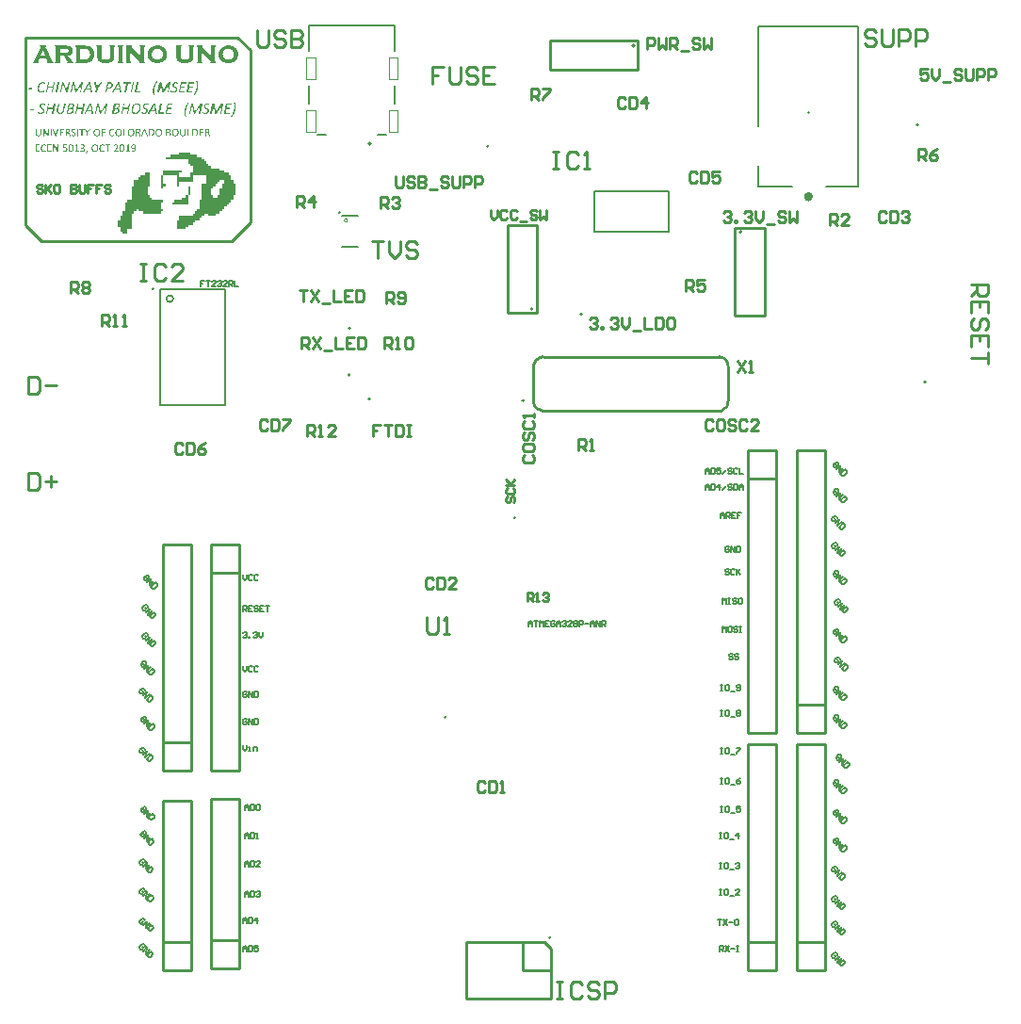
<source format=gto>
G04*
G04 #@! TF.GenerationSoftware,Altium Limited,Altium Designer,19.1.7 (138)*
G04*
G04 Layer_Color=65535*
%FSLAX25Y25*%
%MOIN*%
G70*
G01*
G75*
%ADD10C,0.00500*%
%ADD11C,0.00600*%
%ADD12C,0.01000*%
%ADD13C,0.00000*%
%ADD14C,0.01575*%
%ADD15C,0.00787*%
%ADD16C,0.00800*%
%ADD17C,0.00000*%
G36*
X61300Y303000D02*
X63700D01*
Y302200D01*
X65300D01*
Y301400D01*
X66100D01*
Y300600D01*
X66900D01*
Y299800D01*
X67700D01*
Y299000D01*
X68500D01*
Y298200D01*
X71700D01*
Y297400D01*
X73300D01*
Y296600D01*
X74900D01*
Y295800D01*
X75700D01*
Y295000D01*
Y294200D01*
X76500D01*
Y293400D01*
Y292600D01*
X77300D01*
Y291800D01*
Y291000D01*
Y290200D01*
Y289400D01*
Y288600D01*
X76500D01*
Y287800D01*
Y287000D01*
X75700D01*
Y286200D01*
X74900D01*
Y285400D01*
X74100D01*
Y284600D01*
X73300D01*
Y283800D01*
X72500D01*
Y283000D01*
X71700D01*
Y282200D01*
X70100D01*
Y281400D01*
X67700D01*
Y282200D01*
X66100D01*
Y281400D01*
X65300D01*
Y280600D01*
X64500D01*
Y279800D01*
X62900D01*
Y279000D01*
X62100D01*
Y278200D01*
X60500D01*
Y277400D01*
X59700D01*
Y276600D01*
X56500D01*
Y277400D01*
Y278200D01*
Y279000D01*
Y279800D01*
X57300D01*
Y280600D01*
Y281400D01*
X62100D01*
Y282200D01*
X62900D01*
Y283000D01*
X63700D01*
Y283800D01*
X64500D01*
Y284600D01*
Y285400D01*
Y286200D01*
Y287000D01*
X65300D01*
Y287800D01*
Y288600D01*
Y289400D01*
Y290200D01*
Y291000D01*
Y291800D01*
Y292600D01*
X66900D01*
Y293400D01*
Y294200D01*
Y295000D01*
Y295800D01*
X62100D01*
Y295000D01*
Y294200D01*
Y293400D01*
X57300D01*
Y292600D01*
Y291800D01*
X56500D01*
Y292600D01*
Y293400D01*
Y294200D01*
Y295000D01*
Y295800D01*
X51700D01*
Y296600D01*
Y297400D01*
X58100D01*
Y296600D01*
X57300D01*
Y295800D01*
Y295000D01*
X61300D01*
Y295800D01*
Y296600D01*
X62100D01*
Y297400D01*
Y298200D01*
Y299000D01*
X61300D01*
Y299800D01*
X60500D01*
Y300600D01*
Y301400D01*
X52500D01*
Y302200D01*
X54100D01*
Y303000D01*
X57300D01*
Y303800D01*
X61300D01*
Y303000D01*
D02*
G37*
G36*
X51700Y295000D02*
Y294200D01*
Y293400D01*
Y292600D01*
X52500D01*
Y291800D01*
X51700D01*
Y291000D01*
X50900D01*
Y291800D01*
Y292600D01*
Y293400D01*
Y294200D01*
Y295000D01*
Y295800D01*
X51700D01*
Y295000D01*
D02*
G37*
G36*
X61300Y291000D02*
Y290200D01*
Y289400D01*
Y288600D01*
X60500D01*
Y289400D01*
Y290200D01*
Y291000D01*
Y291800D01*
X61300D01*
Y291000D01*
D02*
G37*
G36*
X60500Y287800D02*
Y287000D01*
Y286200D01*
Y285400D01*
X54900D01*
Y286200D01*
X55700D01*
Y287000D01*
X58100D01*
Y287800D01*
X59700D01*
Y288600D01*
X60500D01*
Y287800D01*
D02*
G37*
G36*
X46900Y295800D02*
Y295000D01*
Y294200D01*
Y293400D01*
Y292600D01*
Y291800D01*
X46100D01*
Y291000D01*
Y290200D01*
Y289400D01*
Y288600D01*
X46900D01*
Y287800D01*
X47700D01*
Y287000D01*
X51700D01*
Y286200D01*
X50900D01*
Y285400D01*
Y284600D01*
Y283800D01*
X51700D01*
Y283000D01*
X50900D01*
Y282200D01*
X44500D01*
Y283000D01*
X42900D01*
Y283800D01*
X42100D01*
Y283000D01*
X41300D01*
Y282200D01*
X40500D01*
Y281400D01*
Y280600D01*
Y279800D01*
Y279000D01*
Y278200D01*
Y277400D01*
Y276600D01*
X38900D01*
Y275800D01*
Y275000D01*
X37300D01*
Y275800D01*
X36500D01*
Y276600D01*
Y277400D01*
X35700D01*
Y278200D01*
Y279000D01*
Y279800D01*
X36500D01*
Y280600D01*
Y281400D01*
X37300D01*
Y282200D01*
Y283000D01*
X38100D01*
Y283800D01*
Y284600D01*
Y285400D01*
Y286200D01*
X38900D01*
Y287000D01*
X40500D01*
Y287800D01*
Y288600D01*
Y289400D01*
Y290200D01*
Y291000D01*
Y291800D01*
X41300D01*
Y292600D01*
Y293400D01*
Y294200D01*
X42900D01*
Y295000D01*
X43700D01*
Y295800D01*
X45300D01*
Y296600D01*
X46900D01*
Y295800D01*
D02*
G37*
G36*
X67440Y321127D02*
X67531Y321114D01*
X67537D01*
X67550Y321107D01*
X67576D01*
X67602Y321101D01*
X67673Y321081D01*
X67751Y321062D01*
X67758D01*
X67771Y321055D01*
X67810Y321042D01*
X67868Y321017D01*
X67920Y320991D01*
X67926D01*
X67933Y320984D01*
X67959Y320971D01*
X67991Y320945D01*
X68017Y320926D01*
X68023Y320919D01*
X68030Y320913D01*
X68056Y320874D01*
Y320867D01*
X68062Y320855D01*
X68069Y320835D01*
Y320809D01*
Y320803D01*
Y320796D01*
X68062Y320757D01*
Y320751D01*
Y320738D01*
X68049Y320699D01*
Y320693D01*
X68043Y320680D01*
X68036Y320654D01*
X68030Y320628D01*
Y320621D01*
X68023Y320608D01*
X68010Y320569D01*
Y320563D01*
X68004Y320556D01*
X67978Y320524D01*
X67965Y320518D01*
X67939Y320511D01*
X67933D01*
X67913Y320518D01*
X67887Y320524D01*
X67848Y320544D01*
X67842Y320550D01*
X67810Y320569D01*
X67771Y320595D01*
X67712Y320621D01*
X67706D01*
X67699Y320628D01*
X67680Y320634D01*
X67654Y320647D01*
X67589Y320673D01*
X67511Y320699D01*
X67505D01*
X67492Y320706D01*
X67466Y320712D01*
X67434Y320719D01*
X67395Y320725D01*
X67349Y320731D01*
X67239Y320738D01*
X67181D01*
X67142Y320731D01*
X67045Y320719D01*
X66941Y320686D01*
X66935D01*
X66922Y320680D01*
X66896Y320667D01*
X66864Y320647D01*
X66799Y320602D01*
X66727Y320544D01*
X66721Y320537D01*
X66715Y320531D01*
X66702Y320511D01*
X66682Y320485D01*
X66637Y320420D01*
X66598Y320343D01*
Y320336D01*
X66591Y320323D01*
X66585Y320304D01*
X66578Y320271D01*
X66565Y320200D01*
X66559Y320109D01*
Y320103D01*
Y320090D01*
Y320064D01*
X66565Y320038D01*
X66578Y319967D01*
X66611Y319896D01*
Y319889D01*
X66617Y319883D01*
X66650Y319844D01*
X66689Y319785D01*
X66747Y319727D01*
X66753Y319721D01*
X66760Y319714D01*
X66779Y319701D01*
X66805Y319682D01*
X66870Y319636D01*
X66948Y319584D01*
X66954D01*
X66967Y319571D01*
X66993Y319559D01*
X67019Y319546D01*
X67097Y319500D01*
X67181Y319448D01*
X67188D01*
X67200Y319435D01*
X67226Y319423D01*
X67252Y319403D01*
X67330Y319351D01*
X67414Y319293D01*
X67421Y319286D01*
X67434Y319280D01*
X67453Y319261D01*
X67486Y319241D01*
X67550Y319183D01*
X67615Y319111D01*
X67622Y319105D01*
X67628Y319092D01*
X67648Y319073D01*
X67667Y319040D01*
X67712Y318969D01*
X67758Y318872D01*
Y318865D01*
X67764Y318846D01*
X67777Y318820D01*
X67790Y318781D01*
X67797Y318736D01*
X67810Y318684D01*
X67816Y318554D01*
Y318541D01*
Y318515D01*
X67810Y318470D01*
X67803Y318412D01*
X67790Y318340D01*
X67771Y318269D01*
X67745Y318185D01*
X67712Y318107D01*
X67706Y318101D01*
X67693Y318075D01*
X67673Y318036D01*
X67641Y317984D01*
X67602Y317926D01*
X67557Y317867D01*
X67499Y317803D01*
X67434Y317744D01*
X67427Y317738D01*
X67401Y317718D01*
X67362Y317692D01*
X67317Y317660D01*
X67252Y317621D01*
X67175Y317582D01*
X67090Y317543D01*
X67000Y317504D01*
X66987Y317498D01*
X66954Y317491D01*
X66902Y317478D01*
X66838Y317459D01*
X66753Y317440D01*
X66656Y317427D01*
X66553Y317420D01*
X66436Y317414D01*
X66371D01*
X66332Y317420D01*
X66280D01*
X66228Y317427D01*
X66112Y317446D01*
X66105D01*
X66086Y317453D01*
X66060Y317459D01*
X66028Y317465D01*
X65943Y317485D01*
X65853Y317511D01*
X65846D01*
X65833Y317517D01*
X65814Y317530D01*
X65781Y317537D01*
X65717Y317569D01*
X65652Y317602D01*
X65639Y317608D01*
X65606Y317628D01*
X65567Y317653D01*
X65535Y317686D01*
X65529Y317692D01*
X65522Y317712D01*
X65509Y317744D01*
X65503Y317790D01*
Y317796D01*
Y317803D01*
Y317841D01*
Y317848D01*
X65509Y317861D01*
X65516Y317906D01*
Y317913D01*
X65522Y317932D01*
X65529Y317977D01*
Y317984D01*
X65535Y318003D01*
X65555Y318042D01*
X65561Y318049D01*
X65567Y318062D01*
X65593Y318094D01*
X65600Y318101D01*
X65606Y318107D01*
X65619Y318113D01*
X65645D01*
X65665Y318107D01*
X65697Y318094D01*
X65742Y318068D01*
X65749D01*
X65755Y318062D01*
X65788Y318036D01*
X65846Y318003D01*
X65911Y317965D01*
X65917D01*
X65930Y317958D01*
X65950Y317945D01*
X65982Y317932D01*
X66053Y317900D01*
X66151Y317867D01*
X66157D01*
X66177Y317861D01*
X66203Y317854D01*
X66241Y317848D01*
X66287Y317841D01*
X66345Y317835D01*
X66410Y317828D01*
X66546D01*
X66591Y317835D01*
X66643Y317841D01*
X66702Y317848D01*
X66818Y317880D01*
X66825D01*
X66844Y317893D01*
X66870Y317900D01*
X66909Y317919D01*
X66993Y317965D01*
X67077Y318023D01*
X67084Y318029D01*
X67097Y318042D01*
X67116Y318062D01*
X67136Y318088D01*
X67188Y318159D01*
X67239Y318243D01*
Y318250D01*
X67246Y318269D01*
X67259Y318295D01*
X67272Y318327D01*
X67278Y318366D01*
X67291Y318412D01*
X67298Y318515D01*
Y318522D01*
Y318535D01*
Y318561D01*
X67291Y318587D01*
X67272Y318658D01*
X67239Y318729D01*
Y318736D01*
X67233Y318749D01*
X67200Y318787D01*
X67162Y318846D01*
X67103Y318904D01*
X67097Y318911D01*
X67090Y318917D01*
X67071Y318930D01*
X67045Y318949D01*
X66980Y318995D01*
X66902Y319047D01*
X66896D01*
X66883Y319060D01*
X66864Y319073D01*
X66831Y319086D01*
X66760Y319131D01*
X66676Y319176D01*
X66669Y319183D01*
X66656Y319189D01*
X66630Y319202D01*
X66604Y319222D01*
X66533Y319267D01*
X66449Y319325D01*
X66442Y319332D01*
X66429Y319338D01*
X66410Y319358D01*
X66384Y319384D01*
X66319Y319442D01*
X66248Y319513D01*
X66241Y319520D01*
X66235Y319533D01*
X66215Y319552D01*
X66203Y319584D01*
X66157Y319656D01*
X66112Y319753D01*
Y319759D01*
X66105Y319779D01*
X66099Y319805D01*
X66086Y319844D01*
X66079Y319889D01*
X66066Y319947D01*
X66060Y320071D01*
Y320083D01*
Y320109D01*
X66066Y320148D01*
X66073Y320207D01*
X66079Y320271D01*
X66099Y320336D01*
X66118Y320414D01*
X66144Y320485D01*
X66151Y320492D01*
X66157Y320518D01*
X66177Y320556D01*
X66209Y320602D01*
X66241Y320654D01*
X66280Y320712D01*
X66332Y320764D01*
X66384Y320822D01*
X66391Y320829D01*
X66410Y320848D01*
X66449Y320874D01*
X66494Y320906D01*
X66553Y320945D01*
X66617Y320984D01*
X66689Y321023D01*
X66773Y321055D01*
X66786Y321062D01*
X66812Y321068D01*
X66857Y321081D01*
X66922Y321101D01*
X66993Y321114D01*
X67084Y321127D01*
X67175Y321133D01*
X67278Y321140D01*
X67362D01*
X67440Y321127D01*
D02*
G37*
G36*
X45791D02*
X45881Y321114D01*
X45888D01*
X45901Y321107D01*
X45927D01*
X45953Y321101D01*
X46024Y321081D01*
X46102Y321062D01*
X46108D01*
X46121Y321055D01*
X46160Y321042D01*
X46218Y321017D01*
X46270Y320991D01*
X46277D01*
X46283Y320984D01*
X46309Y320971D01*
X46341Y320945D01*
X46367Y320926D01*
X46374Y320919D01*
X46380Y320913D01*
X46406Y320874D01*
Y320867D01*
X46413Y320855D01*
X46419Y320835D01*
Y320809D01*
Y320803D01*
Y320796D01*
X46413Y320757D01*
Y320751D01*
Y320738D01*
X46400Y320699D01*
Y320693D01*
X46393Y320680D01*
X46387Y320654D01*
X46380Y320628D01*
Y320621D01*
X46374Y320608D01*
X46361Y320569D01*
Y320563D01*
X46354Y320556D01*
X46328Y320524D01*
X46315Y320518D01*
X46290Y320511D01*
X46283D01*
X46264Y320518D01*
X46238Y320524D01*
X46199Y320544D01*
X46192Y320550D01*
X46160Y320569D01*
X46121Y320595D01*
X46063Y320621D01*
X46056D01*
X46050Y320628D01*
X46030Y320634D01*
X46004Y320647D01*
X45940Y320673D01*
X45862Y320699D01*
X45855D01*
X45842Y320706D01*
X45816Y320712D01*
X45784Y320719D01*
X45745Y320725D01*
X45700Y320731D01*
X45590Y320738D01*
X45531D01*
X45493Y320731D01*
X45395Y320719D01*
X45292Y320686D01*
X45285D01*
X45272Y320680D01*
X45246Y320667D01*
X45214Y320647D01*
X45149Y320602D01*
X45078Y320544D01*
X45071Y320537D01*
X45065Y320531D01*
X45052Y320511D01*
X45032Y320485D01*
X44987Y320420D01*
X44948Y320343D01*
Y320336D01*
X44942Y320323D01*
X44935Y320304D01*
X44929Y320271D01*
X44916Y320200D01*
X44909Y320109D01*
Y320103D01*
Y320090D01*
Y320064D01*
X44916Y320038D01*
X44929Y319967D01*
X44961Y319896D01*
Y319889D01*
X44968Y319883D01*
X45000Y319844D01*
X45039Y319785D01*
X45097Y319727D01*
X45104Y319721D01*
X45110Y319714D01*
X45130Y319701D01*
X45156Y319682D01*
X45220Y319636D01*
X45298Y319584D01*
X45305D01*
X45318Y319571D01*
X45343Y319559D01*
X45369Y319546D01*
X45447Y319500D01*
X45531Y319448D01*
X45538D01*
X45551Y319435D01*
X45577Y319423D01*
X45603Y319403D01*
X45680Y319351D01*
X45765Y319293D01*
X45771Y319286D01*
X45784Y319280D01*
X45803Y319261D01*
X45836Y319241D01*
X45901Y319183D01*
X45965Y319111D01*
X45972Y319105D01*
X45979Y319092D01*
X45998Y319073D01*
X46017Y319040D01*
X46063Y318969D01*
X46108Y318872D01*
Y318865D01*
X46115Y318846D01*
X46128Y318820D01*
X46141Y318781D01*
X46147Y318736D01*
X46160Y318684D01*
X46166Y318554D01*
Y318541D01*
Y318515D01*
X46160Y318470D01*
X46153Y318412D01*
X46141Y318340D01*
X46121Y318269D01*
X46095Y318185D01*
X46063Y318107D01*
X46056Y318101D01*
X46043Y318075D01*
X46024Y318036D01*
X45991Y317984D01*
X45953Y317926D01*
X45907Y317867D01*
X45849Y317803D01*
X45784Y317744D01*
X45778Y317738D01*
X45752Y317718D01*
X45713Y317692D01*
X45667Y317660D01*
X45603Y317621D01*
X45525Y317582D01*
X45441Y317543D01*
X45350Y317504D01*
X45337Y317498D01*
X45305Y317491D01*
X45253Y317478D01*
X45188Y317459D01*
X45104Y317440D01*
X45006Y317427D01*
X44903Y317420D01*
X44786Y317414D01*
X44721D01*
X44682Y317420D01*
X44631D01*
X44579Y317427D01*
X44462Y317446D01*
X44456D01*
X44436Y317453D01*
X44410Y317459D01*
X44378Y317465D01*
X44294Y317485D01*
X44203Y317511D01*
X44197D01*
X44183Y317517D01*
X44164Y317530D01*
X44132Y317537D01*
X44067Y317569D01*
X44002Y317602D01*
X43989Y317608D01*
X43957Y317628D01*
X43918Y317653D01*
X43885Y317686D01*
X43879Y317692D01*
X43872Y317712D01*
X43859Y317744D01*
X43853Y317790D01*
Y317796D01*
Y317803D01*
Y317841D01*
Y317848D01*
X43859Y317861D01*
X43866Y317906D01*
Y317913D01*
X43872Y317932D01*
X43879Y317977D01*
Y317984D01*
X43885Y318003D01*
X43905Y318042D01*
X43911Y318049D01*
X43918Y318062D01*
X43944Y318094D01*
X43950Y318101D01*
X43957Y318107D01*
X43970Y318113D01*
X43996D01*
X44015Y318107D01*
X44047Y318094D01*
X44093Y318068D01*
X44099D01*
X44106Y318062D01*
X44138Y318036D01*
X44197Y318003D01*
X44261Y317965D01*
X44268D01*
X44281Y317958D01*
X44300Y317945D01*
X44333Y317932D01*
X44404Y317900D01*
X44501Y317867D01*
X44508D01*
X44527Y317861D01*
X44553Y317854D01*
X44592Y317848D01*
X44637Y317841D01*
X44695Y317835D01*
X44760Y317828D01*
X44896D01*
X44942Y317835D01*
X44993Y317841D01*
X45052Y317848D01*
X45169Y317880D01*
X45175D01*
X45194Y317893D01*
X45220Y317900D01*
X45259Y317919D01*
X45343Y317965D01*
X45428Y318023D01*
X45434Y318029D01*
X45447Y318042D01*
X45467Y318062D01*
X45486Y318088D01*
X45538Y318159D01*
X45590Y318243D01*
Y318250D01*
X45596Y318269D01*
X45609Y318295D01*
X45622Y318327D01*
X45629Y318366D01*
X45641Y318412D01*
X45648Y318515D01*
Y318522D01*
Y318535D01*
Y318561D01*
X45641Y318587D01*
X45622Y318658D01*
X45590Y318729D01*
Y318736D01*
X45583Y318749D01*
X45551Y318787D01*
X45512Y318846D01*
X45454Y318904D01*
X45447Y318911D01*
X45441Y318917D01*
X45421Y318930D01*
X45395Y318949D01*
X45331Y318995D01*
X45253Y319047D01*
X45246D01*
X45233Y319060D01*
X45214Y319073D01*
X45181Y319086D01*
X45110Y319131D01*
X45026Y319176D01*
X45019Y319183D01*
X45006Y319189D01*
X44981Y319202D01*
X44955Y319222D01*
X44883Y319267D01*
X44799Y319325D01*
X44793Y319332D01*
X44780Y319338D01*
X44760Y319358D01*
X44734Y319384D01*
X44669Y319442D01*
X44598Y319513D01*
X44592Y319520D01*
X44585Y319533D01*
X44566Y319552D01*
X44553Y319584D01*
X44508Y319656D01*
X44462Y319753D01*
Y319759D01*
X44456Y319779D01*
X44449Y319805D01*
X44436Y319844D01*
X44430Y319889D01*
X44417Y319947D01*
X44410Y320071D01*
Y320083D01*
Y320109D01*
X44417Y320148D01*
X44423Y320207D01*
X44430Y320271D01*
X44449Y320336D01*
X44469Y320414D01*
X44495Y320485D01*
X44501Y320492D01*
X44508Y320518D01*
X44527Y320556D01*
X44559Y320602D01*
X44592Y320654D01*
X44631Y320712D01*
X44682Y320764D01*
X44734Y320822D01*
X44741Y320829D01*
X44760Y320848D01*
X44799Y320874D01*
X44844Y320906D01*
X44903Y320945D01*
X44968Y320984D01*
X45039Y321023D01*
X45123Y321055D01*
X45136Y321062D01*
X45162Y321068D01*
X45207Y321081D01*
X45272Y321101D01*
X45343Y321114D01*
X45434Y321127D01*
X45525Y321133D01*
X45629Y321140D01*
X45713D01*
X45791Y321127D01*
D02*
G37*
G36*
X9302D02*
X9392Y321114D01*
X9399D01*
X9412Y321107D01*
X9438D01*
X9464Y321101D01*
X9535Y321081D01*
X9613Y321062D01*
X9619D01*
X9632Y321055D01*
X9671Y321042D01*
X9729Y321017D01*
X9781Y320991D01*
X9788D01*
X9794Y320984D01*
X9820Y320971D01*
X9853Y320945D01*
X9878Y320926D01*
X9885Y320919D01*
X9891Y320913D01*
X9917Y320874D01*
Y320867D01*
X9924Y320855D01*
X9930Y320835D01*
Y320809D01*
Y320803D01*
Y320796D01*
X9924Y320757D01*
Y320751D01*
Y320738D01*
X9911Y320699D01*
Y320693D01*
X9904Y320680D01*
X9898Y320654D01*
X9891Y320628D01*
Y320621D01*
X9885Y320608D01*
X9872Y320569D01*
Y320563D01*
X9865Y320556D01*
X9839Y320524D01*
X9827Y320518D01*
X9801Y320511D01*
X9794D01*
X9775Y320518D01*
X9749Y320524D01*
X9710Y320544D01*
X9703Y320550D01*
X9671Y320569D01*
X9632Y320595D01*
X9574Y320621D01*
X9567D01*
X9561Y320628D01*
X9541Y320634D01*
X9516Y320647D01*
X9451Y320673D01*
X9373Y320699D01*
X9366D01*
X9353Y320706D01*
X9328Y320712D01*
X9295Y320719D01*
X9256Y320725D01*
X9211Y320731D01*
X9101Y320738D01*
X9042D01*
X9004Y320731D01*
X8906Y320719D01*
X8803Y320686D01*
X8796D01*
X8783Y320680D01*
X8757Y320667D01*
X8725Y320647D01*
X8660Y320602D01*
X8589Y320544D01*
X8582Y320537D01*
X8576Y320531D01*
X8563Y320511D01*
X8544Y320485D01*
X8498Y320420D01*
X8459Y320343D01*
Y320336D01*
X8453Y320323D01*
X8446Y320304D01*
X8440Y320271D01*
X8427Y320200D01*
X8420Y320109D01*
Y320103D01*
Y320090D01*
Y320064D01*
X8427Y320038D01*
X8440Y319967D01*
X8472Y319896D01*
Y319889D01*
X8479Y319883D01*
X8511Y319844D01*
X8550Y319785D01*
X8608Y319727D01*
X8615Y319721D01*
X8621Y319714D01*
X8641Y319701D01*
X8667Y319682D01*
X8731Y319636D01*
X8809Y319584D01*
X8816D01*
X8829Y319571D01*
X8855Y319559D01*
X8880Y319546D01*
X8958Y319500D01*
X9042Y319448D01*
X9049D01*
X9062Y319435D01*
X9088Y319423D01*
X9114Y319403D01*
X9191Y319351D01*
X9276Y319293D01*
X9282Y319286D01*
X9295Y319280D01*
X9315Y319261D01*
X9347Y319241D01*
X9412Y319183D01*
X9477Y319111D01*
X9483Y319105D01*
X9490Y319092D01*
X9509Y319073D01*
X9528Y319040D01*
X9574Y318969D01*
X9619Y318872D01*
Y318865D01*
X9626Y318846D01*
X9639Y318820D01*
X9652Y318781D01*
X9658Y318736D01*
X9671Y318684D01*
X9678Y318554D01*
Y318541D01*
Y318515D01*
X9671Y318470D01*
X9665Y318412D01*
X9652Y318340D01*
X9632Y318269D01*
X9606Y318185D01*
X9574Y318107D01*
X9567Y318101D01*
X9554Y318075D01*
X9535Y318036D01*
X9503Y317984D01*
X9464Y317926D01*
X9418Y317867D01*
X9360Y317803D01*
X9295Y317744D01*
X9289Y317738D01*
X9263Y317718D01*
X9224Y317692D01*
X9179Y317660D01*
X9114Y317621D01*
X9036Y317582D01*
X8952Y317543D01*
X8861Y317504D01*
X8848Y317498D01*
X8816Y317491D01*
X8764Y317478D01*
X8699Y317459D01*
X8615Y317440D01*
X8518Y317427D01*
X8414Y317420D01*
X8297Y317414D01*
X8232D01*
X8194Y317420D01*
X8142D01*
X8090Y317427D01*
X7973Y317446D01*
X7967D01*
X7947Y317453D01*
X7921Y317459D01*
X7889Y317465D01*
X7805Y317485D01*
X7714Y317511D01*
X7708D01*
X7695Y317517D01*
X7675Y317530D01*
X7643Y317537D01*
X7578Y317569D01*
X7513Y317602D01*
X7500Y317608D01*
X7468Y317628D01*
X7429Y317653D01*
X7397Y317686D01*
X7390Y317692D01*
X7384Y317712D01*
X7371Y317744D01*
X7364Y317790D01*
Y317796D01*
Y317803D01*
Y317841D01*
Y317848D01*
X7371Y317861D01*
X7377Y317906D01*
Y317913D01*
X7384Y317932D01*
X7390Y317977D01*
Y317984D01*
X7397Y318003D01*
X7416Y318042D01*
X7423Y318049D01*
X7429Y318062D01*
X7455Y318094D01*
X7461Y318101D01*
X7468Y318107D01*
X7481Y318113D01*
X7507D01*
X7526Y318107D01*
X7559Y318094D01*
X7604Y318068D01*
X7610D01*
X7617Y318062D01*
X7649Y318036D01*
X7708Y318003D01*
X7772Y317965D01*
X7779D01*
X7792Y317958D01*
X7811Y317945D01*
X7844Y317932D01*
X7915Y317900D01*
X8012Y317867D01*
X8019D01*
X8038Y317861D01*
X8064Y317854D01*
X8103Y317848D01*
X8148Y317841D01*
X8207Y317835D01*
X8271Y317828D01*
X8407D01*
X8453Y317835D01*
X8505Y317841D01*
X8563Y317848D01*
X8680Y317880D01*
X8686D01*
X8705Y317893D01*
X8731Y317900D01*
X8770Y317919D01*
X8855Y317965D01*
X8939Y318023D01*
X8945Y318029D01*
X8958Y318042D01*
X8978Y318062D01*
X8997Y318088D01*
X9049Y318159D01*
X9101Y318243D01*
Y318250D01*
X9107Y318269D01*
X9120Y318295D01*
X9133Y318327D01*
X9140Y318366D01*
X9153Y318412D01*
X9159Y318515D01*
Y318522D01*
Y318535D01*
Y318561D01*
X9153Y318587D01*
X9133Y318658D01*
X9101Y318729D01*
Y318736D01*
X9094Y318749D01*
X9062Y318787D01*
X9023Y318846D01*
X8965Y318904D01*
X8958Y318911D01*
X8952Y318917D01*
X8932Y318930D01*
X8906Y318949D01*
X8842Y318995D01*
X8764Y319047D01*
X8757D01*
X8744Y319060D01*
X8725Y319073D01*
X8693Y319086D01*
X8621Y319131D01*
X8537Y319176D01*
X8531Y319183D01*
X8518Y319189D01*
X8492Y319202D01*
X8466Y319222D01*
X8394Y319267D01*
X8310Y319325D01*
X8304Y319332D01*
X8291Y319338D01*
X8271Y319358D01*
X8245Y319384D01*
X8181Y319442D01*
X8109Y319513D01*
X8103Y319520D01*
X8096Y319533D01*
X8077Y319552D01*
X8064Y319584D01*
X8019Y319656D01*
X7973Y319753D01*
Y319759D01*
X7967Y319779D01*
X7960Y319805D01*
X7947Y319844D01*
X7941Y319889D01*
X7928Y319947D01*
X7921Y320071D01*
Y320083D01*
Y320109D01*
X7928Y320148D01*
X7934Y320207D01*
X7941Y320271D01*
X7960Y320336D01*
X7980Y320414D01*
X8006Y320485D01*
X8012Y320492D01*
X8019Y320518D01*
X8038Y320556D01*
X8071Y320602D01*
X8103Y320654D01*
X8142Y320712D01*
X8194Y320764D01*
X8245Y320822D01*
X8252Y320829D01*
X8271Y320848D01*
X8310Y320874D01*
X8356Y320906D01*
X8414Y320945D01*
X8479Y320984D01*
X8550Y321023D01*
X8634Y321055D01*
X8647Y321062D01*
X8673Y321068D01*
X8719Y321081D01*
X8783Y321101D01*
X8855Y321114D01*
X8945Y321127D01*
X9036Y321133D01*
X9140Y321140D01*
X9224D01*
X9302Y321127D01*
D02*
G37*
G36*
X39907Y321101D02*
X39946Y321094D01*
X39952D01*
X39972Y321088D01*
X39997Y321081D01*
X40017Y321075D01*
X40023D01*
X40030Y321068D01*
X40043Y321062D01*
X40049Y321049D01*
Y321042D01*
Y321017D01*
X39356Y317530D01*
X39349Y317517D01*
X39336Y317491D01*
X39323Y317485D01*
X39311Y317478D01*
X39291Y317472D01*
X39285D01*
X39272Y317465D01*
X39246D01*
X39213Y317459D01*
X39207D01*
X39181Y317453D01*
X39142Y317446D01*
X39058D01*
X39025Y317453D01*
X38987Y317459D01*
X38980D01*
X38961Y317465D01*
X38935D01*
X38915Y317472D01*
X38909D01*
X38902Y317478D01*
X38876Y317491D01*
Y317498D01*
Y317504D01*
Y317530D01*
X39200Y319144D01*
X37548D01*
X37231Y317530D01*
X37224Y317517D01*
X37211Y317491D01*
X37198Y317485D01*
X37185Y317478D01*
X37166Y317472D01*
X37159D01*
X37146Y317465D01*
X37120D01*
X37088Y317459D01*
X37081D01*
X37056Y317453D01*
X37017Y317446D01*
X36932D01*
X36893Y317453D01*
X36855Y317459D01*
X36848D01*
X36829Y317465D01*
X36803D01*
X36783Y317472D01*
X36777D01*
X36770Y317478D01*
X36757Y317485D01*
X36751Y317491D01*
Y317498D01*
Y317504D01*
Y317530D01*
X37444Y321017D01*
Y321023D01*
Y321029D01*
X37457Y321049D01*
X37464Y321055D01*
X37470Y321062D01*
X37509Y321075D01*
X37516D01*
X37529Y321081D01*
X37554Y321088D01*
X37587Y321094D01*
X37593D01*
X37619Y321101D01*
X37658Y321107D01*
X37742D01*
X37775Y321101D01*
X37814Y321094D01*
X37820D01*
X37840Y321088D01*
X37865Y321081D01*
X37885Y321075D01*
X37891D01*
X37898Y321068D01*
X37911Y321062D01*
X37917Y321049D01*
X37924Y321042D01*
Y321017D01*
X37632Y319565D01*
X39285D01*
X39576Y321017D01*
Y321023D01*
Y321029D01*
X39589Y321049D01*
X39596Y321055D01*
X39602Y321062D01*
X39635Y321075D01*
X39641D01*
X39654Y321081D01*
X39680Y321088D01*
X39712Y321094D01*
X39719D01*
X39745Y321101D01*
X39784Y321107D01*
X39874D01*
X39907Y321101D01*
D02*
G37*
G36*
X23700D02*
X23739Y321094D01*
X23746D01*
X23765Y321088D01*
X23791Y321081D01*
X23810Y321075D01*
X23817D01*
X23823Y321068D01*
X23836Y321062D01*
X23843Y321049D01*
Y321042D01*
Y321017D01*
X23149Y317530D01*
X23143Y317517D01*
X23130Y317491D01*
X23117Y317485D01*
X23104Y317478D01*
X23085Y317472D01*
X23078D01*
X23065Y317465D01*
X23039D01*
X23007Y317459D01*
X23000D01*
X22975Y317453D01*
X22936Y317446D01*
X22851D01*
X22819Y317453D01*
X22780Y317459D01*
X22774D01*
X22754Y317465D01*
X22728D01*
X22709Y317472D01*
X22702D01*
X22696Y317478D01*
X22670Y317491D01*
Y317498D01*
Y317504D01*
Y317530D01*
X22994Y319144D01*
X21341D01*
X21024Y317530D01*
X21017Y317517D01*
X21005Y317491D01*
X20992Y317485D01*
X20979Y317478D01*
X20959Y317472D01*
X20953D01*
X20940Y317465D01*
X20914D01*
X20881Y317459D01*
X20875D01*
X20849Y317453D01*
X20810Y317446D01*
X20726D01*
X20687Y317453D01*
X20648Y317459D01*
X20642D01*
X20622Y317465D01*
X20596D01*
X20577Y317472D01*
X20570D01*
X20564Y317478D01*
X20551Y317485D01*
X20545Y317491D01*
Y317498D01*
Y317504D01*
Y317530D01*
X21238Y321017D01*
Y321023D01*
Y321029D01*
X21251Y321049D01*
X21257Y321055D01*
X21264Y321062D01*
X21303Y321075D01*
X21309D01*
X21322Y321081D01*
X21348Y321088D01*
X21380Y321094D01*
X21387D01*
X21413Y321101D01*
X21452Y321107D01*
X21536D01*
X21568Y321101D01*
X21607Y321094D01*
X21614D01*
X21633Y321088D01*
X21659Y321081D01*
X21678Y321075D01*
X21685D01*
X21691Y321068D01*
X21704Y321062D01*
X21711Y321049D01*
X21717Y321042D01*
Y321017D01*
X21426Y319565D01*
X23078D01*
X23370Y321017D01*
Y321023D01*
Y321029D01*
X23383Y321049D01*
X23389Y321055D01*
X23396Y321062D01*
X23428Y321075D01*
X23435D01*
X23448Y321081D01*
X23473Y321088D01*
X23506Y321094D01*
X23512D01*
X23538Y321101D01*
X23577Y321107D01*
X23668D01*
X23700Y321101D01*
D02*
G37*
G36*
X13332D02*
X13371Y321094D01*
X13378D01*
X13397Y321088D01*
X13423Y321081D01*
X13442Y321075D01*
X13449D01*
X13455Y321068D01*
X13468Y321062D01*
X13475Y321049D01*
Y321042D01*
Y321017D01*
X12781Y317530D01*
X12775Y317517D01*
X12762Y317491D01*
X12749Y317485D01*
X12736Y317478D01*
X12717Y317472D01*
X12710D01*
X12697Y317465D01*
X12671D01*
X12639Y317459D01*
X12632D01*
X12607Y317453D01*
X12568Y317446D01*
X12483D01*
X12451Y317453D01*
X12412Y317459D01*
X12406D01*
X12386Y317465D01*
X12360D01*
X12341Y317472D01*
X12334D01*
X12328Y317478D01*
X12302Y317491D01*
Y317498D01*
Y317504D01*
Y317530D01*
X12626Y319144D01*
X10973D01*
X10656Y317530D01*
X10650Y317517D01*
X10637Y317491D01*
X10624Y317485D01*
X10611Y317478D01*
X10591Y317472D01*
X10585D01*
X10572Y317465D01*
X10546D01*
X10513Y317459D01*
X10507D01*
X10481Y317453D01*
X10442Y317446D01*
X10358D01*
X10319Y317453D01*
X10280Y317459D01*
X10274D01*
X10254Y317465D01*
X10228D01*
X10209Y317472D01*
X10202D01*
X10196Y317478D01*
X10183Y317485D01*
X10176Y317491D01*
Y317498D01*
Y317504D01*
Y317530D01*
X10870Y321017D01*
Y321023D01*
Y321029D01*
X10883Y321049D01*
X10889Y321055D01*
X10896Y321062D01*
X10935Y321075D01*
X10941D01*
X10954Y321081D01*
X10980Y321088D01*
X11012Y321094D01*
X11019D01*
X11045Y321101D01*
X11084Y321107D01*
X11168D01*
X11200Y321101D01*
X11239Y321094D01*
X11246D01*
X11265Y321088D01*
X11291Y321081D01*
X11310Y321075D01*
X11317D01*
X11323Y321068D01*
X11336Y321062D01*
X11343Y321049D01*
X11349Y321042D01*
Y321017D01*
X11058Y319565D01*
X12710D01*
X13002Y321017D01*
Y321023D01*
Y321029D01*
X13015Y321049D01*
X13021Y321055D01*
X13028Y321062D01*
X13060Y321075D01*
X13067D01*
X13080Y321081D01*
X13105Y321088D01*
X13138Y321094D01*
X13144D01*
X13170Y321101D01*
X13209Y321107D01*
X13300D01*
X13332Y321101D01*
D02*
G37*
G36*
X5861Y319053D02*
X5874Y319040D01*
X5880Y319034D01*
X5887Y319021D01*
X5893Y319001D01*
Y318969D01*
Y318956D01*
Y318943D01*
X5887Y318923D01*
Y318917D01*
Y318904D01*
X5874Y318865D01*
Y318859D01*
X5867Y318846D01*
X5854Y318800D01*
Y318794D01*
X5848Y318781D01*
X5828Y318742D01*
Y318736D01*
X5822Y318729D01*
X5790Y318697D01*
X5777Y318690D01*
X5744Y318684D01*
X4545D01*
X4532Y318690D01*
X4513Y318703D01*
Y318710D01*
X4507Y318723D01*
X4500Y318749D01*
Y318781D01*
Y318794D01*
Y318820D01*
Y318826D01*
Y318839D01*
X4507Y318878D01*
Y318885D01*
X4513Y318898D01*
X4526Y318943D01*
Y318949D01*
X4532Y318969D01*
X4552Y319008D01*
X4558Y319014D01*
X4565Y319021D01*
X4591Y319047D01*
X4597Y319053D01*
X4610Y319060D01*
X4623Y319066D01*
X5841D01*
X5861Y319053D01*
D02*
G37*
G36*
X72832Y321075D02*
X72838D01*
X72851Y321062D01*
X72870Y321049D01*
X72883Y321029D01*
X72890Y321023D01*
X72896Y321010D01*
X72909Y320991D01*
X72916Y320965D01*
Y320958D01*
X72922Y320939D01*
Y320906D01*
X72916Y320867D01*
X72248Y317530D01*
X72242Y317517D01*
X72229Y317491D01*
X72216Y317485D01*
X72203Y317478D01*
X72184Y317472D01*
X72177D01*
X72164Y317465D01*
X72145D01*
X72112Y317459D01*
X72106D01*
X72080Y317453D01*
X72048Y317446D01*
X71963D01*
X71924Y317453D01*
X71886Y317459D01*
X71879D01*
X71860Y317465D01*
X71834D01*
X71814Y317472D01*
X71808D01*
X71801Y317478D01*
X71788Y317485D01*
X71782Y317491D01*
Y317498D01*
Y317504D01*
Y317530D01*
X72410Y320686D01*
X70479Y317517D01*
X70473Y317511D01*
X70460Y317498D01*
X70434Y317478D01*
X70395Y317465D01*
X70382D01*
X70350Y317459D01*
X70298Y317453D01*
X70227Y317446D01*
X70162D01*
X70104Y317453D01*
X70058Y317465D01*
X70052Y317472D01*
X70039Y317478D01*
X70019Y317498D01*
X70013Y317517D01*
X69410Y320693D01*
X69404D01*
X68775Y317530D01*
X68769Y317517D01*
X68756Y317491D01*
X68743Y317485D01*
X68730Y317478D01*
X68710Y317472D01*
X68704D01*
X68691Y317465D01*
X68671D01*
X68639Y317459D01*
X68633D01*
X68607Y317453D01*
X68574Y317446D01*
X68490D01*
X68451Y317453D01*
X68412Y317459D01*
X68406D01*
X68386Y317465D01*
X68360D01*
X68341Y317472D01*
X68328Y317478D01*
X68315Y317491D01*
Y317498D01*
Y317504D01*
Y317530D01*
X68976Y320867D01*
Y320874D01*
X68982Y320900D01*
X68995Y320926D01*
X69008Y320958D01*
X69015Y320965D01*
X69028Y320984D01*
X69047Y321010D01*
X69067Y321029D01*
X69073Y321036D01*
X69093Y321049D01*
X69119Y321062D01*
X69144Y321075D01*
X69151D01*
X69170Y321081D01*
X69196Y321088D01*
X69553D01*
X69598Y321081D01*
X69643Y321068D01*
X69656Y321062D01*
X69682Y321055D01*
X69715Y321036D01*
X69747Y321010D01*
X69754Y321004D01*
X69767Y320984D01*
X69786Y320958D01*
X69805Y320919D01*
X69812Y320906D01*
X69818Y320881D01*
X69831Y320835D01*
X69844Y320783D01*
X70369Y318165D01*
X70382D01*
X72002Y320783D01*
Y320790D01*
X72009Y320796D01*
X72028Y320829D01*
X72054Y320874D01*
X72080Y320913D01*
X72086Y320926D01*
X72112Y320945D01*
X72138Y320978D01*
X72177Y321004D01*
X72190Y321010D01*
X72216Y321023D01*
X72248Y321042D01*
X72294Y321062D01*
X72307Y321068D01*
X72339Y321075D01*
X72385Y321081D01*
X72436Y321088D01*
X72780D01*
X72832Y321075D01*
D02*
G37*
G36*
X65334D02*
X65341D01*
X65354Y321062D01*
X65373Y321049D01*
X65386Y321029D01*
X65393Y321023D01*
X65399Y321010D01*
X65412Y320991D01*
X65418Y320965D01*
Y320958D01*
X65425Y320939D01*
Y320906D01*
X65418Y320867D01*
X64751Y317530D01*
X64745Y317517D01*
X64732Y317491D01*
X64719Y317485D01*
X64706Y317478D01*
X64686Y317472D01*
X64680D01*
X64667Y317465D01*
X64647D01*
X64615Y317459D01*
X64609D01*
X64583Y317453D01*
X64550Y317446D01*
X64466D01*
X64427Y317453D01*
X64388Y317459D01*
X64382D01*
X64362Y317465D01*
X64336D01*
X64317Y317472D01*
X64310D01*
X64304Y317478D01*
X64291Y317485D01*
X64284Y317491D01*
Y317498D01*
Y317504D01*
Y317530D01*
X64913Y320686D01*
X62982Y317517D01*
X62976Y317511D01*
X62963Y317498D01*
X62937Y317478D01*
X62898Y317465D01*
X62885D01*
X62852Y317459D01*
X62801Y317453D01*
X62729Y317446D01*
X62665D01*
X62606Y317453D01*
X62561Y317465D01*
X62554Y317472D01*
X62541Y317478D01*
X62522Y317498D01*
X62515Y317517D01*
X61913Y320693D01*
X61906D01*
X61278Y317530D01*
X61271Y317517D01*
X61258Y317491D01*
X61245Y317485D01*
X61232Y317478D01*
X61213Y317472D01*
X61207D01*
X61194Y317465D01*
X61174D01*
X61142Y317459D01*
X61135D01*
X61109Y317453D01*
X61077Y317446D01*
X60993D01*
X60954Y317453D01*
X60915Y317459D01*
X60908D01*
X60889Y317465D01*
X60863D01*
X60844Y317472D01*
X60831Y317478D01*
X60818Y317491D01*
Y317498D01*
Y317504D01*
Y317530D01*
X61479Y320867D01*
Y320874D01*
X61485Y320900D01*
X61498Y320926D01*
X61511Y320958D01*
X61518Y320965D01*
X61531Y320984D01*
X61550Y321010D01*
X61569Y321029D01*
X61576Y321036D01*
X61595Y321049D01*
X61621Y321062D01*
X61647Y321075D01*
X61654D01*
X61673Y321081D01*
X61699Y321088D01*
X62055D01*
X62101Y321081D01*
X62146Y321068D01*
X62159Y321062D01*
X62185Y321055D01*
X62217Y321036D01*
X62250Y321010D01*
X62256Y321004D01*
X62269Y320984D01*
X62289Y320958D01*
X62308Y320919D01*
X62315Y320906D01*
X62321Y320881D01*
X62334Y320835D01*
X62347Y320783D01*
X62872Y318165D01*
X62885D01*
X64505Y320783D01*
Y320790D01*
X64511Y320796D01*
X64531Y320829D01*
X64557Y320874D01*
X64583Y320913D01*
X64589Y320926D01*
X64615Y320945D01*
X64641Y320978D01*
X64680Y321004D01*
X64693Y321010D01*
X64719Y321023D01*
X64751Y321042D01*
X64796Y321062D01*
X64809Y321068D01*
X64842Y321075D01*
X64887Y321081D01*
X64939Y321088D01*
X65282D01*
X65334Y321075D01*
D02*
G37*
G36*
X31949D02*
X31956D01*
X31969Y321062D01*
X31988Y321049D01*
X32001Y321029D01*
X32008Y321023D01*
X32014Y321010D01*
X32027Y320991D01*
X32034Y320965D01*
Y320958D01*
X32040Y320939D01*
Y320906D01*
X32034Y320867D01*
X31366Y317530D01*
X31360Y317517D01*
X31347Y317491D01*
X31334Y317485D01*
X31321Y317478D01*
X31301Y317472D01*
X31295D01*
X31282Y317465D01*
X31262D01*
X31230Y317459D01*
X31223D01*
X31198Y317453D01*
X31165Y317446D01*
X31081D01*
X31042Y317453D01*
X31003Y317459D01*
X30997D01*
X30977Y317465D01*
X30951D01*
X30932Y317472D01*
X30925D01*
X30919Y317478D01*
X30906Y317485D01*
X30900Y317491D01*
Y317498D01*
Y317504D01*
Y317530D01*
X31528Y320686D01*
X29597Y317517D01*
X29591Y317511D01*
X29578Y317498D01*
X29552Y317478D01*
X29513Y317465D01*
X29500D01*
X29467Y317459D01*
X29416Y317453D01*
X29344Y317446D01*
X29280D01*
X29221Y317453D01*
X29176Y317465D01*
X29169Y317472D01*
X29156Y317478D01*
X29137Y317498D01*
X29131Y317517D01*
X28528Y320693D01*
X28521D01*
X27893Y317530D01*
X27886Y317517D01*
X27873Y317491D01*
X27860Y317485D01*
X27847Y317478D01*
X27828Y317472D01*
X27821D01*
X27809Y317465D01*
X27789D01*
X27757Y317459D01*
X27750D01*
X27724Y317453D01*
X27692Y317446D01*
X27608D01*
X27569Y317453D01*
X27530Y317459D01*
X27523D01*
X27504Y317465D01*
X27478D01*
X27459Y317472D01*
X27446Y317478D01*
X27433Y317491D01*
Y317498D01*
Y317504D01*
Y317530D01*
X28094Y320867D01*
Y320874D01*
X28100Y320900D01*
X28113Y320926D01*
X28126Y320958D01*
X28133Y320965D01*
X28146Y320984D01*
X28165Y321010D01*
X28184Y321029D01*
X28191Y321036D01*
X28210Y321049D01*
X28236Y321062D01*
X28262Y321075D01*
X28269D01*
X28288Y321081D01*
X28314Y321088D01*
X28670D01*
X28716Y321081D01*
X28761Y321068D01*
X28774Y321062D01*
X28800Y321055D01*
X28832Y321036D01*
X28865Y321010D01*
X28871Y321004D01*
X28884Y320984D01*
X28904Y320958D01*
X28923Y320919D01*
X28930Y320906D01*
X28936Y320881D01*
X28949Y320835D01*
X28962Y320783D01*
X29487Y318165D01*
X29500D01*
X31120Y320783D01*
Y320790D01*
X31126Y320796D01*
X31146Y320829D01*
X31172Y320874D01*
X31198Y320913D01*
X31204Y320926D01*
X31230Y320945D01*
X31256Y320978D01*
X31295Y321004D01*
X31308Y321010D01*
X31334Y321023D01*
X31366Y321042D01*
X31411Y321062D01*
X31424Y321068D01*
X31457Y321075D01*
X31502Y321081D01*
X31554Y321088D01*
X31897D01*
X31949Y321075D01*
D02*
G37*
G36*
X17013Y321101D02*
X17045Y321094D01*
X17052D01*
X17071Y321088D01*
X17097Y321081D01*
X17117Y321075D01*
X17123D01*
X17130Y321068D01*
X17142Y321062D01*
X17149Y321049D01*
X17155Y321042D01*
Y321029D01*
Y321017D01*
X16715Y318781D01*
Y318775D01*
Y318768D01*
X16708Y318749D01*
X16702Y318723D01*
X16682Y318658D01*
X16663Y318580D01*
X16631Y318489D01*
X16592Y318386D01*
X16546Y318282D01*
X16495Y318185D01*
X16488Y318172D01*
X16469Y318139D01*
X16436Y318094D01*
X16397Y318036D01*
X16345Y317965D01*
X16287Y317893D01*
X16222Y317822D01*
X16145Y317751D01*
X16138Y317744D01*
X16106Y317725D01*
X16067Y317692D01*
X16008Y317653D01*
X15937Y317615D01*
X15859Y317576D01*
X15769Y317530D01*
X15672Y317498D01*
X15659Y317491D01*
X15626Y317485D01*
X15574Y317472D01*
X15503Y317459D01*
X15419Y317440D01*
X15322Y317427D01*
X15218Y317420D01*
X15101Y317414D01*
X15049D01*
X14985Y317420D01*
X14907Y317427D01*
X14823Y317433D01*
X14725Y317453D01*
X14628Y317472D01*
X14537Y317498D01*
X14525Y317504D01*
X14499Y317517D01*
X14453Y317537D01*
X14401Y317563D01*
X14337Y317602D01*
X14278Y317647D01*
X14213Y317705D01*
X14155Y317764D01*
X14149Y317770D01*
X14129Y317796D01*
X14110Y317835D01*
X14077Y317887D01*
X14045Y317945D01*
X14019Y318023D01*
X13987Y318107D01*
X13967Y318198D01*
Y318211D01*
X13961Y318243D01*
X13954Y318295D01*
Y318373D01*
Y318457D01*
X13961Y318561D01*
X13974Y318677D01*
X13993Y318800D01*
X14434Y321017D01*
Y321023D01*
Y321029D01*
X14447Y321049D01*
X14453Y321055D01*
X14460Y321062D01*
X14492Y321075D01*
X14499D01*
X14512Y321081D01*
X14537Y321088D01*
X14570Y321094D01*
X14576D01*
X14602Y321101D01*
X14641Y321107D01*
X14732D01*
X14771Y321101D01*
X14803Y321094D01*
X14810D01*
X14829Y321088D01*
X14855Y321081D01*
X14875Y321075D01*
X14881D01*
X14887Y321068D01*
X14900Y321062D01*
X14907Y321049D01*
Y321042D01*
Y321017D01*
X14473Y318807D01*
Y318794D01*
X14466Y318768D01*
X14460Y318716D01*
X14453Y318658D01*
X14447Y318593D01*
X14440Y318522D01*
X14447Y318373D01*
Y318366D01*
X14453Y318340D01*
X14460Y318308D01*
X14466Y318269D01*
X14499Y318165D01*
X14550Y318068D01*
X14557Y318062D01*
X14570Y318049D01*
X14589Y318029D01*
X14615Y317997D01*
X14648Y317971D01*
X14693Y317939D01*
X14790Y317887D01*
X14797D01*
X14816Y317880D01*
X14849Y317867D01*
X14894Y317861D01*
X14946Y317848D01*
X15011Y317835D01*
X15082Y317828D01*
X15192D01*
X15237Y317835D01*
X15283D01*
X15341Y317841D01*
X15406Y317854D01*
X15542Y317887D01*
X15548D01*
X15574Y317900D01*
X15607Y317913D01*
X15652Y317932D01*
X15756Y317990D01*
X15859Y318075D01*
X15866Y318081D01*
X15885Y318101D01*
X15911Y318127D01*
X15944Y318165D01*
X15976Y318211D01*
X16021Y318263D01*
X16054Y318321D01*
X16093Y318386D01*
X16099Y318392D01*
X16112Y318418D01*
X16125Y318457D01*
X16151Y318509D01*
X16171Y318567D01*
X16196Y318638D01*
X16222Y318716D01*
X16242Y318800D01*
X16682Y321017D01*
Y321023D01*
Y321029D01*
X16695Y321049D01*
X16702Y321055D01*
X16708Y321062D01*
X16741Y321075D01*
X16747D01*
X16760Y321081D01*
X16786Y321088D01*
X16818Y321094D01*
X16825D01*
X16851Y321101D01*
X16890Y321107D01*
X16981D01*
X17013Y321101D01*
D02*
G37*
G36*
X75858Y321075D02*
X75871Y321062D01*
X75877Y321049D01*
X75890Y321023D01*
Y320991D01*
Y320978D01*
Y320965D01*
X75884Y320945D01*
Y320939D01*
Y320926D01*
X75877Y320887D01*
Y320881D01*
X75871Y320867D01*
X75864Y320842D01*
X75858Y320816D01*
Y320809D01*
X75851Y320790D01*
X75832Y320744D01*
Y320738D01*
X75825Y320731D01*
X75793Y320699D01*
X75787D01*
X75780Y320693D01*
X75741Y320686D01*
X74329D01*
X74102Y319552D01*
X75333D01*
X75352Y319539D01*
X75365Y319526D01*
X75372Y319520D01*
X75378Y319513D01*
X75385Y319494D01*
Y319461D01*
Y319448D01*
Y319435D01*
X75378Y319416D01*
Y319409D01*
X75372Y319397D01*
X75365Y319351D01*
Y319345D01*
X75359Y319332D01*
X75352Y319306D01*
X75346Y319280D01*
Y319273D01*
X75339Y319261D01*
X75320Y319222D01*
Y319215D01*
X75313Y319209D01*
X75281Y319176D01*
X75268Y319170D01*
X75236Y319163D01*
X74024D01*
X73758Y317867D01*
X75216D01*
X75236Y317854D01*
X75249Y317841D01*
X75255Y317835D01*
X75262Y317828D01*
X75268Y317803D01*
Y317770D01*
Y317757D01*
Y317744D01*
X75262Y317725D01*
Y317718D01*
Y317705D01*
X75255Y317660D01*
Y317653D01*
X75249Y317640D01*
X75242Y317615D01*
X75236Y317589D01*
Y317582D01*
X75229Y317569D01*
X75210Y317524D01*
Y317517D01*
X75203Y317511D01*
X75171Y317478D01*
X75164D01*
X75158Y317472D01*
X75119Y317465D01*
X73356D01*
X73318Y317472D01*
X73311D01*
X73298Y317478D01*
X73266Y317504D01*
Y317511D01*
X73253Y317524D01*
X73246Y317543D01*
X73233Y317569D01*
Y317576D01*
Y317595D01*
Y317621D01*
X73246Y317660D01*
X73894Y320887D01*
Y320893D01*
X73901Y320906D01*
X73914Y320945D01*
X73940Y320997D01*
X73979Y321042D01*
X73992Y321049D01*
X74017Y321068D01*
X74063Y321081D01*
X74108Y321088D01*
X75838D01*
X75858Y321075D01*
D02*
G37*
G36*
X55031D02*
X55044Y321062D01*
X55050Y321049D01*
X55063Y321023D01*
Y320991D01*
Y320978D01*
Y320965D01*
X55057Y320945D01*
Y320939D01*
Y320926D01*
X55050Y320887D01*
Y320881D01*
X55044Y320867D01*
X55037Y320842D01*
X55031Y320816D01*
Y320809D01*
X55025Y320790D01*
X55005Y320744D01*
Y320738D01*
X54999Y320731D01*
X54966Y320699D01*
X54960D01*
X54953Y320693D01*
X54914Y320686D01*
X53502D01*
X53275Y319552D01*
X54506D01*
X54526Y319539D01*
X54539Y319526D01*
X54545Y319520D01*
X54552Y319513D01*
X54558Y319494D01*
Y319461D01*
Y319448D01*
Y319435D01*
X54552Y319416D01*
Y319409D01*
X54545Y319397D01*
X54539Y319351D01*
Y319345D01*
X54532Y319332D01*
X54526Y319306D01*
X54519Y319280D01*
Y319273D01*
X54513Y319261D01*
X54493Y319222D01*
Y319215D01*
X54487Y319209D01*
X54454Y319176D01*
X54441Y319170D01*
X54409Y319163D01*
X53197D01*
X52931Y317867D01*
X54390D01*
X54409Y317854D01*
X54422Y317841D01*
X54428Y317835D01*
X54435Y317828D01*
X54441Y317803D01*
Y317770D01*
Y317757D01*
Y317744D01*
X54435Y317725D01*
Y317718D01*
Y317705D01*
X54428Y317660D01*
Y317653D01*
X54422Y317640D01*
X54415Y317615D01*
X54409Y317589D01*
Y317582D01*
X54403Y317569D01*
X54383Y317524D01*
Y317517D01*
X54377Y317511D01*
X54344Y317478D01*
X54338D01*
X54331Y317472D01*
X54292Y317465D01*
X52530D01*
X52491Y317472D01*
X52484D01*
X52471Y317478D01*
X52439Y317504D01*
Y317511D01*
X52426Y317524D01*
X52420Y317543D01*
X52407Y317569D01*
Y317576D01*
Y317595D01*
Y317621D01*
X52420Y317660D01*
X53068Y320887D01*
Y320893D01*
X53074Y320906D01*
X53087Y320945D01*
X53113Y320997D01*
X53152Y321042D01*
X53165Y321049D01*
X53191Y321068D01*
X53236Y321081D01*
X53281Y321088D01*
X55012D01*
X55031Y321075D01*
D02*
G37*
G36*
X51007Y321101D02*
X51046Y321094D01*
X51052D01*
X51072Y321088D01*
X51098Y321081D01*
X51117Y321075D01*
X51124D01*
X51130Y321068D01*
X51143Y321062D01*
X51149Y321049D01*
X51156Y321042D01*
Y321029D01*
Y321017D01*
X50534Y317880D01*
X51849D01*
X51869Y317867D01*
X51882Y317854D01*
X51888Y317848D01*
X51895Y317835D01*
X51901Y317815D01*
Y317783D01*
Y317770D01*
Y317757D01*
X51895Y317738D01*
Y317731D01*
X51888Y317718D01*
Y317692D01*
X51882Y317666D01*
Y317660D01*
X51875Y317647D01*
X51869Y317621D01*
X51862Y317595D01*
Y317589D01*
X51856Y317576D01*
X51836Y317530D01*
Y317524D01*
X51830Y317517D01*
X51797Y317485D01*
X51785Y317478D01*
X51772Y317472D01*
X51752Y317465D01*
X50126D01*
X50080Y317472D01*
X50074D01*
X50067Y317478D01*
X50029Y317504D01*
Y317511D01*
X50015Y317524D01*
X50009Y317543D01*
X49996Y317569D01*
Y317576D01*
Y317595D01*
Y317621D01*
X50009Y317660D01*
X50677Y321017D01*
Y321023D01*
Y321029D01*
X50689Y321049D01*
X50696Y321055D01*
X50702Y321062D01*
X50741Y321075D01*
X50748D01*
X50761Y321081D01*
X50787Y321088D01*
X50819Y321094D01*
X50826D01*
X50851Y321101D01*
X50890Y321107D01*
X50975D01*
X51007Y321101D01*
D02*
G37*
G36*
X35474Y321081D02*
X35552Y321075D01*
X35630Y321068D01*
X35708Y321055D01*
X35779Y321036D01*
X35785D01*
X35811Y321029D01*
X35844Y321017D01*
X35889Y321004D01*
X35993Y320958D01*
X36090Y320900D01*
X36097Y320893D01*
X36109Y320887D01*
X36135Y320867D01*
X36161Y320842D01*
X36226Y320770D01*
X36252Y320731D01*
X36278Y320680D01*
Y320673D01*
X36291Y320654D01*
X36297Y320628D01*
X36310Y320595D01*
X36323Y320550D01*
X36330Y320498D01*
X36343Y320375D01*
Y320369D01*
Y320349D01*
Y320317D01*
X36336Y320271D01*
X36330Y320219D01*
X36323Y320168D01*
X36291Y320051D01*
Y320045D01*
X36284Y320025D01*
X36271Y319999D01*
X36259Y319960D01*
X36220Y319870D01*
X36161Y319772D01*
X36155Y319766D01*
X36148Y319753D01*
X36129Y319727D01*
X36103Y319695D01*
X36038Y319623D01*
X35954Y319546D01*
X35947Y319539D01*
X35934Y319533D01*
X35909Y319513D01*
X35876Y319487D01*
X35831Y319461D01*
X35785Y319435D01*
X35682Y319384D01*
X35688D01*
X35701Y319377D01*
X35727Y319371D01*
X35753Y319364D01*
X35824Y319338D01*
X35896Y319299D01*
X35902D01*
X35915Y319286D01*
X35934Y319273D01*
X35954Y319261D01*
X36012Y319215D01*
X36071Y319150D01*
X36077Y319144D01*
X36083Y319137D01*
X36097Y319118D01*
X36116Y319092D01*
X36155Y319027D01*
X36187Y318943D01*
Y318936D01*
X36194Y318923D01*
X36200Y318898D01*
X36213Y318865D01*
X36220Y318826D01*
X36226Y318787D01*
X36233Y318684D01*
Y318677D01*
Y318658D01*
Y318632D01*
X36226Y318593D01*
X36220Y318548D01*
X36213Y318496D01*
X36187Y318386D01*
Y318379D01*
X36181Y318360D01*
X36174Y318334D01*
X36161Y318295D01*
X36122Y318204D01*
X36071Y318101D01*
X36064Y318094D01*
X36058Y318075D01*
X36038Y318049D01*
X36019Y318016D01*
X35954Y317939D01*
X35870Y317848D01*
X35863Y317841D01*
X35850Y317828D01*
X35824Y317809D01*
X35792Y317777D01*
X35753Y317744D01*
X35701Y317712D01*
X35591Y317640D01*
X35585Y317634D01*
X35565Y317628D01*
X35533Y317615D01*
X35487Y317595D01*
X35436Y317569D01*
X35377Y317550D01*
X35306Y317530D01*
X35235Y317511D01*
X35228D01*
X35202Y317504D01*
X35157Y317498D01*
X35105Y317491D01*
X35040Y317478D01*
X34962Y317472D01*
X34878Y317465D01*
X33803D01*
X33764Y317472D01*
X33718Y317485D01*
X33679Y317511D01*
X33673Y317517D01*
X33660Y317550D01*
X33654Y317595D01*
Y317621D01*
X33660Y317660D01*
X34301Y320887D01*
Y320893D01*
X34308Y320906D01*
X34321Y320945D01*
X34347Y320997D01*
X34386Y321042D01*
X34392D01*
X34399Y321049D01*
X34431Y321068D01*
X34477Y321081D01*
X34535Y321088D01*
X35410D01*
X35474Y321081D01*
D02*
G37*
G36*
X19268D02*
X19346Y321075D01*
X19423Y321068D01*
X19501Y321055D01*
X19572Y321036D01*
X19579D01*
X19605Y321029D01*
X19637Y321017D01*
X19683Y321004D01*
X19786Y320958D01*
X19884Y320900D01*
X19890Y320893D01*
X19903Y320887D01*
X19929Y320867D01*
X19955Y320842D01*
X20020Y320770D01*
X20045Y320731D01*
X20071Y320680D01*
Y320673D01*
X20084Y320654D01*
X20091Y320628D01*
X20104Y320595D01*
X20117Y320550D01*
X20123Y320498D01*
X20136Y320375D01*
Y320369D01*
Y320349D01*
Y320317D01*
X20130Y320271D01*
X20123Y320219D01*
X20117Y320168D01*
X20084Y320051D01*
Y320045D01*
X20078Y320025D01*
X20065Y319999D01*
X20052Y319960D01*
X20013Y319870D01*
X19955Y319772D01*
X19948Y319766D01*
X19942Y319753D01*
X19922Y319727D01*
X19896Y319695D01*
X19832Y319623D01*
X19747Y319546D01*
X19741Y319539D01*
X19728Y319533D01*
X19702Y319513D01*
X19670Y319487D01*
X19624Y319461D01*
X19579Y319435D01*
X19475Y319384D01*
X19482D01*
X19495Y319377D01*
X19521Y319371D01*
X19547Y319364D01*
X19618Y319338D01*
X19689Y319299D01*
X19696D01*
X19709Y319286D01*
X19728Y319273D01*
X19747Y319261D01*
X19806Y319215D01*
X19864Y319150D01*
X19871Y319144D01*
X19877Y319137D01*
X19890Y319118D01*
X19909Y319092D01*
X19948Y319027D01*
X19981Y318943D01*
Y318936D01*
X19987Y318923D01*
X19994Y318898D01*
X20007Y318865D01*
X20013Y318826D01*
X20020Y318787D01*
X20026Y318684D01*
Y318677D01*
Y318658D01*
Y318632D01*
X20020Y318593D01*
X20013Y318548D01*
X20007Y318496D01*
X19981Y318386D01*
Y318379D01*
X19974Y318360D01*
X19968Y318334D01*
X19955Y318295D01*
X19916Y318204D01*
X19864Y318101D01*
X19858Y318094D01*
X19851Y318075D01*
X19832Y318049D01*
X19812Y318016D01*
X19747Y317939D01*
X19663Y317848D01*
X19657Y317841D01*
X19644Y317828D01*
X19618Y317809D01*
X19585Y317777D01*
X19547Y317744D01*
X19495Y317712D01*
X19385Y317640D01*
X19378Y317634D01*
X19359Y317628D01*
X19326Y317615D01*
X19281Y317595D01*
X19229Y317569D01*
X19171Y317550D01*
X19099Y317530D01*
X19028Y317511D01*
X19022D01*
X18996Y317504D01*
X18950Y317498D01*
X18899Y317491D01*
X18834Y317478D01*
X18756Y317472D01*
X18672Y317465D01*
X17596D01*
X17557Y317472D01*
X17512Y317485D01*
X17473Y317511D01*
X17467Y317517D01*
X17454Y317550D01*
X17447Y317595D01*
Y317621D01*
X17454Y317660D01*
X18095Y320887D01*
Y320893D01*
X18101Y320906D01*
X18114Y320945D01*
X18140Y320997D01*
X18179Y321042D01*
X18186D01*
X18192Y321049D01*
X18225Y321068D01*
X18270Y321081D01*
X18328Y321088D01*
X19203D01*
X19268Y321081D01*
D02*
G37*
G36*
X48687Y321101D02*
X48700D01*
X48719Y321094D01*
X48752Y321088D01*
X48778Y321081D01*
X48784D01*
X48797Y321075D01*
X48817Y321068D01*
X48830Y321049D01*
X48836Y321036D01*
X48849Y321004D01*
X49393Y317634D01*
Y317621D01*
X49400Y317595D01*
Y317563D01*
Y317530D01*
Y317524D01*
X49393Y317511D01*
X49387Y317491D01*
X49367Y317472D01*
X49361D01*
X49348Y317465D01*
X49322Y317459D01*
X49283Y317453D01*
X49244D01*
X49199Y317446D01*
X49063D01*
X49031Y317453D01*
X49024D01*
X49005Y317459D01*
X48979D01*
X48959Y317465D01*
X48953D01*
X48946Y317472D01*
X48920Y317485D01*
Y317491D01*
X48914Y317498D01*
X48907Y317530D01*
X48778Y318418D01*
X47268D01*
X46795Y317537D01*
Y317530D01*
X46788Y317524D01*
X46763Y317491D01*
X46756D01*
X46750Y317478D01*
X46711Y317465D01*
X46704D01*
X46691Y317459D01*
X46659D01*
X46626Y317453D01*
X46594D01*
X46555Y317446D01*
X46458D01*
X46419Y317453D01*
X46374Y317459D01*
X46367D01*
X46348Y317465D01*
X46322Y317472D01*
X46303Y317478D01*
Y317485D01*
X46296Y317491D01*
X46290Y317511D01*
Y317530D01*
Y317537D01*
X46296Y317556D01*
X46309Y317589D01*
X46328Y317634D01*
X48208Y321004D01*
X48214Y321010D01*
X48221Y321023D01*
X48246Y321055D01*
X48253Y321062D01*
X48266Y321068D01*
X48285Y321075D01*
X48311Y321081D01*
X48318D01*
X48337Y321088D01*
X48363Y321094D01*
X48402Y321101D01*
X48415D01*
X48441Y321107D01*
X48642D01*
X48687Y321101D01*
D02*
G37*
G36*
X26137D02*
X26150D01*
X26169Y321094D01*
X26202Y321088D01*
X26227Y321081D01*
X26234D01*
X26247Y321075D01*
X26266Y321068D01*
X26279Y321049D01*
X26286Y321036D01*
X26299Y321004D01*
X26843Y317634D01*
Y317621D01*
X26849Y317595D01*
Y317563D01*
Y317530D01*
Y317524D01*
X26843Y317511D01*
X26837Y317491D01*
X26817Y317472D01*
X26811D01*
X26798Y317465D01*
X26772Y317459D01*
X26733Y317453D01*
X26694D01*
X26649Y317446D01*
X26513D01*
X26480Y317453D01*
X26474D01*
X26454Y317459D01*
X26428D01*
X26409Y317465D01*
X26402D01*
X26396Y317472D01*
X26370Y317485D01*
Y317491D01*
X26364Y317498D01*
X26357Y317530D01*
X26227Y318418D01*
X24718D01*
X24245Y317537D01*
Y317530D01*
X24238Y317524D01*
X24212Y317491D01*
X24206D01*
X24199Y317478D01*
X24160Y317465D01*
X24154D01*
X24141Y317459D01*
X24108D01*
X24076Y317453D01*
X24044D01*
X24005Y317446D01*
X23908D01*
X23869Y317453D01*
X23823Y317459D01*
X23817D01*
X23797Y317465D01*
X23772Y317472D01*
X23752Y317478D01*
Y317485D01*
X23746Y317491D01*
X23739Y317511D01*
Y317530D01*
Y317537D01*
X23746Y317556D01*
X23759Y317589D01*
X23778Y317634D01*
X25657Y321004D01*
X25664Y321010D01*
X25670Y321023D01*
X25696Y321055D01*
X25703Y321062D01*
X25716Y321068D01*
X25735Y321075D01*
X25761Y321081D01*
X25767D01*
X25787Y321088D01*
X25813Y321094D01*
X25852Y321101D01*
X25865D01*
X25890Y321107D01*
X26091D01*
X26137Y321101D01*
D02*
G37*
G36*
X42551Y321133D02*
X42628Y321127D01*
X42719Y321120D01*
X42810Y321107D01*
X42907Y321081D01*
X42998Y321055D01*
X43011Y321049D01*
X43037Y321042D01*
X43082Y321023D01*
X43140Y320991D01*
X43199Y320958D01*
X43263Y320919D01*
X43335Y320867D01*
X43393Y320809D01*
X43399Y320803D01*
X43419Y320783D01*
X43451Y320744D01*
X43484Y320699D01*
X43523Y320641D01*
X43568Y320569D01*
X43607Y320492D01*
X43639Y320407D01*
X43646Y320394D01*
X43652Y320369D01*
X43665Y320317D01*
X43685Y320252D01*
X43698Y320174D01*
X43711Y320083D01*
X43717Y319980D01*
X43723Y319870D01*
Y319863D01*
Y319831D01*
Y319785D01*
X43717Y319727D01*
X43711Y319656D01*
X43704Y319578D01*
X43691Y319487D01*
X43678Y319390D01*
Y319377D01*
X43672Y319345D01*
X43659Y319293D01*
X43646Y319222D01*
X43633Y319144D01*
X43607Y319047D01*
X43581Y318949D01*
X43549Y318846D01*
X43542Y318833D01*
X43529Y318800D01*
X43510Y318749D01*
X43484Y318677D01*
X43451Y318600D01*
X43406Y318509D01*
X43361Y318412D01*
X43302Y318314D01*
X43296Y318301D01*
X43276Y318269D01*
X43244Y318224D01*
X43199Y318159D01*
X43147Y318088D01*
X43082Y318010D01*
X43011Y317932D01*
X42926Y317854D01*
X42913Y317848D01*
X42887Y317822D01*
X42842Y317783D01*
X42777Y317738D01*
X42700Y317686D01*
X42609Y317634D01*
X42505Y317582D01*
X42395Y317530D01*
X42389D01*
X42382Y317524D01*
X42363Y317517D01*
X42343Y317511D01*
X42278Y317491D01*
X42194Y317472D01*
X42090Y317453D01*
X41967Y317433D01*
X41838Y317420D01*
X41689Y317414D01*
X41637D01*
X41579Y317420D01*
X41501Y317427D01*
X41410Y317433D01*
X41319Y317446D01*
X41222Y317465D01*
X41125Y317491D01*
X41112Y317498D01*
X41086Y317504D01*
X41041Y317524D01*
X40982Y317550D01*
X40924Y317582D01*
X40853Y317621D01*
X40788Y317673D01*
X40723Y317725D01*
X40717Y317731D01*
X40697Y317757D01*
X40671Y317790D01*
X40633Y317835D01*
X40594Y317893D01*
X40555Y317958D01*
X40516Y318036D01*
X40483Y318120D01*
Y318133D01*
X40470Y318159D01*
X40457Y318211D01*
X40445Y318275D01*
X40432Y318353D01*
X40419Y318444D01*
X40412Y318548D01*
X40406Y318658D01*
Y318671D01*
Y318697D01*
Y318749D01*
X40412Y318813D01*
Y318891D01*
X40425Y318975D01*
X40432Y319073D01*
X40445Y319170D01*
Y319176D01*
Y319183D01*
X40451Y319215D01*
X40464Y319273D01*
X40477Y319345D01*
X40496Y319429D01*
X40516Y319520D01*
X40581Y319721D01*
Y319727D01*
X40587Y319734D01*
X40600Y319766D01*
X40620Y319824D01*
X40652Y319889D01*
X40684Y319973D01*
X40730Y320064D01*
X40833Y320252D01*
X40840Y320265D01*
X40859Y320297D01*
X40892Y320343D01*
X40937Y320407D01*
X40995Y320479D01*
X41060Y320550D01*
X41131Y320628D01*
X41216Y320706D01*
X41229Y320712D01*
X41255Y320738D01*
X41306Y320777D01*
X41365Y320822D01*
X41442Y320874D01*
X41533Y320926D01*
X41630Y320978D01*
X41741Y321023D01*
X41747D01*
X41754Y321029D01*
X41773Y321036D01*
X41792Y321042D01*
X41857Y321062D01*
X41941Y321081D01*
X42045Y321101D01*
X42162Y321120D01*
X42298Y321133D01*
X42440Y321140D01*
X42492D01*
X42551Y321133D01*
D02*
G37*
G36*
X76933Y321431D02*
X76940D01*
X76953Y321425D01*
X76985Y321418D01*
X76992D01*
X76998Y321412D01*
X77024Y321399D01*
X77031Y321392D01*
X77044Y321373D01*
Y321367D01*
X77050Y321360D01*
X77057Y321341D01*
X77063Y321321D01*
X77083Y321256D01*
X77102Y321172D01*
X77128Y321068D01*
X77160Y320952D01*
X77186Y320829D01*
X77212Y320693D01*
Y320686D01*
Y320673D01*
X77219Y320654D01*
X77225Y320628D01*
Y320595D01*
X77232Y320556D01*
X77245Y320459D01*
X77257Y320343D01*
X77264Y320207D01*
X77277Y320064D01*
Y319908D01*
Y319902D01*
Y319896D01*
Y319870D01*
Y319844D01*
Y319811D01*
Y319772D01*
X77270Y319682D01*
X77264Y319565D01*
X77251Y319435D01*
X77238Y319299D01*
X77219Y319157D01*
Y319150D01*
Y319137D01*
X77212Y319118D01*
X77206Y319092D01*
X77199Y319053D01*
X77193Y319014D01*
X77173Y318911D01*
X77147Y318787D01*
X77115Y318651D01*
X77069Y318509D01*
X77024Y318353D01*
Y318347D01*
X77018Y318334D01*
X77011Y318314D01*
X76998Y318282D01*
X76985Y318243D01*
X76972Y318198D01*
X76927Y318088D01*
X76875Y317958D01*
X76817Y317815D01*
X76745Y317660D01*
X76668Y317491D01*
Y317485D01*
X76655Y317472D01*
X76648Y317446D01*
X76629Y317414D01*
X76609Y317375D01*
X76583Y317329D01*
X76551Y317271D01*
X76519Y317213D01*
X76441Y317077D01*
X76344Y316921D01*
X76240Y316753D01*
X76123Y316578D01*
X76111Y316565D01*
X76085Y316545D01*
X76072Y316539D01*
X76059Y316532D01*
X76039Y316526D01*
X76033D01*
X76020Y316519D01*
X76000Y316513D01*
X75968Y316507D01*
X75936D01*
X75903Y316500D01*
X75825D01*
X75793Y316507D01*
X75761Y316513D01*
X75754D01*
X75741Y316519D01*
X75722Y316526D01*
X75702Y316532D01*
X75696Y316545D01*
X75689Y316552D01*
X75683Y316571D01*
Y316578D01*
Y316584D01*
X75696Y316617D01*
X75702Y316623D01*
X75709Y316636D01*
X75728Y316662D01*
X75748Y316694D01*
X75774Y316740D01*
X75806Y316785D01*
X75838Y316843D01*
X75877Y316902D01*
X75955Y317038D01*
X76039Y317193D01*
X76123Y317355D01*
X76208Y317524D01*
Y317530D01*
X76214Y317543D01*
X76227Y317569D01*
X76247Y317602D01*
X76259Y317640D01*
X76285Y317692D01*
X76331Y317803D01*
X76383Y317939D01*
X76441Y318088D01*
X76499Y318250D01*
X76551Y318412D01*
Y318418D01*
X76558Y318431D01*
X76564Y318457D01*
X76571Y318489D01*
X76583Y318528D01*
X76596Y318574D01*
X76629Y318684D01*
X76661Y318813D01*
X76694Y318956D01*
X76726Y319105D01*
X76752Y319261D01*
Y319267D01*
Y319280D01*
X76758Y319299D01*
X76765Y319332D01*
Y319364D01*
X76771Y319409D01*
X76784Y319513D01*
X76797Y319630D01*
X76804Y319759D01*
X76817Y320032D01*
Y320038D01*
Y320058D01*
Y320090D01*
Y320129D01*
Y320174D01*
X76810Y320226D01*
X76804Y320343D01*
Y320349D01*
Y320369D01*
X76797Y320401D01*
Y320446D01*
X76791Y320492D01*
X76784Y320550D01*
X76771Y320667D01*
Y320673D01*
Y320693D01*
X76765Y320731D01*
X76758Y320770D01*
X76752Y320822D01*
X76745Y320881D01*
X76726Y320997D01*
Y321004D01*
X76720Y321023D01*
X76713Y321055D01*
X76707Y321101D01*
X76700Y321146D01*
X76687Y321198D01*
X76661Y321308D01*
Y321315D01*
X76655Y321328D01*
X76648Y321360D01*
Y321367D01*
X76655Y321373D01*
X76674Y321399D01*
X76681Y321405D01*
X76687Y321412D01*
X76707Y321418D01*
X76733Y321425D01*
X76739D01*
X76765Y321431D01*
X76804Y321438D01*
X76907D01*
X76933Y321431D01*
D02*
G37*
G36*
X60656D02*
X60688Y321425D01*
X60695D01*
X60707Y321418D01*
X60727Y321412D01*
X60746Y321405D01*
X60753D01*
X60759Y321399D01*
X60766Y321386D01*
X60772Y321367D01*
Y321354D01*
X60766Y321341D01*
X60753Y321321D01*
X60746Y321315D01*
X60740Y321302D01*
X60720Y321276D01*
X60701Y321243D01*
X60675Y321198D01*
X60643Y321153D01*
X60610Y321094D01*
X60571Y321036D01*
X60487Y320893D01*
X60403Y320738D01*
X60312Y320576D01*
X60228Y320401D01*
Y320394D01*
X60221Y320381D01*
X60209Y320356D01*
X60196Y320323D01*
X60176Y320284D01*
X60157Y320233D01*
X60105Y320122D01*
X60053Y319986D01*
X59995Y319837D01*
X59936Y319675D01*
X59885Y319513D01*
Y319507D01*
X59878Y319494D01*
X59872Y319468D01*
X59865Y319442D01*
X59852Y319403D01*
X59839Y319358D01*
X59813Y319248D01*
X59781Y319118D01*
X59749Y318975D01*
X59716Y318826D01*
X59690Y318671D01*
Y318664D01*
Y318651D01*
X59684Y318632D01*
Y318600D01*
X59677Y318567D01*
X59671Y318522D01*
X59664Y318425D01*
X59651Y318308D01*
X59638Y318178D01*
X59632Y318042D01*
Y317900D01*
Y317893D01*
Y317874D01*
Y317841D01*
Y317803D01*
Y317757D01*
Y317705D01*
X59638Y317589D01*
Y317582D01*
Y317563D01*
X59645Y317530D01*
Y317491D01*
X59651Y317446D01*
X59658Y317388D01*
X59664Y317271D01*
Y317265D01*
X59671Y317245D01*
Y317206D01*
X59677Y317167D01*
X59684Y317116D01*
X59690Y317064D01*
X59710Y316941D01*
Y316934D01*
X59716Y316915D01*
X59723Y316882D01*
X59729Y316837D01*
X59742Y316792D01*
X59755Y316740D01*
X59787Y316630D01*
Y316623D01*
Y316610D01*
Y316571D01*
Y316565D01*
Y316558D01*
X59781Y316545D01*
X59768Y316532D01*
X59761D01*
X59755Y316526D01*
X59736Y316519D01*
X59703Y316513D01*
X59697D01*
X59677Y316507D01*
X59645Y316500D01*
X59541D01*
X59515Y316507D01*
X59496D01*
X59457Y316519D01*
X59450D01*
X59444Y316526D01*
X59418Y316539D01*
X59412Y316545D01*
X59405Y316565D01*
Y316571D01*
X59399Y316578D01*
X59392Y316597D01*
X59386Y316623D01*
X59366Y316681D01*
X59340Y316772D01*
X59314Y316869D01*
X59282Y316986D01*
X59256Y317109D01*
X59230Y317245D01*
Y317252D01*
Y317265D01*
X59224Y317284D01*
Y317310D01*
X59217Y317342D01*
X59211Y317381D01*
X59204Y317478D01*
X59191Y317589D01*
X59178Y317725D01*
X59172Y317867D01*
Y318023D01*
Y318029D01*
Y318042D01*
Y318062D01*
Y318088D01*
Y318120D01*
Y318159D01*
X59178Y318256D01*
X59185Y318366D01*
X59191Y318496D01*
X59204Y318632D01*
X59224Y318775D01*
Y318781D01*
Y318794D01*
X59230Y318813D01*
X59237Y318839D01*
X59243Y318878D01*
X59250Y318917D01*
X59269Y319021D01*
X59295Y319144D01*
X59327Y319280D01*
X59373Y319423D01*
X59418Y319578D01*
Y319584D01*
X59425Y319597D01*
X59431Y319617D01*
X59444Y319649D01*
X59457Y319688D01*
X59470Y319734D01*
X59515Y319844D01*
X59567Y319973D01*
X59625Y320116D01*
X59697Y320278D01*
X59774Y320440D01*
Y320446D01*
X59787Y320459D01*
X59800Y320485D01*
X59813Y320518D01*
X59833Y320556D01*
X59859Y320608D01*
X59891Y320660D01*
X59923Y320725D01*
X60008Y320861D01*
X60098Y321017D01*
X60209Y321185D01*
X60325Y321360D01*
Y321367D01*
X60332Y321373D01*
X60351Y321392D01*
X60358D01*
X60364Y321399D01*
X60396Y321412D01*
X60403D01*
X60416Y321418D01*
X60442Y321425D01*
X60474Y321431D01*
X60481D01*
X60507Y321438D01*
X60623D01*
X60656Y321431D01*
D02*
G37*
G36*
X20092Y312147D02*
X20152Y312138D01*
X20157D01*
X20166Y312133D01*
X20184D01*
X20208Y312129D01*
X20258Y312115D01*
X20314Y312096D01*
X20318D01*
X20328Y312092D01*
X20342Y312087D01*
X20360Y312083D01*
X20406Y312064D01*
X20452Y312041D01*
X20457D01*
X20462Y312036D01*
X20485Y312027D01*
X20513Y312009D01*
X20531Y311995D01*
X20536Y311990D01*
X20540Y311986D01*
X20549Y311972D01*
X20554Y311963D01*
X20559Y311958D01*
X20568Y311935D01*
Y311930D01*
X20572Y311921D01*
Y311893D01*
Y311889D01*
X20577Y311879D01*
Y311856D01*
Y311833D01*
Y311828D01*
Y311810D01*
Y311791D01*
X20572Y311768D01*
Y311764D01*
X20568Y311750D01*
X20563Y311718D01*
Y311713D01*
X20559Y311708D01*
X20545Y311690D01*
X20540D01*
X20522Y311685D01*
X20517D01*
X20503Y311690D01*
X20485Y311699D01*
X20452Y311713D01*
X20443Y311718D01*
X20420Y311732D01*
X20383Y311750D01*
X20337Y311773D01*
X20332D01*
X20328Y311778D01*
X20314Y311787D01*
X20295Y311796D01*
X20245Y311815D01*
X20180Y311838D01*
X20175D01*
X20166Y311842D01*
X20143Y311847D01*
X20120Y311856D01*
X20087Y311861D01*
X20055Y311865D01*
X19972Y311870D01*
X19935D01*
X19907Y311865D01*
X19847Y311856D01*
X19782Y311838D01*
X19778D01*
X19769Y311833D01*
X19755Y311828D01*
X19736Y311819D01*
X19695Y311791D01*
X19653Y311759D01*
X19644Y311750D01*
X19625Y311727D01*
X19598Y311695D01*
X19575Y311648D01*
Y311644D01*
X19570Y311639D01*
X19565Y311625D01*
Y311607D01*
X19556Y311561D01*
X19552Y311510D01*
Y311505D01*
Y311491D01*
X19556Y311473D01*
Y311445D01*
X19570Y311385D01*
X19598Y311325D01*
X19602Y311320D01*
X19607Y311311D01*
X19616Y311297D01*
X19635Y311279D01*
X19676Y311232D01*
X19732Y311186D01*
X19736Y311182D01*
X19746Y311177D01*
X19764Y311163D01*
X19787Y311149D01*
X19815Y311131D01*
X19847Y311112D01*
X19921Y311075D01*
X19926D01*
X19940Y311066D01*
X19963Y311057D01*
X19986Y311048D01*
X20018Y311034D01*
X20055Y311015D01*
X20134Y310978D01*
X20138D01*
X20152Y310969D01*
X20175Y310960D01*
X20203Y310946D01*
X20235Y310928D01*
X20272Y310909D01*
X20351Y310863D01*
X20355Y310858D01*
X20369Y310854D01*
X20388Y310840D01*
X20415Y310821D01*
X20475Y310775D01*
X20540Y310720D01*
X20545Y310715D01*
X20554Y310706D01*
X20568Y310687D01*
X20586Y310664D01*
X20609Y310636D01*
X20633Y310604D01*
X20674Y310526D01*
X20679Y310521D01*
X20683Y310507D01*
X20693Y310484D01*
X20702Y310452D01*
X20711Y310410D01*
X20716Y310364D01*
X20725Y310313D01*
Y310258D01*
Y310248D01*
Y310225D01*
X20720Y310193D01*
X20716Y310151D01*
X20707Y310101D01*
X20697Y310045D01*
X20679Y309990D01*
X20656Y309934D01*
X20651Y309930D01*
X20642Y309911D01*
X20628Y309883D01*
X20609Y309851D01*
X20582Y309814D01*
X20549Y309773D01*
X20513Y309736D01*
X20471Y309694D01*
X20466Y309689D01*
X20448Y309680D01*
X20425Y309662D01*
X20392Y309639D01*
X20351Y309615D01*
X20300Y309592D01*
X20249Y309569D01*
X20189Y309546D01*
X20180D01*
X20161Y309537D01*
X20129Y309532D01*
X20087Y309523D01*
X20037Y309514D01*
X19976Y309509D01*
X19912Y309500D01*
X19796D01*
X19764Y309505D01*
X19727D01*
X19685Y309509D01*
X19602Y309523D01*
X19598D01*
X19584Y309528D01*
X19561Y309532D01*
X19538Y309537D01*
X19473Y309551D01*
X19404Y309574D01*
X19399D01*
X19390Y309578D01*
X19376Y309588D01*
X19353Y309592D01*
X19307Y309615D01*
X19260Y309639D01*
X19256D01*
X19251Y309643D01*
X19228Y309662D01*
X19200Y309680D01*
X19177Y309699D01*
X19173Y309703D01*
X19163Y309717D01*
X19154Y309736D01*
X19145Y309759D01*
Y309768D01*
X19140Y309786D01*
X19136Y309819D01*
Y309860D01*
Y309870D01*
Y309883D01*
Y309907D01*
Y309930D01*
Y309934D01*
X19140Y309948D01*
X19145Y309962D01*
X19150Y309976D01*
Y309981D01*
X19154Y309985D01*
X19168Y310004D01*
X19173D01*
X19177Y310008D01*
X19196Y310013D01*
X19200D01*
X19214Y310008D01*
X19242Y309999D01*
X19274Y309976D01*
X19279D01*
X19284Y309971D01*
X19311Y309953D01*
X19348Y309930D01*
X19404Y309902D01*
X19408D01*
X19418Y309897D01*
X19436Y309888D01*
X19459Y309879D01*
X19487Y309870D01*
X19519Y309856D01*
X19598Y309828D01*
X19602D01*
X19616Y309823D01*
X19644Y309819D01*
X19676Y309814D01*
X19713Y309805D01*
X19759Y309800D01*
X19806Y309796D01*
X19903D01*
X19930Y309800D01*
X19995Y309809D01*
X20064Y309823D01*
X20069D01*
X20078Y309828D01*
X20097Y309837D01*
X20120Y309846D01*
X20171Y309870D01*
X20221Y309907D01*
X20226Y309911D01*
X20235Y309916D01*
X20263Y309944D01*
X20295Y309985D01*
X20328Y310040D01*
Y310045D01*
X20332Y310054D01*
X20342Y310073D01*
X20346Y310091D01*
X20355Y310119D01*
X20360Y310151D01*
X20365Y310221D01*
Y310225D01*
Y310239D01*
X20360Y310262D01*
Y310285D01*
X20342Y310346D01*
X20332Y310378D01*
X20314Y310410D01*
Y310415D01*
X20305Y310424D01*
X20295Y310438D01*
X20277Y310456D01*
X20235Y310498D01*
X20180Y310544D01*
X20175Y310549D01*
X20166Y310553D01*
X20147Y310567D01*
X20129Y310581D01*
X20101Y310595D01*
X20069Y310613D01*
X19995Y310650D01*
X19990Y310655D01*
X19976Y310660D01*
X19953Y310669D01*
X19930Y310683D01*
X19893Y310697D01*
X19861Y310715D01*
X19778Y310752D01*
X19773Y310757D01*
X19759Y310761D01*
X19741Y310771D01*
X19713Y310784D01*
X19681Y310803D01*
X19644Y310821D01*
X19565Y310863D01*
X19561Y310868D01*
X19547Y310877D01*
X19528Y310886D01*
X19505Y310905D01*
X19445Y310951D01*
X19381Y311011D01*
X19376Y311015D01*
X19367Y311025D01*
X19353Y311043D01*
X19334Y311066D01*
X19316Y311094D01*
X19293Y311126D01*
X19251Y311205D01*
Y311209D01*
X19242Y311223D01*
X19237Y311251D01*
X19228Y311283D01*
X19219Y311320D01*
X19210Y311367D01*
X19205Y311422D01*
X19200Y311477D01*
Y311487D01*
Y311505D01*
X19205Y311537D01*
X19210Y311574D01*
X19214Y311621D01*
X19223Y311667D01*
X19237Y311718D01*
X19256Y311764D01*
X19260Y311768D01*
X19265Y311787D01*
X19279Y311810D01*
X19297Y311838D01*
X19320Y311875D01*
X19348Y311907D01*
X19418Y311976D01*
X19422Y311981D01*
X19436Y311990D01*
X19459Y312009D01*
X19487Y312027D01*
X19524Y312046D01*
X19570Y312069D01*
X19616Y312092D01*
X19667Y312110D01*
X19672D01*
X19695Y312120D01*
X19722Y312124D01*
X19764Y312133D01*
X19810Y312143D01*
X19861Y312147D01*
X19921Y312157D01*
X20037D01*
X20092Y312147D01*
D02*
G37*
G36*
X33721D02*
X33753D01*
X33790Y312143D01*
X33869Y312129D01*
X33874D01*
X33887Y312124D01*
X33906Y312120D01*
X33934Y312115D01*
X33994Y312096D01*
X34063Y312073D01*
X34067D01*
X34077Y312069D01*
X34095Y312059D01*
X34118Y312050D01*
X34169Y312027D01*
X34225Y311999D01*
X34229D01*
X34234Y311995D01*
X34262Y311976D01*
X34294Y311953D01*
X34322Y311930D01*
X34326Y311926D01*
X34336Y311916D01*
X34349Y311902D01*
X34354Y311889D01*
X34359Y311879D01*
X34368Y311856D01*
Y311852D01*
X34372Y311842D01*
Y311828D01*
X34377Y311810D01*
Y311805D01*
X34382Y311796D01*
Y311773D01*
Y311750D01*
Y311745D01*
Y311727D01*
Y311708D01*
X34377Y311685D01*
Y311681D01*
X34372Y311667D01*
X34363Y311634D01*
Y311630D01*
X34359Y311625D01*
X34345Y311607D01*
X34340D01*
X34317Y311602D01*
X34312D01*
X34299Y311607D01*
X34271Y311616D01*
X34238Y311639D01*
X34229Y311644D01*
X34201Y311662D01*
X34165Y311690D01*
X34109Y311722D01*
X34104Y311727D01*
X34095Y311732D01*
X34077Y311741D01*
X34054Y311755D01*
X34026Y311768D01*
X33994Y311782D01*
X33915Y311810D01*
X33911D01*
X33897Y311815D01*
X33874Y311824D01*
X33841Y311833D01*
X33800Y311838D01*
X33753Y311847D01*
X33703Y311852D01*
X33615D01*
X33582Y311847D01*
X33541Y311842D01*
X33490Y311833D01*
X33439Y311824D01*
X33384Y311805D01*
X33328Y311782D01*
X33324Y311778D01*
X33305Y311768D01*
X33277Y311755D01*
X33245Y311732D01*
X33208Y311704D01*
X33167Y311667D01*
X33130Y311625D01*
X33088Y311579D01*
X33084Y311574D01*
X33070Y311556D01*
X33051Y311528D01*
X33033Y311487D01*
X33005Y311440D01*
X32977Y311385D01*
X32954Y311320D01*
X32931Y311251D01*
Y311242D01*
X32922Y311219D01*
X32917Y311177D01*
X32908Y311126D01*
X32899Y311062D01*
X32889Y310988D01*
X32885Y310905D01*
X32880Y310812D01*
Y310807D01*
Y310803D01*
Y310789D01*
Y310771D01*
X32885Y310724D01*
Y310664D01*
X32894Y310600D01*
X32903Y310526D01*
X32912Y310452D01*
X32931Y310378D01*
X32936Y310369D01*
X32940Y310346D01*
X32954Y310313D01*
X32973Y310267D01*
X32991Y310216D01*
X33019Y310165D01*
X33051Y310115D01*
X33084Y310064D01*
X33088Y310059D01*
X33102Y310045D01*
X33125Y310022D01*
X33153Y309994D01*
X33190Y309962D01*
X33231Y309930D01*
X33277Y309902D01*
X33328Y309874D01*
X33333Y309870D01*
X33356Y309865D01*
X33384Y309856D01*
X33425Y309842D01*
X33472Y309828D01*
X33527Y309819D01*
X33587Y309814D01*
X33656Y309809D01*
X33712D01*
X33749Y309814D01*
X33790Y309819D01*
X33832Y309823D01*
X33924Y309846D01*
X33929D01*
X33943Y309851D01*
X33966Y309860D01*
X33994Y309870D01*
X34054Y309897D01*
X34118Y309930D01*
X34123D01*
X34132Y309939D01*
X34146Y309948D01*
X34165Y309957D01*
X34211Y309985D01*
X34252Y310013D01*
X34257D01*
X34262Y310017D01*
X34285Y310036D01*
X34312Y310050D01*
X34336Y310054D01*
X34345D01*
X34359Y310045D01*
X34363D01*
X34368Y310040D01*
X34372Y310036D01*
X34377Y310022D01*
Y310017D01*
X34382Y310013D01*
Y309999D01*
X34386Y309976D01*
Y309971D01*
X34391Y309957D01*
Y309934D01*
Y309902D01*
Y309897D01*
Y309883D01*
Y309865D01*
X34386Y309842D01*
Y309837D01*
Y309828D01*
X34377Y309800D01*
X34372Y309791D01*
X34363Y309773D01*
Y309768D01*
X34359Y309763D01*
X34349Y309750D01*
X34336Y309736D01*
X34331Y309731D01*
X34317Y309722D01*
X34294Y309703D01*
X34252Y309676D01*
X34248D01*
X34243Y309666D01*
X34229Y309662D01*
X34211Y309648D01*
X34160Y309625D01*
X34095Y309592D01*
X34091D01*
X34077Y309588D01*
X34058Y309578D01*
X34035Y309569D01*
X34003Y309560D01*
X33966Y309551D01*
X33878Y309532D01*
X33874D01*
X33855Y309528D01*
X33832Y309523D01*
X33800Y309519D01*
X33758Y309514D01*
X33712Y309509D01*
X33610Y309505D01*
X33569D01*
X33518Y309509D01*
X33458Y309514D01*
X33388Y309523D01*
X33310Y309542D01*
X33231Y309560D01*
X33153Y309588D01*
X33143Y309592D01*
X33120Y309602D01*
X33084Y309625D01*
X33037Y309648D01*
X32982Y309685D01*
X32926Y309726D01*
X32866Y309777D01*
X32811Y309833D01*
X32806Y309842D01*
X32788Y309860D01*
X32760Y309897D01*
X32728Y309948D01*
X32695Y310004D01*
X32658Y310073D01*
X32621Y310151D01*
X32589Y310239D01*
Y310244D01*
X32585Y310248D01*
Y310262D01*
X32580Y310281D01*
X32571Y310304D01*
X32566Y310332D01*
X32552Y310401D01*
X32538Y310479D01*
X32529Y310577D01*
X32520Y310678D01*
X32515Y310794D01*
Y310798D01*
Y310807D01*
Y310826D01*
Y310849D01*
X32520Y310877D01*
Y310909D01*
X32524Y310983D01*
X32534Y311071D01*
X32548Y311168D01*
X32566Y311265D01*
X32594Y311362D01*
Y311367D01*
X32598Y311371D01*
X32603Y311385D01*
X32608Y311403D01*
X32626Y311450D01*
X32654Y311510D01*
X32686Y311579D01*
X32728Y311648D01*
X32774Y311722D01*
X32825Y311791D01*
X32834Y311801D01*
X32853Y311819D01*
X32885Y311852D01*
X32926Y311893D01*
X32982Y311935D01*
X33042Y311981D01*
X33111Y312022D01*
X33185Y312059D01*
X33190D01*
X33194Y312064D01*
X33222Y312073D01*
X33264Y312087D01*
X33324Y312106D01*
X33393Y312124D01*
X33472Y312138D01*
X33559Y312147D01*
X33652Y312152D01*
X33693D01*
X33721Y312147D01*
D02*
G37*
G36*
X25710Y312129D02*
X25747Y312124D01*
X25752D01*
X25770Y312120D01*
X25789Y312115D01*
X25802Y312106D01*
X25807Y312101D01*
X25812Y312096D01*
X25816Y312083D01*
X25812Y312064D01*
Y312059D01*
X25807Y312046D01*
X25802Y312027D01*
X25789Y311999D01*
X25058Y310540D01*
Y309583D01*
Y309574D01*
X25049Y309555D01*
X25045Y309551D01*
X25022Y309542D01*
X25017D01*
X25008Y309537D01*
X24989D01*
X24966Y309532D01*
X24961D01*
X24943Y309528D01*
X24920Y309523D01*
X24860D01*
X24832Y309528D01*
X24804Y309532D01*
X24800D01*
X24786Y309537D01*
X24749Y309542D01*
X24744D01*
X24740Y309546D01*
X24721Y309555D01*
Y309560D01*
Y309565D01*
X24717Y309583D01*
Y310540D01*
X23982Y311999D01*
X23978Y312009D01*
X23973Y312022D01*
X23964Y312046D01*
X23954Y312069D01*
Y312073D01*
Y312083D01*
Y312096D01*
X23964Y312110D01*
X23968Y312115D01*
X23978Y312120D01*
X23996Y312124D01*
X24019Y312129D01*
X24028D01*
X24047Y312133D01*
X24190D01*
X24222Y312129D01*
X24227D01*
X24245Y312124D01*
X24259Y312120D01*
X24278Y312115D01*
X24282D01*
X24292Y312110D01*
X24301Y312106D01*
X24310Y312096D01*
X24315D01*
X24319Y312087D01*
X24333Y312064D01*
X24694Y311320D01*
Y311316D01*
X24703Y311302D01*
X24712Y311279D01*
X24721Y311251D01*
X24740Y311219D01*
X24754Y311182D01*
X24791Y311099D01*
X24795Y311094D01*
X24800Y311080D01*
X24809Y311057D01*
X24823Y311025D01*
X24837Y310992D01*
X24855Y310951D01*
X24892Y310863D01*
X24897D01*
Y310868D01*
X24906Y310881D01*
X24915Y310905D01*
X24925Y310937D01*
X24938Y310969D01*
X24957Y311006D01*
X24989Y311089D01*
X24994Y311094D01*
X24998Y311108D01*
X25008Y311131D01*
X25022Y311163D01*
X25035Y311195D01*
X25054Y311232D01*
X25086Y311316D01*
X25447Y312059D01*
Y312064D01*
X25451Y312073D01*
X25465Y312096D01*
Y312101D01*
X25474Y312106D01*
X25493Y312115D01*
X25497D01*
X25507Y312120D01*
X25521Y312124D01*
X25544Y312129D01*
X25548D01*
X25567Y312133D01*
X25673D01*
X25710Y312129D01*
D02*
G37*
G36*
X10991Y312120D02*
X10995D01*
X11014Y312115D01*
X11028Y312110D01*
X11046Y312106D01*
X11051D01*
X11055Y312101D01*
X11074Y312083D01*
X11078Y312078D01*
X11083Y312059D01*
Y309676D01*
Y309671D01*
Y309652D01*
X11078Y309634D01*
X11069Y309611D01*
X11065Y309606D01*
X11060Y309597D01*
X11032Y309565D01*
X11028Y309560D01*
X11018Y309555D01*
X11000Y309546D01*
X10981Y309537D01*
X10967D01*
X10949Y309532D01*
X10783D01*
X10755Y309537D01*
X10723Y309542D01*
X10718D01*
X10700Y309551D01*
X10672Y309560D01*
X10644Y309578D01*
X10639Y309583D01*
X10626Y309597D01*
X10603Y309625D01*
X10575Y309657D01*
Y309662D01*
X10570Y309666D01*
X10552Y309694D01*
X10524Y309731D01*
X10496Y309786D01*
X9706Y311256D01*
X9702Y311260D01*
X9697Y311274D01*
X9683Y311297D01*
X9669Y311325D01*
X9651Y311362D01*
X9628Y311403D01*
X9582Y311491D01*
X9577Y311496D01*
X9572Y311514D01*
X9558Y311537D01*
X9545Y311570D01*
X9526Y311607D01*
X9508Y311648D01*
X9466Y311736D01*
X9461D01*
Y311732D01*
Y311713D01*
Y311681D01*
X9466Y311644D01*
Y311602D01*
Y311551D01*
Y311440D01*
Y311436D01*
Y311417D01*
Y311385D01*
X9471Y311348D01*
Y311302D01*
Y311256D01*
Y311145D01*
Y309583D01*
Y309574D01*
X9461Y309555D01*
X9452Y309551D01*
X9443Y309546D01*
X9429Y309542D01*
X9425D01*
X9415Y309537D01*
X9401D01*
X9378Y309532D01*
X9374D01*
X9355Y309528D01*
X9327Y309523D01*
X9267D01*
X9240Y309528D01*
X9212Y309532D01*
X9207D01*
X9194Y309537D01*
X9175D01*
X9161Y309542D01*
X9156D01*
X9152Y309546D01*
X9133Y309555D01*
Y309560D01*
Y309565D01*
X9129Y309583D01*
Y311972D01*
Y311976D01*
Y311986D01*
X9133Y312013D01*
X9147Y312050D01*
X9170Y312083D01*
X9180Y312087D01*
X9203Y312101D01*
X9235Y312115D01*
X9272Y312120D01*
X9475D01*
X9503Y312115D01*
X9535Y312106D01*
X9545D01*
X9558Y312096D01*
X9586Y312087D01*
X9609Y312073D01*
X9614Y312069D01*
X9628Y312055D01*
X9646Y312036D01*
X9669Y312009D01*
X9674Y312004D01*
X9688Y311981D01*
X9711Y311949D01*
X9734Y311907D01*
X10344Y310775D01*
X10349Y310771D01*
X10353Y310757D01*
X10362Y310738D01*
X10376Y310710D01*
X10395Y310678D01*
X10413Y310641D01*
X10450Y310567D01*
X10455Y310563D01*
X10459Y310549D01*
X10469Y310530D01*
X10482Y310507D01*
X10515Y310442D01*
X10552Y310373D01*
X10556Y310369D01*
X10561Y310359D01*
X10570Y310341D01*
X10584Y310318D01*
X10616Y310258D01*
X10649Y310188D01*
Y310184D01*
X10658Y310174D01*
X10667Y310156D01*
X10677Y310128D01*
X10709Y310068D01*
X10741Y309999D01*
X10746D01*
Y310008D01*
Y310027D01*
Y310059D01*
Y310101D01*
X10741Y310147D01*
Y310202D01*
Y310262D01*
Y310327D01*
Y310336D01*
Y310355D01*
Y310392D01*
Y310433D01*
Y310484D01*
Y310540D01*
Y310655D01*
Y312059D01*
Y312064D01*
Y312069D01*
X10746Y312083D01*
Y312087D01*
X10755Y312092D01*
X10774Y312106D01*
X10778D01*
X10787Y312110D01*
X10806Y312115D01*
X10829Y312120D01*
X10834D01*
X10852Y312124D01*
X10963D01*
X10991Y312120D01*
D02*
G37*
G36*
X14613Y312129D02*
X14640Y312124D01*
X14645D01*
X14659Y312120D01*
X14677Y312115D01*
X14691Y312106D01*
Y312101D01*
X14696Y312096D01*
X14701Y312083D01*
Y312064D01*
Y312059D01*
Y312046D01*
X14691Y312027D01*
X14682Y311995D01*
X13841Y309592D01*
Y309588D01*
X13837Y309578D01*
X13818Y309555D01*
X13814D01*
X13809Y309546D01*
X13795Y309542D01*
X13777Y309537D01*
X13772D01*
X13758Y309532D01*
X13739D01*
X13712Y309528D01*
X13684D01*
X13656Y309523D01*
X13564D01*
X13541Y309528D01*
X13504D01*
X13481Y309532D01*
X13476D01*
X13467Y309537D01*
X13439D01*
X13430Y309542D01*
X13411Y309546D01*
X13407Y309551D01*
X13393Y309565D01*
Y309569D01*
X13388Y309574D01*
X13379Y309597D01*
X12538Y311999D01*
X12534Y312009D01*
X12529Y312022D01*
X12525Y312046D01*
X12520Y312069D01*
Y312073D01*
Y312083D01*
X12525Y312096D01*
X12534Y312110D01*
X12538Y312115D01*
X12548Y312120D01*
X12566Y312124D01*
X12594Y312129D01*
X12603D01*
X12621Y312133D01*
X12765D01*
X12792Y312129D01*
X12797D01*
X12811Y312124D01*
X12829Y312120D01*
X12843Y312115D01*
X12848D01*
X12853Y312110D01*
X12862Y312106D01*
X12866Y312096D01*
X12871Y312087D01*
X12885Y312064D01*
X13629Y309888D01*
X13633D01*
X14354Y312059D01*
Y312064D01*
X14359Y312073D01*
X14363Y312096D01*
Y312101D01*
X14372Y312106D01*
X14391Y312115D01*
X14396D01*
X14405Y312120D01*
X14423Y312124D01*
X14446Y312129D01*
X14451D01*
X14474Y312133D01*
X14580D01*
X14613Y312129D01*
D02*
G37*
G36*
X59459D02*
X59487Y312124D01*
X59491D01*
X59505Y312120D01*
X59524Y312115D01*
X59538Y312110D01*
X59542D01*
X59552Y312106D01*
X59561Y312101D01*
X59570Y312092D01*
X59575Y312087D01*
X59579Y312069D01*
Y310489D01*
Y310484D01*
Y310479D01*
Y310466D01*
Y310447D01*
X59575Y310405D01*
X59570Y310350D01*
X59561Y310281D01*
X59552Y310211D01*
X59533Y310138D01*
X59510Y310068D01*
X59505Y310059D01*
X59496Y310036D01*
X59482Y310004D01*
X59459Y309962D01*
X59431Y309911D01*
X59399Y309856D01*
X59357Y309805D01*
X59311Y309754D01*
X59307Y309750D01*
X59288Y309736D01*
X59260Y309713D01*
X59223Y309685D01*
X59177Y309652D01*
X59126Y309620D01*
X59062Y309592D01*
X58997Y309565D01*
X58988Y309560D01*
X58965Y309555D01*
X58928Y309546D01*
X58877Y309532D01*
X58817Y309519D01*
X58748Y309509D01*
X58669Y309505D01*
X58581Y309500D01*
X58544D01*
X58503Y309505D01*
X58452Y309509D01*
X58392Y309514D01*
X58327Y309528D01*
X58262Y309542D01*
X58193Y309560D01*
X58184Y309565D01*
X58166Y309569D01*
X58133Y309588D01*
X58091Y309606D01*
X58041Y309629D01*
X57995Y309662D01*
X57944Y309699D01*
X57893Y309740D01*
X57888Y309745D01*
X57874Y309763D01*
X57851Y309791D01*
X57824Y309823D01*
X57791Y309870D01*
X57759Y309920D01*
X57727Y309981D01*
X57699Y310045D01*
X57694Y310054D01*
X57690Y310078D01*
X57680Y310115D01*
X57666Y310165D01*
X57653Y310225D01*
X57643Y310299D01*
X57639Y310378D01*
X57634Y310466D01*
Y312069D01*
Y312073D01*
Y312078D01*
X57639Y312092D01*
Y312096D01*
X57648Y312101D01*
X57666Y312110D01*
X57671D01*
X57680Y312115D01*
X57699Y312120D01*
X57717Y312124D01*
X57722D01*
X57740Y312129D01*
X57768Y312133D01*
X57833D01*
X57856Y312129D01*
X57884Y312124D01*
X57888D01*
X57907Y312120D01*
X57921Y312115D01*
X57939Y312110D01*
X57944D01*
X57948Y312106D01*
X57967Y312092D01*
X57971Y312087D01*
X57976Y312069D01*
Y310507D01*
Y310498D01*
Y310475D01*
X57981Y310442D01*
Y310401D01*
X57985Y310350D01*
X57995Y310299D01*
X58018Y310193D01*
Y310188D01*
X58027Y310170D01*
X58036Y310147D01*
X58050Y310115D01*
X58087Y310045D01*
X58142Y309971D01*
X58147Y309967D01*
X58156Y309957D01*
X58175Y309939D01*
X58198Y309920D01*
X58226Y309902D01*
X58262Y309879D01*
X58341Y309837D01*
X58346D01*
X58364Y309833D01*
X58387Y309823D01*
X58420Y309819D01*
X58456Y309809D01*
X58503Y309800D01*
X58604Y309796D01*
X58632D01*
X58660Y309800D01*
X58697D01*
X58738Y309805D01*
X58780Y309814D01*
X58872Y309837D01*
X58877D01*
X58891Y309846D01*
X58914Y309856D01*
X58942Y309870D01*
X59002Y309911D01*
X59066Y309967D01*
X59071Y309971D01*
X59080Y309981D01*
X59094Y310004D01*
X59113Y310027D01*
X59136Y310059D01*
X59154Y310096D01*
X59173Y310138D01*
X59191Y310184D01*
Y310188D01*
X59200Y310207D01*
X59205Y310235D01*
X59214Y310272D01*
X59223Y310318D01*
X59228Y310369D01*
X59237Y310429D01*
Y310489D01*
Y312069D01*
Y312073D01*
Y312078D01*
X59242Y312092D01*
Y312096D01*
X59251Y312101D01*
X59270Y312110D01*
X59274D01*
X59284Y312115D01*
X59302Y312120D01*
X59325Y312124D01*
X59330D01*
X59348Y312129D01*
X59376Y312133D01*
X59436D01*
X59459Y312129D01*
D02*
G37*
G36*
X8325D02*
X8353Y312124D01*
X8357D01*
X8371Y312120D01*
X8390Y312115D01*
X8403Y312110D01*
X8408D01*
X8417Y312106D01*
X8427Y312101D01*
X8436Y312092D01*
X8440Y312087D01*
X8445Y312069D01*
Y310489D01*
Y310484D01*
Y310479D01*
Y310466D01*
Y310447D01*
X8440Y310405D01*
X8436Y310350D01*
X8427Y310281D01*
X8417Y310211D01*
X8399Y310138D01*
X8376Y310068D01*
X8371Y310059D01*
X8362Y310036D01*
X8348Y310004D01*
X8325Y309962D01*
X8297Y309911D01*
X8265Y309856D01*
X8223Y309805D01*
X8177Y309754D01*
X8172Y309750D01*
X8154Y309736D01*
X8126Y309713D01*
X8089Y309685D01*
X8043Y309652D01*
X7992Y309620D01*
X7928Y309592D01*
X7863Y309565D01*
X7854Y309560D01*
X7831Y309555D01*
X7794Y309546D01*
X7743Y309532D01*
X7683Y309519D01*
X7613Y309509D01*
X7535Y309505D01*
X7447Y309500D01*
X7410D01*
X7369Y309505D01*
X7318Y309509D01*
X7258Y309514D01*
X7193Y309528D01*
X7128Y309542D01*
X7059Y309560D01*
X7050Y309565D01*
X7031Y309569D01*
X6999Y309588D01*
X6957Y309606D01*
X6907Y309629D01*
X6860Y309662D01*
X6809Y309699D01*
X6759Y309740D01*
X6754Y309745D01*
X6740Y309763D01*
X6717Y309791D01*
X6689Y309823D01*
X6657Y309870D01*
X6625Y309920D01*
X6592Y309981D01*
X6565Y310045D01*
X6560Y310054D01*
X6555Y310078D01*
X6546Y310115D01*
X6532Y310165D01*
X6519Y310225D01*
X6509Y310299D01*
X6505Y310378D01*
X6500Y310466D01*
Y312069D01*
Y312073D01*
Y312078D01*
X6505Y312092D01*
Y312096D01*
X6514Y312101D01*
X6532Y312110D01*
X6537D01*
X6546Y312115D01*
X6565Y312120D01*
X6583Y312124D01*
X6588D01*
X6606Y312129D01*
X6634Y312133D01*
X6699D01*
X6722Y312129D01*
X6750Y312124D01*
X6754D01*
X6773Y312120D01*
X6786Y312115D01*
X6805Y312110D01*
X6809D01*
X6814Y312106D01*
X6833Y312092D01*
X6837Y312087D01*
X6842Y312069D01*
Y310507D01*
Y310498D01*
Y310475D01*
X6847Y310442D01*
Y310401D01*
X6851Y310350D01*
X6860Y310299D01*
X6883Y310193D01*
Y310188D01*
X6893Y310170D01*
X6902Y310147D01*
X6916Y310115D01*
X6953Y310045D01*
X7008Y309971D01*
X7013Y309967D01*
X7022Y309957D01*
X7040Y309939D01*
X7064Y309920D01*
X7091Y309902D01*
X7128Y309879D01*
X7207Y309837D01*
X7211D01*
X7230Y309833D01*
X7253Y309823D01*
X7285Y309819D01*
X7322Y309809D01*
X7369Y309800D01*
X7470Y309796D01*
X7498D01*
X7526Y309800D01*
X7563D01*
X7604Y309805D01*
X7646Y309814D01*
X7738Y309837D01*
X7743D01*
X7757Y309846D01*
X7780Y309856D01*
X7807Y309870D01*
X7868Y309911D01*
X7932Y309967D01*
X7937Y309971D01*
X7946Y309981D01*
X7960Y310004D01*
X7978Y310027D01*
X8002Y310059D01*
X8020Y310096D01*
X8038Y310138D01*
X8057Y310184D01*
Y310188D01*
X8066Y310207D01*
X8071Y310235D01*
X8080Y310272D01*
X8089Y310318D01*
X8094Y310369D01*
X8103Y310429D01*
Y310489D01*
Y312069D01*
Y312073D01*
Y312078D01*
X8108Y312092D01*
Y312096D01*
X8117Y312101D01*
X8135Y312110D01*
X8140D01*
X8149Y312115D01*
X8168Y312120D01*
X8191Y312124D01*
X8196D01*
X8214Y312129D01*
X8242Y312133D01*
X8302D01*
X8325Y312129D01*
D02*
G37*
G36*
X65876Y312110D02*
X65881D01*
X65886Y312106D01*
X65895Y312083D01*
Y312078D01*
X65899Y312069D01*
X65904Y312055D01*
X65909Y312036D01*
Y312032D01*
X65913Y312018D01*
X65918Y311999D01*
Y311972D01*
Y311967D01*
Y311949D01*
X65913Y311930D01*
X65909Y311907D01*
Y311902D01*
X65904Y311893D01*
X65895Y311861D01*
X65890Y311852D01*
X65876Y311838D01*
X65867D01*
X65848Y311833D01*
X64837D01*
Y311025D01*
X65710D01*
X65728Y311015D01*
X65733D01*
X65738Y311011D01*
X65751Y310988D01*
Y310983D01*
X65756Y310978D01*
X65761Y310964D01*
X65765Y310946D01*
Y310941D01*
X65770Y310928D01*
Y310905D01*
Y310877D01*
Y310872D01*
Y310858D01*
Y310840D01*
X65765Y310817D01*
Y310812D01*
X65761Y310803D01*
X65756Y310789D01*
X65751Y310775D01*
X65747Y310766D01*
X65728Y310752D01*
X65719D01*
X65701Y310747D01*
X64837D01*
Y309823D01*
X65867D01*
X65886Y309814D01*
X65890D01*
X65895Y309809D01*
X65909Y309786D01*
X65913Y309782D01*
X65918Y309777D01*
X65922Y309763D01*
X65927Y309745D01*
Y309740D01*
X65932Y309726D01*
Y309703D01*
Y309676D01*
Y309671D01*
Y309652D01*
Y309634D01*
X65927Y309611D01*
Y309606D01*
X65922Y309597D01*
X65909Y309569D01*
Y309565D01*
X65904Y309560D01*
X65886Y309542D01*
X65881D01*
X65858Y309537D01*
X64610D01*
X64592Y309542D01*
X64564Y309551D01*
X64532Y309565D01*
X64527Y309569D01*
X64513Y309592D01*
X64499Y309625D01*
X64495Y309676D01*
Y311976D01*
Y311981D01*
Y311990D01*
X64499Y312018D01*
X64509Y312055D01*
X64532Y312087D01*
X64541Y312092D01*
X64560Y312106D01*
X64587Y312115D01*
X64620Y312120D01*
X65858D01*
X65876Y312110D01*
D02*
G37*
G36*
X62776Y312115D02*
X62809D01*
X62887Y312110D01*
X62975Y312096D01*
X63072Y312083D01*
X63164Y312059D01*
X63257Y312032D01*
X63261D01*
X63266Y312027D01*
X63298Y312018D01*
X63340Y311995D01*
X63395Y311967D01*
X63455Y311930D01*
X63520Y311889D01*
X63589Y311838D01*
X63649Y311782D01*
X63659Y311773D01*
X63677Y311755D01*
X63705Y311718D01*
X63737Y311671D01*
X63774Y311616D01*
X63816Y311547D01*
X63853Y311468D01*
X63885Y311385D01*
Y311380D01*
X63890Y311376D01*
X63894Y311362D01*
X63899Y311343D01*
X63913Y311297D01*
X63927Y311232D01*
X63941Y311154D01*
X63954Y311066D01*
X63964Y310969D01*
X63968Y310863D01*
Y310858D01*
Y310849D01*
Y310831D01*
Y310807D01*
X63964Y310780D01*
Y310743D01*
X63959Y310664D01*
X63945Y310572D01*
X63931Y310475D01*
X63908Y310373D01*
X63880Y310276D01*
Y310272D01*
X63876Y310267D01*
X63871Y310253D01*
X63867Y310235D01*
X63843Y310188D01*
X63816Y310133D01*
X63779Y310064D01*
X63737Y309994D01*
X63686Y309925D01*
X63626Y309860D01*
X63617Y309851D01*
X63599Y309833D01*
X63562Y309805D01*
X63515Y309768D01*
X63455Y309731D01*
X63391Y309689D01*
X63312Y309648D01*
X63224Y309615D01*
X63220D01*
X63215Y309611D01*
X63201Y309606D01*
X63183Y309602D01*
X63160Y309597D01*
X63132Y309592D01*
X63063Y309578D01*
X62980Y309560D01*
X62883Y309551D01*
X62776Y309542D01*
X62656Y309537D01*
X62097D01*
X62079Y309542D01*
X62051Y309551D01*
X62019Y309565D01*
X62014Y309569D01*
X62000Y309592D01*
X61986Y309625D01*
X61982Y309676D01*
Y311976D01*
Y311981D01*
Y311990D01*
X61986Y312018D01*
X61995Y312055D01*
X62019Y312087D01*
X62028Y312092D01*
X62046Y312106D01*
X62074Y312115D01*
X62106Y312120D01*
X62748D01*
X62776Y312115D01*
D02*
G37*
G36*
X60485Y312129D02*
X60512Y312124D01*
X60517D01*
X60531Y312120D01*
X60549Y312115D01*
X60563Y312110D01*
X60568D01*
X60577Y312106D01*
X60586Y312101D01*
X60596Y312092D01*
X60600Y312087D01*
X60605Y312069D01*
Y309833D01*
X61538D01*
X61561Y309823D01*
X61566D01*
X61570Y309819D01*
X61584Y309796D01*
Y309791D01*
X61589Y309782D01*
X61594Y309768D01*
X61598Y309750D01*
Y309745D01*
X61603Y309731D01*
Y309713D01*
Y309685D01*
Y309680D01*
Y309662D01*
Y309639D01*
X61598Y309615D01*
Y309611D01*
X61594Y309602D01*
X61584Y309569D01*
Y309565D01*
X61580Y309560D01*
X61561Y309542D01*
X61552D01*
X61529Y309537D01*
X60378D01*
X60360Y309542D01*
X60332Y309551D01*
X60300Y309565D01*
X60295Y309569D01*
X60281Y309592D01*
X60268Y309625D01*
X60263Y309676D01*
Y312069D01*
Y312073D01*
Y312078D01*
X60268Y312092D01*
Y312096D01*
X60277Y312101D01*
X60295Y312110D01*
X60300D01*
X60309Y312115D01*
X60328Y312120D01*
X60351Y312124D01*
X60355D01*
X60374Y312129D01*
X60401Y312133D01*
X60462D01*
X60485Y312129D01*
D02*
G37*
G36*
X53559Y312115D02*
X53619Y312110D01*
X53684Y312101D01*
X53744Y312087D01*
X53804Y312073D01*
X53809D01*
X53827Y312064D01*
X53855Y312055D01*
X53892Y312041D01*
X53970Y311999D01*
X54012Y311972D01*
X54049Y311944D01*
X54054Y311939D01*
X54067Y311930D01*
X54086Y311912D01*
X54105Y311889D01*
X54132Y311856D01*
X54155Y311819D01*
X54178Y311782D01*
X54202Y311736D01*
X54206Y311732D01*
X54211Y311713D01*
X54220Y311690D01*
X54229Y311658D01*
X54238Y311616D01*
X54243Y311570D01*
X54252Y311519D01*
Y311463D01*
Y311459D01*
Y311450D01*
Y311431D01*
X54248Y311408D01*
X54243Y311353D01*
X54229Y311288D01*
Y311283D01*
X54225Y311274D01*
X54220Y311256D01*
X54211Y311237D01*
X54192Y311186D01*
X54160Y311131D01*
Y311126D01*
X54151Y311122D01*
X54132Y311089D01*
X54100Y311048D01*
X54054Y311006D01*
X54049D01*
X54044Y310997D01*
X54031Y310988D01*
X54012Y310974D01*
X53966Y310946D01*
X53906Y310914D01*
X53910D01*
X53924Y310909D01*
X53943Y310905D01*
X53970Y310900D01*
X54035Y310877D01*
X54105Y310840D01*
X54109D01*
X54118Y310831D01*
X54137Y310821D01*
X54160Y310803D01*
X54211Y310761D01*
X54262Y310706D01*
X54266Y310701D01*
X54275Y310692D01*
X54285Y310673D01*
X54303Y310650D01*
X54317Y310623D01*
X54335Y310590D01*
X54372Y310512D01*
Y310507D01*
X54377Y310493D01*
X54386Y310470D01*
X54396Y310442D01*
X54400Y310405D01*
X54409Y310369D01*
X54414Y310276D01*
Y310272D01*
Y310253D01*
Y310230D01*
X54409Y310202D01*
X54405Y310165D01*
X54400Y310128D01*
X54382Y310050D01*
Y310045D01*
X54377Y310031D01*
X54368Y310013D01*
X54359Y309990D01*
X54331Y309930D01*
X54294Y309865D01*
X54289Y309860D01*
X54285Y309851D01*
X54271Y309837D01*
X54257Y309814D01*
X54215Y309768D01*
X54160Y309722D01*
X54155Y309717D01*
X54146Y309713D01*
X54128Y309699D01*
X54109Y309685D01*
X54081Y309671D01*
X54049Y309652D01*
X53980Y309620D01*
X53975D01*
X53961Y309615D01*
X53943Y309606D01*
X53915Y309597D01*
X53887Y309588D01*
X53850Y309574D01*
X53767Y309555D01*
X53763D01*
X53749Y309551D01*
X53726D01*
X53693Y309546D01*
X53656Y309542D01*
X53610D01*
X53564Y309537D01*
X52825D01*
X52806Y309542D01*
X52779Y309551D01*
X52746Y309565D01*
X52742Y309569D01*
X52728Y309592D01*
X52714Y309625D01*
X52709Y309676D01*
Y311976D01*
Y311981D01*
Y311990D01*
X52714Y312018D01*
X52723Y312055D01*
X52746Y312087D01*
X52755Y312092D01*
X52774Y312106D01*
X52802Y312115D01*
X52834Y312120D01*
X53509D01*
X53559Y312115D01*
D02*
G37*
G36*
X47359D02*
X47392D01*
X47470Y312110D01*
X47558Y312096D01*
X47655Y312083D01*
X47747Y312059D01*
X47840Y312032D01*
X47844D01*
X47849Y312027D01*
X47881Y312018D01*
X47923Y311995D01*
X47978Y311967D01*
X48038Y311930D01*
X48103Y311889D01*
X48172Y311838D01*
X48232Y311782D01*
X48242Y311773D01*
X48260Y311755D01*
X48288Y311718D01*
X48320Y311671D01*
X48357Y311616D01*
X48399Y311547D01*
X48436Y311468D01*
X48468Y311385D01*
Y311380D01*
X48473Y311376D01*
X48477Y311362D01*
X48482Y311343D01*
X48496Y311297D01*
X48510Y311232D01*
X48524Y311154D01*
X48537Y311066D01*
X48547Y310969D01*
X48551Y310863D01*
Y310858D01*
Y310849D01*
Y310831D01*
Y310807D01*
X48547Y310780D01*
Y310743D01*
X48542Y310664D01*
X48528Y310572D01*
X48514Y310475D01*
X48491Y310373D01*
X48463Y310276D01*
Y310272D01*
X48459Y310267D01*
X48454Y310253D01*
X48450Y310235D01*
X48426Y310188D01*
X48399Y310133D01*
X48362Y310064D01*
X48320Y309994D01*
X48269Y309925D01*
X48209Y309860D01*
X48200Y309851D01*
X48182Y309833D01*
X48145Y309805D01*
X48098Y309768D01*
X48038Y309731D01*
X47974Y309689D01*
X47895Y309648D01*
X47807Y309615D01*
X47803D01*
X47798Y309611D01*
X47784Y309606D01*
X47766Y309602D01*
X47743Y309597D01*
X47715Y309592D01*
X47646Y309578D01*
X47563Y309560D01*
X47466Y309551D01*
X47359Y309542D01*
X47239Y309537D01*
X46680D01*
X46662Y309542D01*
X46634Y309551D01*
X46602Y309565D01*
X46597Y309569D01*
X46583Y309592D01*
X46569Y309625D01*
X46565Y309676D01*
Y311976D01*
Y311981D01*
Y311990D01*
X46569Y312018D01*
X46578Y312055D01*
X46602Y312087D01*
X46611Y312092D01*
X46629Y312106D01*
X46657Y312115D01*
X46689Y312120D01*
X47332D01*
X47359Y312115D01*
D02*
G37*
G36*
X37773Y312129D02*
X37800Y312124D01*
X37805D01*
X37819Y312120D01*
X37837Y312115D01*
X37851Y312110D01*
X37856D01*
X37865Y312106D01*
X37874Y312101D01*
X37884Y312092D01*
X37888Y312087D01*
X37893Y312069D01*
Y309833D01*
X38826D01*
X38849Y309823D01*
X38854D01*
X38859Y309819D01*
X38872Y309796D01*
Y309791D01*
X38877Y309782D01*
X38882Y309768D01*
X38886Y309750D01*
Y309745D01*
X38891Y309731D01*
Y309713D01*
Y309685D01*
Y309680D01*
Y309662D01*
Y309639D01*
X38886Y309615D01*
Y309611D01*
X38882Y309602D01*
X38872Y309569D01*
Y309565D01*
X38868Y309560D01*
X38849Y309542D01*
X38840D01*
X38817Y309537D01*
X37666D01*
X37648Y309542D01*
X37620Y309551D01*
X37588Y309565D01*
X37583Y309569D01*
X37569Y309592D01*
X37556Y309625D01*
X37551Y309676D01*
Y312069D01*
Y312073D01*
Y312078D01*
X37556Y312092D01*
Y312096D01*
X37565Y312101D01*
X37583Y312110D01*
X37588D01*
X37597Y312115D01*
X37616Y312120D01*
X37639Y312124D01*
X37643D01*
X37662Y312129D01*
X37690Y312133D01*
X37750D01*
X37773Y312129D01*
D02*
G37*
G36*
X16498Y312110D02*
X16502D01*
X16507Y312106D01*
X16516Y312083D01*
Y312078D01*
X16521Y312069D01*
X16525Y312055D01*
X16530Y312036D01*
Y312032D01*
X16535Y312018D01*
X16539Y311999D01*
Y311972D01*
Y311967D01*
Y311949D01*
X16535Y311930D01*
X16530Y311907D01*
Y311902D01*
X16525Y311893D01*
X16516Y311861D01*
X16511Y311852D01*
X16498Y311838D01*
X16488D01*
X16470Y311833D01*
X15458D01*
Y311025D01*
X16331D01*
X16350Y311015D01*
X16354D01*
X16359Y311011D01*
X16373Y310988D01*
Y310983D01*
X16378Y310978D01*
X16382Y310964D01*
X16387Y310946D01*
Y310941D01*
X16391Y310928D01*
Y310905D01*
Y310877D01*
Y310872D01*
Y310858D01*
Y310840D01*
X16387Y310817D01*
Y310812D01*
X16382Y310803D01*
X16378Y310789D01*
X16373Y310775D01*
X16368Y310766D01*
X16350Y310752D01*
X16341D01*
X16322Y310747D01*
X15458D01*
Y309823D01*
X16488D01*
X16507Y309814D01*
X16511D01*
X16516Y309809D01*
X16530Y309786D01*
X16535Y309782D01*
X16539Y309777D01*
X16544Y309763D01*
X16548Y309745D01*
Y309740D01*
X16553Y309726D01*
Y309703D01*
Y309676D01*
Y309671D01*
Y309652D01*
Y309634D01*
X16548Y309611D01*
Y309606D01*
X16544Y309597D01*
X16530Y309569D01*
Y309565D01*
X16525Y309560D01*
X16507Y309542D01*
X16502D01*
X16479Y309537D01*
X15232D01*
X15213Y309542D01*
X15186Y309551D01*
X15153Y309565D01*
X15149Y309569D01*
X15135Y309592D01*
X15121Y309625D01*
X15116Y309676D01*
Y311976D01*
Y311981D01*
Y311990D01*
X15121Y312018D01*
X15130Y312055D01*
X15153Y312087D01*
X15163Y312092D01*
X15181Y312106D01*
X15209Y312115D01*
X15241Y312120D01*
X16479D01*
X16498Y312110D01*
D02*
G37*
G36*
X67276Y312115D02*
X67327Y312110D01*
X67336D01*
X67369Y312106D01*
X67405D01*
X67447Y312101D01*
X67452D01*
X67470Y312096D01*
X67498Y312092D01*
X67535Y312083D01*
X67576Y312069D01*
X67623Y312055D01*
X67710Y312018D01*
X67715Y312013D01*
X67729Y312009D01*
X67752Y311995D01*
X67780Y311981D01*
X67840Y311935D01*
X67904Y311875D01*
X67909Y311870D01*
X67918Y311861D01*
X67932Y311842D01*
X67951Y311819D01*
X67969Y311791D01*
X67988Y311759D01*
X68020Y311681D01*
Y311676D01*
X68024Y311662D01*
X68034Y311639D01*
X68043Y311607D01*
X68048Y311574D01*
X68057Y311533D01*
X68062Y311436D01*
Y311431D01*
Y311413D01*
Y311390D01*
X68057Y311357D01*
X68052Y311320D01*
X68048Y311283D01*
X68024Y311200D01*
Y311195D01*
X68020Y311182D01*
X68011Y311163D01*
X67997Y311140D01*
X67965Y311080D01*
X67923Y311020D01*
X67918Y311015D01*
X67914Y311006D01*
X67900Y310992D01*
X67881Y310974D01*
X67830Y310928D01*
X67766Y310881D01*
X67761D01*
X67752Y310872D01*
X67729Y310863D01*
X67706Y310849D01*
X67673Y310835D01*
X67641Y310821D01*
X67558Y310789D01*
X67563D01*
X67567Y310784D01*
X67595Y310766D01*
X67632Y310743D01*
X67673Y310715D01*
X67678D01*
X67683Y310706D01*
X67706Y310687D01*
X67738Y310655D01*
X67770Y310613D01*
Y310609D01*
X67780Y310604D01*
X67789Y310590D01*
X67798Y310572D01*
X67826Y310530D01*
X67854Y310475D01*
Y310470D01*
X67863Y310461D01*
X67867Y310447D01*
X67881Y310424D01*
X67904Y310369D01*
X67937Y310299D01*
X68168Y309731D01*
Y309726D01*
X68172Y309717D01*
X68182Y309689D01*
X68195Y309657D01*
X68200Y309629D01*
Y309625D01*
X68205Y309615D01*
X68209Y309583D01*
Y309574D01*
X68205Y309555D01*
X68200Y309551D01*
X68191Y309546D01*
X68177Y309537D01*
X68172D01*
X68163Y309532D01*
X68145D01*
X68122Y309528D01*
X68098D01*
X68071Y309523D01*
X67969D01*
X67941Y309528D01*
X67937D01*
X67923Y309532D01*
X67904D01*
X67891Y309537D01*
X67886D01*
X67881Y309542D01*
X67858Y309560D01*
Y309565D01*
X67854Y309574D01*
X67840Y309602D01*
X67604Y310211D01*
Y310216D01*
X67595Y310230D01*
X67590Y310248D01*
X67576Y310276D01*
X67549Y310336D01*
X67516Y310401D01*
Y310405D01*
X67507Y310415D01*
X67498Y310433D01*
X67484Y310452D01*
X67452Y310503D01*
X67405Y310549D01*
X67401Y310553D01*
X67396Y310558D01*
X67382Y310572D01*
X67364Y310586D01*
X67318Y310618D01*
X67262Y310650D01*
X67258D01*
X67248Y310655D01*
X67230Y310664D01*
X67207Y310669D01*
X67175Y310678D01*
X67142Y310683D01*
X67059Y310687D01*
X66833D01*
Y309583D01*
Y309574D01*
X66823Y309555D01*
X66814Y309551D01*
X66805Y309546D01*
X66791Y309542D01*
X66786D01*
X66777Y309537D01*
X66763D01*
X66740Y309532D01*
X66736D01*
X66717Y309528D01*
X66694Y309523D01*
X66634D01*
X66606Y309528D01*
X66579Y309532D01*
X66574D01*
X66560Y309537D01*
X66523Y309542D01*
X66518D01*
X66514Y309546D01*
X66495Y309555D01*
Y309560D01*
Y309565D01*
X66491Y309583D01*
Y311976D01*
Y311981D01*
Y311990D01*
X66495Y312018D01*
X66505Y312055D01*
X66528Y312087D01*
X66537Y312092D01*
X66555Y312106D01*
X66583Y312115D01*
X66615Y312120D01*
X67221D01*
X67276Y312115D01*
D02*
G37*
G36*
X45137Y312129D02*
X45146D01*
X45160Y312124D01*
X45183Y312120D01*
X45202Y312115D01*
X45206D01*
X45216Y312110D01*
X45230Y312106D01*
X45243Y312092D01*
X45248D01*
X45253Y312083D01*
X45266Y312059D01*
X46135Y309657D01*
X46140Y309648D01*
X46144Y309629D01*
X46149Y309606D01*
Y309583D01*
Y309578D01*
Y309569D01*
X46144Y309555D01*
X46135Y309542D01*
X46130D01*
X46126Y309537D01*
X46107Y309532D01*
X46084Y309528D01*
X46056D01*
X46024Y309523D01*
X45918D01*
X45886Y309528D01*
X45881D01*
X45867Y309532D01*
X45849D01*
X45830Y309537D01*
X45825D01*
X45821Y309542D01*
X45802Y309551D01*
Y309555D01*
X45798Y309560D01*
X45784Y309583D01*
X45562Y310216D01*
X44486D01*
X44278Y309592D01*
Y309588D01*
X44273Y309583D01*
X44259Y309560D01*
X44255Y309551D01*
X44232Y309537D01*
X44227D01*
X44218Y309532D01*
X44199D01*
X44176Y309528D01*
X44153D01*
X44125Y309523D01*
X44056D01*
X44024Y309528D01*
X43991Y309532D01*
X43987D01*
X43973Y309537D01*
X43954Y309542D01*
X43940Y309546D01*
Y309551D01*
X43936Y309555D01*
X43931Y309569D01*
X43927Y309583D01*
Y309588D01*
X43931Y309602D01*
X43936Y309625D01*
X43945Y309657D01*
X44809Y312059D01*
Y312064D01*
X44814Y312073D01*
X44827Y312096D01*
X44832Y312101D01*
X44837Y312106D01*
X44864Y312115D01*
X44869D01*
X44883Y312120D01*
X44901Y312124D01*
X44929Y312129D01*
X44938D01*
X44957Y312133D01*
X45105D01*
X45137Y312129D01*
D02*
G37*
G36*
X42762Y312115D02*
X42813Y312110D01*
X42822D01*
X42855Y312106D01*
X42892D01*
X42933Y312101D01*
X42938D01*
X42956Y312096D01*
X42984Y312092D01*
X43021Y312083D01*
X43063Y312069D01*
X43109Y312055D01*
X43197Y312018D01*
X43201Y312013D01*
X43215Y312009D01*
X43238Y311995D01*
X43266Y311981D01*
X43326Y311935D01*
X43391Y311875D01*
X43395Y311870D01*
X43405Y311861D01*
X43418Y311842D01*
X43437Y311819D01*
X43455Y311791D01*
X43474Y311759D01*
X43506Y311681D01*
Y311676D01*
X43511Y311662D01*
X43520Y311639D01*
X43529Y311607D01*
X43534Y311574D01*
X43543Y311533D01*
X43548Y311436D01*
Y311431D01*
Y311413D01*
Y311390D01*
X43543Y311357D01*
X43538Y311320D01*
X43534Y311283D01*
X43511Y311200D01*
Y311195D01*
X43506Y311182D01*
X43497Y311163D01*
X43483Y311140D01*
X43451Y311080D01*
X43409Y311020D01*
X43405Y311015D01*
X43400Y311006D01*
X43386Y310992D01*
X43368Y310974D01*
X43317Y310928D01*
X43252Y310881D01*
X43248D01*
X43238Y310872D01*
X43215Y310863D01*
X43192Y310849D01*
X43160Y310835D01*
X43127Y310821D01*
X43044Y310789D01*
X43049D01*
X43053Y310784D01*
X43081Y310766D01*
X43118Y310743D01*
X43160Y310715D01*
X43164D01*
X43169Y310706D01*
X43192Y310687D01*
X43224Y310655D01*
X43257Y310613D01*
Y310609D01*
X43266Y310604D01*
X43275Y310590D01*
X43284Y310572D01*
X43312Y310530D01*
X43340Y310475D01*
Y310470D01*
X43349Y310461D01*
X43354Y310447D01*
X43368Y310424D01*
X43391Y310369D01*
X43423Y310299D01*
X43654Y309731D01*
Y309726D01*
X43659Y309717D01*
X43668Y309689D01*
X43682Y309657D01*
X43686Y309629D01*
Y309625D01*
X43691Y309615D01*
X43696Y309583D01*
Y309574D01*
X43691Y309555D01*
X43686Y309551D01*
X43677Y309546D01*
X43663Y309537D01*
X43659D01*
X43649Y309532D01*
X43631D01*
X43608Y309528D01*
X43585D01*
X43557Y309523D01*
X43455D01*
X43428Y309528D01*
X43423D01*
X43409Y309532D01*
X43391D01*
X43377Y309537D01*
X43372D01*
X43368Y309542D01*
X43345Y309560D01*
Y309565D01*
X43340Y309574D01*
X43326Y309602D01*
X43090Y310211D01*
Y310216D01*
X43081Y310230D01*
X43077Y310248D01*
X43063Y310276D01*
X43035Y310336D01*
X43003Y310401D01*
Y310405D01*
X42993Y310415D01*
X42984Y310433D01*
X42970Y310452D01*
X42938Y310503D01*
X42892Y310549D01*
X42887Y310553D01*
X42882Y310558D01*
X42869Y310572D01*
X42850Y310586D01*
X42804Y310618D01*
X42748Y310650D01*
X42744D01*
X42735Y310655D01*
X42716Y310664D01*
X42693Y310669D01*
X42661Y310678D01*
X42628Y310683D01*
X42545Y310687D01*
X42319D01*
Y309583D01*
Y309574D01*
X42310Y309555D01*
X42300Y309551D01*
X42291Y309546D01*
X42277Y309542D01*
X42273D01*
X42263Y309537D01*
X42250D01*
X42226Y309532D01*
X42222D01*
X42203Y309528D01*
X42180Y309523D01*
X42120D01*
X42092Y309528D01*
X42065Y309532D01*
X42060D01*
X42046Y309537D01*
X42009Y309542D01*
X42005D01*
X42000Y309546D01*
X41982Y309555D01*
Y309560D01*
Y309565D01*
X41977Y309583D01*
Y311976D01*
Y311981D01*
Y311990D01*
X41982Y312018D01*
X41991Y312055D01*
X42014Y312087D01*
X42023Y312092D01*
X42042Y312106D01*
X42069Y312115D01*
X42102Y312120D01*
X42707D01*
X42762Y312115D01*
D02*
G37*
G36*
X31171Y312110D02*
X31175D01*
X31180Y312106D01*
X31194Y312083D01*
X31198Y312078D01*
X31203Y312069D01*
X31208Y312055D01*
X31212Y312036D01*
Y312032D01*
X31217Y312018D01*
Y311999D01*
Y311972D01*
Y311967D01*
Y311949D01*
Y311926D01*
X31212Y311902D01*
Y311898D01*
X31208Y311889D01*
X31194Y311856D01*
X31189Y311847D01*
X31171Y311833D01*
X31166D01*
X31148Y311828D01*
X30201D01*
Y310951D01*
X31106D01*
X31120Y310941D01*
X31125D01*
X31129Y310937D01*
X31143Y310918D01*
X31148Y310914D01*
X31152Y310909D01*
X31157Y310895D01*
Y310877D01*
Y310872D01*
X31162Y310858D01*
Y310835D01*
Y310807D01*
Y310803D01*
Y310784D01*
Y310761D01*
X31157Y310738D01*
Y310734D01*
Y310724D01*
X31152Y310710D01*
X31143Y310697D01*
Y310692D01*
X31139Y310687D01*
X31120Y310669D01*
X31115D01*
X31097Y310664D01*
X30201D01*
Y309583D01*
Y309574D01*
X30191Y309555D01*
X30182Y309551D01*
X30173Y309546D01*
X30159Y309542D01*
X30154D01*
X30145Y309537D01*
X30131D01*
X30108Y309532D01*
X30104D01*
X30090Y309528D01*
X30062Y309523D01*
X30002D01*
X29974Y309528D01*
X29947Y309532D01*
X29942D01*
X29928Y309537D01*
X29891Y309542D01*
X29886D01*
X29882Y309546D01*
X29863Y309555D01*
Y309560D01*
Y309565D01*
X29859Y309583D01*
Y311976D01*
Y311981D01*
Y311990D01*
X29863Y312018D01*
X29873Y312055D01*
X29896Y312087D01*
X29905Y312092D01*
X29923Y312106D01*
X29951Y312115D01*
X29983Y312120D01*
X31157D01*
X31171Y312110D01*
D02*
G37*
G36*
X23820D02*
X23825D01*
X23830Y312106D01*
X23844Y312083D01*
Y312078D01*
X23848Y312069D01*
X23853Y312055D01*
X23857Y312036D01*
Y312032D01*
X23862Y312018D01*
Y311999D01*
Y311972D01*
Y311967D01*
Y311949D01*
Y311926D01*
X23857Y311902D01*
Y311898D01*
X23853Y311889D01*
X23844Y311856D01*
X23839Y311847D01*
X23820Y311833D01*
X23811D01*
X23793Y311828D01*
X23067D01*
Y309583D01*
Y309574D01*
X23058Y309555D01*
X23049Y309551D01*
X23040Y309546D01*
X23026Y309542D01*
X23021D01*
X23012Y309537D01*
X22998D01*
X22975Y309532D01*
X22970D01*
X22952Y309528D01*
X22929Y309523D01*
X22869D01*
X22841Y309528D01*
X22813Y309532D01*
X22809D01*
X22795Y309537D01*
X22758Y309542D01*
X22753D01*
X22749Y309546D01*
X22730Y309555D01*
Y309560D01*
Y309565D01*
X22725Y309583D01*
Y311828D01*
X21986D01*
X21968Y311833D01*
X21959Y311838D01*
X21945Y311856D01*
Y311861D01*
X21940Y311870D01*
Y311884D01*
X21935Y311902D01*
Y311907D01*
Y311921D01*
X21931Y311944D01*
Y311972D01*
Y311976D01*
Y311995D01*
Y312013D01*
X21935Y312036D01*
Y312041D01*
X21940Y312055D01*
X21945Y312083D01*
Y312087D01*
X21949Y312092D01*
X21968Y312110D01*
X21972D01*
X21977Y312115D01*
X21995Y312120D01*
X23802D01*
X23820Y312110D01*
D02*
G37*
G36*
X21437Y312129D02*
X21464Y312124D01*
X21469D01*
X21483Y312120D01*
X21501Y312115D01*
X21515Y312110D01*
X21520D01*
X21529Y312106D01*
X21538Y312101D01*
X21547Y312092D01*
X21552Y312087D01*
X21557Y312069D01*
Y309583D01*
Y309574D01*
X21547Y309555D01*
X21538Y309551D01*
X21529Y309546D01*
X21515Y309542D01*
X21510D01*
X21501Y309537D01*
X21487D01*
X21464Y309532D01*
X21460D01*
X21441Y309528D01*
X21418Y309523D01*
X21358D01*
X21330Y309528D01*
X21303Y309532D01*
X21298D01*
X21284Y309537D01*
X21247Y309542D01*
X21242D01*
X21238Y309546D01*
X21219Y309555D01*
Y309560D01*
Y309565D01*
X21215Y309583D01*
Y312069D01*
Y312073D01*
Y312078D01*
X21219Y312092D01*
Y312096D01*
X21229Y312101D01*
X21247Y312110D01*
X21252D01*
X21261Y312115D01*
X21279Y312120D01*
X21303Y312124D01*
X21307D01*
X21326Y312129D01*
X21353Y312133D01*
X21413D01*
X21437Y312129D01*
D02*
G37*
G36*
X17898Y312115D02*
X17948Y312110D01*
X17958D01*
X17990Y312106D01*
X18027D01*
X18068Y312101D01*
X18073D01*
X18092Y312096D01*
X18119Y312092D01*
X18156Y312083D01*
X18198Y312069D01*
X18244Y312055D01*
X18332Y312018D01*
X18336Y312013D01*
X18350Y312009D01*
X18373Y311995D01*
X18401Y311981D01*
X18461Y311935D01*
X18526Y311875D01*
X18530Y311870D01*
X18540Y311861D01*
X18554Y311842D01*
X18572Y311819D01*
X18590Y311791D01*
X18609Y311759D01*
X18641Y311681D01*
Y311676D01*
X18646Y311662D01*
X18655Y311639D01*
X18665Y311607D01*
X18669Y311574D01*
X18678Y311533D01*
X18683Y311436D01*
Y311431D01*
Y311413D01*
Y311390D01*
X18678Y311357D01*
X18674Y311320D01*
X18669Y311283D01*
X18646Y311200D01*
Y311195D01*
X18641Y311182D01*
X18632Y311163D01*
X18618Y311140D01*
X18586Y311080D01*
X18544Y311020D01*
X18540Y311015D01*
X18535Y311006D01*
X18521Y310992D01*
X18503Y310974D01*
X18452Y310928D01*
X18387Y310881D01*
X18383D01*
X18373Y310872D01*
X18350Y310863D01*
X18327Y310849D01*
X18295Y310835D01*
X18262Y310821D01*
X18179Y310789D01*
X18184D01*
X18189Y310784D01*
X18216Y310766D01*
X18253Y310743D01*
X18295Y310715D01*
X18300D01*
X18304Y310706D01*
X18327Y310687D01*
X18360Y310655D01*
X18392Y310613D01*
Y310609D01*
X18401Y310604D01*
X18410Y310590D01*
X18420Y310572D01*
X18447Y310530D01*
X18475Y310475D01*
Y310470D01*
X18484Y310461D01*
X18489Y310447D01*
X18503Y310424D01*
X18526Y310369D01*
X18558Y310299D01*
X18789Y309731D01*
Y309726D01*
X18794Y309717D01*
X18803Y309689D01*
X18817Y309657D01*
X18822Y309629D01*
Y309625D01*
X18826Y309615D01*
X18831Y309583D01*
Y309574D01*
X18826Y309555D01*
X18822Y309551D01*
X18812Y309546D01*
X18798Y309537D01*
X18794D01*
X18785Y309532D01*
X18766D01*
X18743Y309528D01*
X18720D01*
X18692Y309523D01*
X18590D01*
X18563Y309528D01*
X18558D01*
X18544Y309532D01*
X18526D01*
X18512Y309537D01*
X18507D01*
X18503Y309542D01*
X18480Y309560D01*
Y309565D01*
X18475Y309574D01*
X18461Y309602D01*
X18226Y310211D01*
Y310216D01*
X18216Y310230D01*
X18212Y310248D01*
X18198Y310276D01*
X18170Y310336D01*
X18138Y310401D01*
Y310405D01*
X18128Y310415D01*
X18119Y310433D01*
X18105Y310452D01*
X18073Y310503D01*
X18027Y310549D01*
X18022Y310553D01*
X18018Y310558D01*
X18004Y310572D01*
X17985Y310586D01*
X17939Y310618D01*
X17884Y310650D01*
X17879D01*
X17870Y310655D01*
X17851Y310664D01*
X17828Y310669D01*
X17796Y310678D01*
X17764Y310683D01*
X17680Y310687D01*
X17454D01*
Y309583D01*
Y309574D01*
X17445Y309555D01*
X17436Y309551D01*
X17426Y309546D01*
X17412Y309542D01*
X17408D01*
X17399Y309537D01*
X17385D01*
X17362Y309532D01*
X17357D01*
X17338Y309528D01*
X17315Y309523D01*
X17255D01*
X17228Y309528D01*
X17200Y309532D01*
X17195D01*
X17181Y309537D01*
X17144Y309542D01*
X17140D01*
X17135Y309546D01*
X17117Y309555D01*
Y309560D01*
Y309565D01*
X17112Y309583D01*
Y311976D01*
Y311981D01*
Y311990D01*
X17117Y312018D01*
X17126Y312055D01*
X17149Y312087D01*
X17158Y312092D01*
X17177Y312106D01*
X17205Y312115D01*
X17237Y312120D01*
X17842D01*
X17898Y312115D01*
D02*
G37*
G36*
X11989Y312129D02*
X12016Y312124D01*
X12021D01*
X12035Y312120D01*
X12053Y312115D01*
X12067Y312110D01*
X12072D01*
X12081Y312106D01*
X12090Y312101D01*
X12099Y312092D01*
X12104Y312087D01*
X12109Y312069D01*
Y309583D01*
Y309574D01*
X12099Y309555D01*
X12090Y309551D01*
X12081Y309546D01*
X12067Y309542D01*
X12062D01*
X12053Y309537D01*
X12039D01*
X12016Y309532D01*
X12012D01*
X11993Y309528D01*
X11970Y309523D01*
X11910D01*
X11882Y309528D01*
X11855Y309532D01*
X11850D01*
X11836Y309537D01*
X11799Y309542D01*
X11795D01*
X11790Y309546D01*
X11771Y309555D01*
Y309560D01*
Y309565D01*
X11767Y309583D01*
Y312069D01*
Y312073D01*
Y312078D01*
X11771Y312092D01*
Y312096D01*
X11781Y312101D01*
X11799Y312110D01*
X11804D01*
X11813Y312115D01*
X11831Y312120D01*
X11855Y312124D01*
X11859D01*
X11878Y312129D01*
X11905Y312133D01*
X11965D01*
X11989Y312129D01*
D02*
G37*
G36*
X56068Y312152D02*
X56137Y312147D01*
X56216Y312133D01*
X56299Y312120D01*
X56382Y312096D01*
X56465Y312069D01*
X56470D01*
X56475Y312064D01*
X56502Y312055D01*
X56539Y312032D01*
X56590Y312004D01*
X56646Y311967D01*
X56705Y311926D01*
X56761Y311875D01*
X56816Y311815D01*
X56821Y311805D01*
X56840Y311787D01*
X56867Y311750D01*
X56895Y311704D01*
X56932Y311644D01*
X56969Y311574D01*
X57001Y311496D01*
X57029Y311408D01*
Y311403D01*
X57034Y311399D01*
Y311385D01*
X57038Y311367D01*
X57047Y311343D01*
X57052Y311316D01*
X57066Y311251D01*
X57075Y311168D01*
X57089Y311071D01*
X57094Y310969D01*
X57098Y310854D01*
Y310849D01*
Y310840D01*
Y310821D01*
Y310803D01*
Y310775D01*
X57094Y310743D01*
X57089Y310669D01*
X57080Y310581D01*
X57066Y310484D01*
X57047Y310387D01*
X57024Y310290D01*
Y310285D01*
X57020Y310281D01*
X57015Y310267D01*
X57011Y310248D01*
X56992Y310202D01*
X56969Y310142D01*
X56937Y310078D01*
X56900Y310004D01*
X56853Y309934D01*
X56803Y309865D01*
X56798Y309856D01*
X56775Y309837D01*
X56743Y309805D01*
X56701Y309763D01*
X56646Y309722D01*
X56585Y309676D01*
X56511Y309634D01*
X56433Y309592D01*
X56428D01*
X56424Y309588D01*
X56410Y309583D01*
X56396Y309578D01*
X56345Y309565D01*
X56285Y309546D01*
X56211Y309528D01*
X56123Y309514D01*
X56022Y309505D01*
X55915Y309500D01*
X55865D01*
X55842Y309505D01*
X55814D01*
X55745Y309509D01*
X55666Y309519D01*
X55578Y309537D01*
X55495Y309555D01*
X55412Y309583D01*
X55403Y309588D01*
X55375Y309602D01*
X55338Y309620D01*
X55287Y309648D01*
X55232Y309685D01*
X55176Y309726D01*
X55116Y309777D01*
X55061Y309837D01*
X55056Y309846D01*
X55038Y309865D01*
X55015Y309902D01*
X54982Y309953D01*
X54950Y310013D01*
X54913Y310082D01*
X54881Y310161D01*
X54853Y310248D01*
Y310253D01*
X54848Y310258D01*
Y310272D01*
X54844Y310290D01*
X54839Y310313D01*
X54834Y310341D01*
X54821Y310410D01*
X54807Y310493D01*
X54798Y310590D01*
X54793Y310697D01*
X54788Y310812D01*
Y310817D01*
Y310826D01*
Y310840D01*
Y310863D01*
Y310891D01*
X54793Y310923D01*
X54798Y310997D01*
X54807Y311080D01*
X54816Y311177D01*
X54834Y311269D01*
X54857Y311367D01*
Y311371D01*
X54862Y311376D01*
X54867Y311390D01*
X54871Y311408D01*
X54890Y311454D01*
X54913Y311514D01*
X54945Y311579D01*
X54982Y311648D01*
X55028Y311718D01*
X55079Y311787D01*
X55089Y311796D01*
X55107Y311815D01*
X55139Y311847D01*
X55181Y311889D01*
X55236Y311930D01*
X55296Y311976D01*
X55370Y312018D01*
X55449Y312059D01*
X55453D01*
X55458Y312064D01*
X55472Y312069D01*
X55490Y312073D01*
X55537Y312092D01*
X55597Y312110D01*
X55671Y312124D01*
X55763Y312143D01*
X55860Y312152D01*
X55966Y312157D01*
X56012D01*
X56068Y312152D01*
D02*
G37*
G36*
X50214D02*
X50284Y312147D01*
X50362Y312133D01*
X50445Y312120D01*
X50529Y312096D01*
X50612Y312069D01*
X50616D01*
X50621Y312064D01*
X50649Y312055D01*
X50686Y312032D01*
X50736Y312004D01*
X50792Y311967D01*
X50852Y311926D01*
X50907Y311875D01*
X50963Y311815D01*
X50968Y311805D01*
X50986Y311787D01*
X51014Y311750D01*
X51041Y311704D01*
X51078Y311644D01*
X51115Y311574D01*
X51148Y311496D01*
X51175Y311408D01*
Y311403D01*
X51180Y311399D01*
Y311385D01*
X51185Y311367D01*
X51194Y311343D01*
X51199Y311316D01*
X51212Y311251D01*
X51222Y311168D01*
X51236Y311071D01*
X51240Y310969D01*
X51245Y310854D01*
Y310849D01*
Y310840D01*
Y310821D01*
Y310803D01*
Y310775D01*
X51240Y310743D01*
X51236Y310669D01*
X51226Y310581D01*
X51212Y310484D01*
X51194Y310387D01*
X51171Y310290D01*
Y310285D01*
X51166Y310281D01*
X51161Y310267D01*
X51157Y310248D01*
X51138Y310202D01*
X51115Y310142D01*
X51083Y310078D01*
X51046Y310004D01*
X51000Y309934D01*
X50949Y309865D01*
X50944Y309856D01*
X50921Y309837D01*
X50889Y309805D01*
X50847Y309763D01*
X50792Y309722D01*
X50732Y309676D01*
X50658Y309634D01*
X50579Y309592D01*
X50575D01*
X50570Y309588D01*
X50556Y309583D01*
X50542Y309578D01*
X50492Y309565D01*
X50432Y309546D01*
X50358Y309528D01*
X50270Y309514D01*
X50168Y309505D01*
X50062Y309500D01*
X50011D01*
X49988Y309505D01*
X49960D01*
X49891Y309509D01*
X49812Y309519D01*
X49725Y309537D01*
X49642Y309555D01*
X49558Y309583D01*
X49549Y309588D01*
X49521Y309602D01*
X49485Y309620D01*
X49434Y309648D01*
X49378Y309685D01*
X49323Y309726D01*
X49263Y309777D01*
X49207Y309837D01*
X49203Y309846D01*
X49184Y309865D01*
X49161Y309902D01*
X49129Y309953D01*
X49096Y310013D01*
X49059Y310082D01*
X49027Y310161D01*
X48999Y310248D01*
Y310253D01*
X48995Y310258D01*
Y310272D01*
X48990Y310290D01*
X48985Y310313D01*
X48981Y310341D01*
X48967Y310410D01*
X48953Y310493D01*
X48944Y310590D01*
X48939Y310697D01*
X48935Y310812D01*
Y310817D01*
Y310826D01*
Y310840D01*
Y310863D01*
Y310891D01*
X48939Y310923D01*
X48944Y310997D01*
X48953Y311080D01*
X48962Y311177D01*
X48981Y311269D01*
X49004Y311367D01*
Y311371D01*
X49009Y311376D01*
X49013Y311390D01*
X49018Y311408D01*
X49036Y311454D01*
X49059Y311514D01*
X49092Y311579D01*
X49129Y311648D01*
X49175Y311718D01*
X49226Y311787D01*
X49235Y311796D01*
X49253Y311815D01*
X49286Y311847D01*
X49327Y311889D01*
X49383Y311930D01*
X49443Y311976D01*
X49517Y312018D01*
X49595Y312059D01*
X49600D01*
X49605Y312064D01*
X49619Y312069D01*
X49637Y312073D01*
X49683Y312092D01*
X49743Y312110D01*
X49817Y312124D01*
X49909Y312143D01*
X50007Y312152D01*
X50113Y312157D01*
X50159D01*
X50214Y312152D01*
D02*
G37*
G36*
X40406D02*
X40475Y312147D01*
X40554Y312133D01*
X40637Y312120D01*
X40720Y312096D01*
X40804Y312069D01*
X40808D01*
X40813Y312064D01*
X40841Y312055D01*
X40877Y312032D01*
X40928Y312004D01*
X40984Y311967D01*
X41044Y311926D01*
X41099Y311875D01*
X41155Y311815D01*
X41159Y311805D01*
X41178Y311787D01*
X41205Y311750D01*
X41233Y311704D01*
X41270Y311644D01*
X41307Y311574D01*
X41339Y311496D01*
X41367Y311408D01*
Y311403D01*
X41372Y311399D01*
Y311385D01*
X41376Y311367D01*
X41386Y311343D01*
X41390Y311316D01*
X41404Y311251D01*
X41413Y311168D01*
X41427Y311071D01*
X41432Y310969D01*
X41436Y310854D01*
Y310849D01*
Y310840D01*
Y310821D01*
Y310803D01*
Y310775D01*
X41432Y310743D01*
X41427Y310669D01*
X41418Y310581D01*
X41404Y310484D01*
X41386Y310387D01*
X41363Y310290D01*
Y310285D01*
X41358Y310281D01*
X41353Y310267D01*
X41349Y310248D01*
X41330Y310202D01*
X41307Y310142D01*
X41275Y310078D01*
X41238Y310004D01*
X41192Y309934D01*
X41141Y309865D01*
X41136Y309856D01*
X41113Y309837D01*
X41081Y309805D01*
X41039Y309763D01*
X40984Y309722D01*
X40924Y309676D01*
X40850Y309634D01*
X40771Y309592D01*
X40767D01*
X40762Y309588D01*
X40748Y309583D01*
X40734Y309578D01*
X40683Y309565D01*
X40623Y309546D01*
X40549Y309528D01*
X40462Y309514D01*
X40360Y309505D01*
X40254Y309500D01*
X40203D01*
X40180Y309505D01*
X40152D01*
X40083Y309509D01*
X40004Y309519D01*
X39917Y309537D01*
X39833Y309555D01*
X39750Y309583D01*
X39741Y309588D01*
X39713Y309602D01*
X39676Y309620D01*
X39625Y309648D01*
X39570Y309685D01*
X39514Y309726D01*
X39454Y309777D01*
X39399Y309837D01*
X39394Y309846D01*
X39376Y309865D01*
X39353Y309902D01*
X39320Y309953D01*
X39288Y310013D01*
X39251Y310082D01*
X39219Y310161D01*
X39191Y310248D01*
Y310253D01*
X39186Y310258D01*
Y310272D01*
X39182Y310290D01*
X39177Y310313D01*
X39173Y310341D01*
X39159Y310410D01*
X39145Y310493D01*
X39136Y310590D01*
X39131Y310697D01*
X39126Y310812D01*
Y310817D01*
Y310826D01*
Y310840D01*
Y310863D01*
Y310891D01*
X39131Y310923D01*
X39136Y310997D01*
X39145Y311080D01*
X39154Y311177D01*
X39173Y311269D01*
X39196Y311367D01*
Y311371D01*
X39200Y311376D01*
X39205Y311390D01*
X39210Y311408D01*
X39228Y311454D01*
X39251Y311514D01*
X39283Y311579D01*
X39320Y311648D01*
X39367Y311718D01*
X39417Y311787D01*
X39427Y311796D01*
X39445Y311815D01*
X39478Y311847D01*
X39519Y311889D01*
X39575Y311930D01*
X39635Y311976D01*
X39709Y312018D01*
X39787Y312059D01*
X39792D01*
X39796Y312064D01*
X39810Y312069D01*
X39829Y312073D01*
X39875Y312092D01*
X39935Y312110D01*
X40009Y312124D01*
X40101Y312143D01*
X40198Y312152D01*
X40304Y312157D01*
X40351D01*
X40406Y312152D01*
D02*
G37*
G36*
X35980D02*
X36050Y312147D01*
X36128Y312133D01*
X36211Y312120D01*
X36294Y312096D01*
X36378Y312069D01*
X36382D01*
X36387Y312064D01*
X36415Y312055D01*
X36452Y312032D01*
X36502Y312004D01*
X36558Y311967D01*
X36618Y311926D01*
X36673Y311875D01*
X36729Y311815D01*
X36733Y311805D01*
X36752Y311787D01*
X36779Y311750D01*
X36807Y311704D01*
X36844Y311644D01*
X36881Y311574D01*
X36913Y311496D01*
X36941Y311408D01*
Y311403D01*
X36946Y311399D01*
Y311385D01*
X36950Y311367D01*
X36960Y311343D01*
X36964Y311316D01*
X36978Y311251D01*
X36987Y311168D01*
X37001Y311071D01*
X37006Y310969D01*
X37010Y310854D01*
Y310849D01*
Y310840D01*
Y310821D01*
Y310803D01*
Y310775D01*
X37006Y310743D01*
X37001Y310669D01*
X36992Y310581D01*
X36978Y310484D01*
X36960Y310387D01*
X36937Y310290D01*
Y310285D01*
X36932Y310281D01*
X36927Y310267D01*
X36923Y310248D01*
X36904Y310202D01*
X36881Y310142D01*
X36849Y310078D01*
X36812Y310004D01*
X36766Y309934D01*
X36715Y309865D01*
X36710Y309856D01*
X36687Y309837D01*
X36655Y309805D01*
X36613Y309763D01*
X36558Y309722D01*
X36498Y309676D01*
X36424Y309634D01*
X36345Y309592D01*
X36341D01*
X36336Y309588D01*
X36322Y309583D01*
X36308Y309578D01*
X36257Y309565D01*
X36197Y309546D01*
X36123Y309528D01*
X36036Y309514D01*
X35934Y309505D01*
X35828Y309500D01*
X35777D01*
X35754Y309505D01*
X35726D01*
X35657Y309509D01*
X35578Y309519D01*
X35491Y309537D01*
X35407Y309555D01*
X35324Y309583D01*
X35315Y309588D01*
X35287Y309602D01*
X35250Y309620D01*
X35199Y309648D01*
X35144Y309685D01*
X35089Y309726D01*
X35028Y309777D01*
X34973Y309837D01*
X34968Y309846D01*
X34950Y309865D01*
X34927Y309902D01*
X34894Y309953D01*
X34862Y310013D01*
X34825Y310082D01*
X34793Y310161D01*
X34765Y310248D01*
Y310253D01*
X34760Y310258D01*
Y310272D01*
X34756Y310290D01*
X34751Y310313D01*
X34747Y310341D01*
X34733Y310410D01*
X34719Y310493D01*
X34710Y310590D01*
X34705Y310697D01*
X34701Y310812D01*
Y310817D01*
Y310826D01*
Y310840D01*
Y310863D01*
Y310891D01*
X34705Y310923D01*
X34710Y310997D01*
X34719Y311080D01*
X34728Y311177D01*
X34747Y311269D01*
X34770Y311367D01*
Y311371D01*
X34774Y311376D01*
X34779Y311390D01*
X34784Y311408D01*
X34802Y311454D01*
X34825Y311514D01*
X34858Y311579D01*
X34894Y311648D01*
X34941Y311718D01*
X34991Y311787D01*
X35001Y311796D01*
X35019Y311815D01*
X35052Y311847D01*
X35093Y311889D01*
X35149Y311930D01*
X35209Y311976D01*
X35283Y312018D01*
X35361Y312059D01*
X35366D01*
X35370Y312064D01*
X35384Y312069D01*
X35403Y312073D01*
X35449Y312092D01*
X35509Y312110D01*
X35583Y312124D01*
X35675Y312143D01*
X35772Y312152D01*
X35879Y312157D01*
X35925D01*
X35980Y312152D01*
D02*
G37*
G36*
X28288D02*
X28357Y312147D01*
X28436Y312133D01*
X28519Y312120D01*
X28602Y312096D01*
X28685Y312069D01*
X28690D01*
X28694Y312064D01*
X28722Y312055D01*
X28759Y312032D01*
X28810Y312004D01*
X28865Y311967D01*
X28925Y311926D01*
X28981Y311875D01*
X29036Y311815D01*
X29041Y311805D01*
X29059Y311787D01*
X29087Y311750D01*
X29115Y311704D01*
X29152Y311644D01*
X29189Y311574D01*
X29221Y311496D01*
X29249Y311408D01*
Y311403D01*
X29254Y311399D01*
Y311385D01*
X29258Y311367D01*
X29267Y311343D01*
X29272Y311316D01*
X29286Y311251D01*
X29295Y311168D01*
X29309Y311071D01*
X29314Y310969D01*
X29318Y310854D01*
Y310849D01*
Y310840D01*
Y310821D01*
Y310803D01*
Y310775D01*
X29314Y310743D01*
X29309Y310669D01*
X29300Y310581D01*
X29286Y310484D01*
X29267Y310387D01*
X29244Y310290D01*
Y310285D01*
X29240Y310281D01*
X29235Y310267D01*
X29230Y310248D01*
X29212Y310202D01*
X29189Y310142D01*
X29157Y310078D01*
X29120Y310004D01*
X29073Y309934D01*
X29022Y309865D01*
X29018Y309856D01*
X28995Y309837D01*
X28962Y309805D01*
X28921Y309763D01*
X28865Y309722D01*
X28805Y309676D01*
X28731Y309634D01*
X28653Y309592D01*
X28648D01*
X28644Y309588D01*
X28630Y309583D01*
X28616Y309578D01*
X28565Y309565D01*
X28505Y309546D01*
X28431Y309528D01*
X28343Y309514D01*
X28242Y309505D01*
X28135Y309500D01*
X28085D01*
X28062Y309505D01*
X28034D01*
X27964Y309509D01*
X27886Y309519D01*
X27798Y309537D01*
X27715Y309555D01*
X27632Y309583D01*
X27623Y309588D01*
X27595Y309602D01*
X27558Y309620D01*
X27507Y309648D01*
X27452Y309685D01*
X27396Y309726D01*
X27336Y309777D01*
X27281Y309837D01*
X27276Y309846D01*
X27258Y309865D01*
X27235Y309902D01*
X27202Y309953D01*
X27170Y310013D01*
X27133Y310082D01*
X27101Y310161D01*
X27073Y310248D01*
Y310253D01*
X27068Y310258D01*
Y310272D01*
X27064Y310290D01*
X27059Y310313D01*
X27054Y310341D01*
X27040Y310410D01*
X27027Y310493D01*
X27017Y310590D01*
X27013Y310697D01*
X27008Y310812D01*
Y310817D01*
Y310826D01*
Y310840D01*
Y310863D01*
Y310891D01*
X27013Y310923D01*
X27017Y310997D01*
X27027Y311080D01*
X27036Y311177D01*
X27054Y311269D01*
X27077Y311367D01*
Y311371D01*
X27082Y311376D01*
X27087Y311390D01*
X27091Y311408D01*
X27110Y311454D01*
X27133Y311514D01*
X27165Y311579D01*
X27202Y311648D01*
X27248Y311718D01*
X27299Y311787D01*
X27308Y311796D01*
X27327Y311815D01*
X27359Y311847D01*
X27401Y311889D01*
X27456Y311930D01*
X27516Y311976D01*
X27590Y312018D01*
X27669Y312059D01*
X27674D01*
X27678Y312064D01*
X27692Y312069D01*
X27710Y312073D01*
X27757Y312092D01*
X27817Y312110D01*
X27891Y312124D01*
X27983Y312143D01*
X28080Y312152D01*
X28186Y312157D01*
X28232D01*
X28288Y312152D01*
D02*
G37*
G36*
X56274Y328627D02*
X56365Y328614D01*
X56371D01*
X56384Y328607D01*
X56410D01*
X56436Y328601D01*
X56507Y328581D01*
X56585Y328562D01*
X56592D01*
X56605Y328555D01*
X56643Y328542D01*
X56702Y328517D01*
X56754Y328491D01*
X56760D01*
X56767Y328484D01*
X56793Y328471D01*
X56825Y328445D01*
X56851Y328426D01*
X56857Y328419D01*
X56864Y328413D01*
X56890Y328374D01*
Y328367D01*
X56896Y328355D01*
X56903Y328335D01*
Y328309D01*
Y328303D01*
Y328296D01*
X56896Y328257D01*
Y328251D01*
Y328238D01*
X56883Y328199D01*
Y328193D01*
X56877Y328180D01*
X56870Y328154D01*
X56864Y328128D01*
Y328121D01*
X56857Y328108D01*
X56844Y328069D01*
Y328063D01*
X56838Y328057D01*
X56812Y328024D01*
X56799Y328018D01*
X56773Y328011D01*
X56767D01*
X56747Y328018D01*
X56721Y328024D01*
X56682Y328044D01*
X56676Y328050D01*
X56643Y328069D01*
X56605Y328095D01*
X56546Y328121D01*
X56540D01*
X56533Y328128D01*
X56514Y328134D01*
X56488Y328147D01*
X56423Y328173D01*
X56345Y328199D01*
X56339D01*
X56326Y328205D01*
X56300Y328212D01*
X56268Y328219D01*
X56229Y328225D01*
X56183Y328231D01*
X56073Y328238D01*
X56015D01*
X55976Y328231D01*
X55879Y328219D01*
X55775Y328186D01*
X55769D01*
X55756Y328180D01*
X55730Y328167D01*
X55697Y328147D01*
X55633Y328102D01*
X55561Y328044D01*
X55555Y328037D01*
X55548Y328031D01*
X55535Y328011D01*
X55516Y327985D01*
X55471Y327920D01*
X55432Y327843D01*
Y327836D01*
X55425Y327823D01*
X55419Y327804D01*
X55412Y327771D01*
X55399Y327700D01*
X55393Y327609D01*
Y327603D01*
Y327590D01*
Y327564D01*
X55399Y327538D01*
X55412Y327467D01*
X55445Y327396D01*
Y327389D01*
X55451Y327383D01*
X55484Y327344D01*
X55523Y327285D01*
X55581Y327227D01*
X55587Y327221D01*
X55594Y327214D01*
X55613Y327201D01*
X55639Y327182D01*
X55704Y327136D01*
X55782Y327084D01*
X55788D01*
X55801Y327071D01*
X55827Y327059D01*
X55853Y327046D01*
X55931Y327000D01*
X56015Y326948D01*
X56021D01*
X56034Y326935D01*
X56060Y326922D01*
X56086Y326903D01*
X56164Y326851D01*
X56248Y326793D01*
X56255Y326786D01*
X56268Y326780D01*
X56287Y326761D01*
X56319Y326741D01*
X56384Y326683D01*
X56449Y326611D01*
X56456Y326605D01*
X56462Y326592D01*
X56481Y326573D01*
X56501Y326540D01*
X56546Y326469D01*
X56592Y326372D01*
Y326365D01*
X56598Y326346D01*
X56611Y326320D01*
X56624Y326281D01*
X56631Y326236D01*
X56643Y326184D01*
X56650Y326054D01*
Y326041D01*
Y326015D01*
X56643Y325970D01*
X56637Y325912D01*
X56624Y325840D01*
X56605Y325769D01*
X56579Y325685D01*
X56546Y325607D01*
X56540Y325601D01*
X56527Y325575D01*
X56507Y325536D01*
X56475Y325484D01*
X56436Y325426D01*
X56391Y325367D01*
X56332Y325303D01*
X56268Y325244D01*
X56261Y325238D01*
X56235Y325218D01*
X56196Y325192D01*
X56151Y325160D01*
X56086Y325121D01*
X56008Y325082D01*
X55924Y325043D01*
X55834Y325004D01*
X55821Y324998D01*
X55788Y324991D01*
X55736Y324978D01*
X55672Y324959D01*
X55587Y324940D01*
X55490Y324927D01*
X55386Y324920D01*
X55270Y324914D01*
X55205D01*
X55166Y324920D01*
X55114D01*
X55062Y324927D01*
X54946Y324946D01*
X54939D01*
X54920Y324953D01*
X54894Y324959D01*
X54861Y324966D01*
X54777Y324985D01*
X54687Y325011D01*
X54680D01*
X54667Y325017D01*
X54648Y325030D01*
X54615Y325037D01*
X54550Y325069D01*
X54486Y325102D01*
X54473Y325108D01*
X54440Y325128D01*
X54401Y325153D01*
X54369Y325186D01*
X54363Y325192D01*
X54356Y325212D01*
X54343Y325244D01*
X54337Y325290D01*
Y325296D01*
Y325303D01*
Y325341D01*
Y325348D01*
X54343Y325361D01*
X54350Y325406D01*
Y325413D01*
X54356Y325432D01*
X54363Y325477D01*
Y325484D01*
X54369Y325503D01*
X54388Y325542D01*
X54395Y325549D01*
X54401Y325562D01*
X54427Y325594D01*
X54434Y325601D01*
X54440Y325607D01*
X54453Y325613D01*
X54479D01*
X54499Y325607D01*
X54531Y325594D01*
X54576Y325568D01*
X54583D01*
X54589Y325562D01*
X54622Y325536D01*
X54680Y325503D01*
X54745Y325465D01*
X54751D01*
X54764Y325458D01*
X54784Y325445D01*
X54816Y325432D01*
X54887Y325400D01*
X54985Y325367D01*
X54991D01*
X55011Y325361D01*
X55036Y325354D01*
X55075Y325348D01*
X55121Y325341D01*
X55179Y325335D01*
X55244Y325328D01*
X55380D01*
X55425Y325335D01*
X55477Y325341D01*
X55535Y325348D01*
X55652Y325380D01*
X55659D01*
X55678Y325393D01*
X55704Y325400D01*
X55743Y325419D01*
X55827Y325465D01*
X55911Y325523D01*
X55918Y325529D01*
X55931Y325542D01*
X55950Y325562D01*
X55970Y325588D01*
X56021Y325659D01*
X56073Y325743D01*
Y325750D01*
X56080Y325769D01*
X56093Y325795D01*
X56106Y325827D01*
X56112Y325866D01*
X56125Y325912D01*
X56132Y326015D01*
Y326022D01*
Y326035D01*
Y326061D01*
X56125Y326087D01*
X56106Y326158D01*
X56073Y326229D01*
Y326236D01*
X56067Y326249D01*
X56034Y326287D01*
X55996Y326346D01*
X55937Y326404D01*
X55931Y326411D01*
X55924Y326417D01*
X55905Y326430D01*
X55879Y326449D01*
X55814Y326495D01*
X55736Y326547D01*
X55730D01*
X55717Y326560D01*
X55697Y326573D01*
X55665Y326586D01*
X55594Y326631D01*
X55510Y326676D01*
X55503Y326683D01*
X55490Y326689D01*
X55464Y326702D01*
X55438Y326722D01*
X55367Y326767D01*
X55283Y326825D01*
X55276Y326832D01*
X55263Y326838D01*
X55244Y326858D01*
X55218Y326884D01*
X55153Y326942D01*
X55082Y327013D01*
X55075Y327020D01*
X55069Y327033D01*
X55049Y327052D01*
X55036Y327084D01*
X54991Y327156D01*
X54946Y327253D01*
Y327259D01*
X54939Y327279D01*
X54933Y327305D01*
X54920Y327344D01*
X54913Y327389D01*
X54900Y327447D01*
X54894Y327571D01*
Y327583D01*
Y327609D01*
X54900Y327648D01*
X54907Y327707D01*
X54913Y327771D01*
X54933Y327836D01*
X54952Y327914D01*
X54978Y327985D01*
X54985Y327992D01*
X54991Y328018D01*
X55011Y328057D01*
X55043Y328102D01*
X55075Y328154D01*
X55114Y328212D01*
X55166Y328264D01*
X55218Y328322D01*
X55224Y328329D01*
X55244Y328348D01*
X55283Y328374D01*
X55328Y328406D01*
X55386Y328445D01*
X55451Y328484D01*
X55523Y328523D01*
X55607Y328555D01*
X55620Y328562D01*
X55646Y328568D01*
X55691Y328581D01*
X55756Y328601D01*
X55827Y328614D01*
X55918Y328627D01*
X56008Y328633D01*
X56112Y328640D01*
X56196D01*
X56274Y328627D01*
D02*
G37*
G36*
X9255D02*
X9314Y328620D01*
X9378Y328614D01*
X9508Y328581D01*
X9515D01*
X9540Y328575D01*
X9573Y328562D01*
X9612Y328549D01*
X9715Y328510D01*
X9813Y328465D01*
X9819D01*
X9832Y328452D01*
X9858Y328439D01*
X9884Y328426D01*
X9949Y328387D01*
X9975Y328361D01*
X10001Y328342D01*
X10007Y328335D01*
X10033Y328309D01*
X10052Y328270D01*
X10059Y328219D01*
Y328205D01*
Y328180D01*
X10046Y328134D01*
X10033Y328069D01*
Y328063D01*
X10026Y328057D01*
X10020Y328024D01*
X10001Y327979D01*
X9981Y327933D01*
X9975Y327927D01*
X9962Y327914D01*
X9942Y327894D01*
X9916Y327888D01*
X9910D01*
X9890Y327894D01*
X9858Y327907D01*
X9819Y327933D01*
X9813Y327940D01*
X9780Y327966D01*
X9735Y328005D01*
X9676Y328044D01*
X9670D01*
X9663Y328057D01*
X9644Y328069D01*
X9618Y328082D01*
X9586Y328102D01*
X9547Y328121D01*
X9450Y328160D01*
X9443D01*
X9424Y328167D01*
X9391Y328180D01*
X9352Y328186D01*
X9301Y328199D01*
X9242Y328205D01*
X9171Y328212D01*
X9054D01*
X9009Y328205D01*
X8951Y328199D01*
X8886Y328193D01*
X8815Y328173D01*
X8737Y328154D01*
X8666Y328121D01*
X8659Y328115D01*
X8633Y328102D01*
X8594Y328082D01*
X8549Y328057D01*
X8497Y328024D01*
X8439Y327985D01*
X8316Y327882D01*
X8309Y327875D01*
X8290Y327856D01*
X8257Y327823D01*
X8225Y327784D01*
X8180Y327732D01*
X8134Y327674D01*
X8089Y327609D01*
X8044Y327538D01*
X8037Y327532D01*
X8024Y327506D01*
X8005Y327467D01*
X7979Y327415D01*
X7946Y327350D01*
X7914Y327285D01*
X7849Y327130D01*
Y327123D01*
X7836Y327091D01*
X7823Y327052D01*
X7810Y326994D01*
X7791Y326929D01*
X7771Y326858D01*
X7739Y326696D01*
Y326689D01*
X7733Y326657D01*
X7726Y326618D01*
X7720Y326560D01*
X7713Y326495D01*
X7707Y326430D01*
X7700Y326281D01*
Y326274D01*
Y326242D01*
Y326203D01*
X7707Y326151D01*
X7713Y326087D01*
X7720Y326022D01*
X7752Y325886D01*
Y325879D01*
X7765Y325860D01*
X7778Y325821D01*
X7797Y325782D01*
X7843Y325685D01*
X7914Y325588D01*
X7920Y325581D01*
X7933Y325568D01*
X7953Y325549D01*
X7985Y325523D01*
X8024Y325490D01*
X8069Y325465D01*
X8173Y325406D01*
X8180D01*
X8199Y325400D01*
X8231Y325387D01*
X8277Y325380D01*
X8329Y325367D01*
X8387Y325354D01*
X8523Y325348D01*
X8601D01*
X8653Y325354D01*
X8711Y325361D01*
X8776Y325367D01*
X8899Y325393D01*
X8905D01*
X8925Y325400D01*
X8957Y325413D01*
X8996Y325426D01*
X9080Y325465D01*
X9171Y325503D01*
X9178D01*
X9190Y325516D01*
X9210Y325523D01*
X9236Y325542D01*
X9301Y325575D01*
X9359Y325613D01*
X9365D01*
X9372Y325620D01*
X9404Y325639D01*
X9443Y325659D01*
X9482Y325665D01*
X9501D01*
X9515Y325652D01*
X9527Y325639D01*
X9534Y325633D01*
X9540Y325626D01*
X9547Y325607D01*
Y325575D01*
Y325562D01*
X9540Y325529D01*
Y325523D01*
X9534Y325510D01*
X9527Y325471D01*
Y325465D01*
X9521Y325451D01*
Y325432D01*
X9515Y325406D01*
Y325400D01*
X9508Y325380D01*
X9495Y325335D01*
Y325328D01*
X9489Y325315D01*
X9476Y325277D01*
Y325270D01*
X9463Y325257D01*
X9450Y325244D01*
X9430Y325218D01*
X9424Y325212D01*
X9404Y325199D01*
X9365Y325173D01*
X9340Y325160D01*
X9307Y325141D01*
X9301D01*
X9294Y325134D01*
X9268Y325121D01*
X9242Y325108D01*
X9171Y325076D01*
X9080Y325037D01*
X9074D01*
X9054Y325030D01*
X9029Y325017D01*
X8990Y325004D01*
X8944Y324991D01*
X8892Y324978D01*
X8769Y324953D01*
X8763D01*
X8743Y324946D01*
X8704Y324940D01*
X8659D01*
X8607Y324933D01*
X8549Y324927D01*
X8413Y324920D01*
X8367D01*
X8309Y324927D01*
X8244Y324933D01*
X8160Y324940D01*
X8076Y324959D01*
X7985Y324978D01*
X7895Y325004D01*
X7881Y325011D01*
X7856Y325017D01*
X7817Y325037D01*
X7758Y325069D01*
X7700Y325102D01*
X7635Y325147D01*
X7570Y325192D01*
X7506Y325251D01*
X7499Y325257D01*
X7480Y325283D01*
X7454Y325315D01*
X7415Y325367D01*
X7376Y325426D01*
X7337Y325497D01*
X7298Y325575D01*
X7259Y325665D01*
X7253Y325678D01*
X7247Y325711D01*
X7233Y325763D01*
X7221Y325834D01*
X7201Y325918D01*
X7188Y326015D01*
X7182Y326119D01*
X7175Y326236D01*
Y326249D01*
Y326281D01*
Y326339D01*
X7182Y326404D01*
X7188Y326488D01*
X7195Y326586D01*
X7208Y326683D01*
X7227Y326786D01*
Y326793D01*
Y326799D01*
X7240Y326832D01*
X7253Y326890D01*
X7272Y326961D01*
X7292Y327039D01*
X7318Y327136D01*
X7389Y327331D01*
X7395Y327344D01*
X7408Y327376D01*
X7434Y327428D01*
X7467Y327493D01*
X7506Y327571D01*
X7551Y327655D01*
X7661Y327830D01*
X7668Y327843D01*
X7694Y327869D01*
X7726Y327914D01*
X7771Y327972D01*
X7830Y328037D01*
X7895Y328108D01*
X7966Y328180D01*
X8044Y328244D01*
X8056Y328251D01*
X8082Y328277D01*
X8128Y328309D01*
X8186Y328348D01*
X8264Y328393D01*
X8342Y328439D01*
X8439Y328491D01*
X8536Y328530D01*
X8549Y328536D01*
X8581Y328549D01*
X8640Y328562D01*
X8711Y328581D01*
X8802Y328601D01*
X8905Y328620D01*
X9015Y328627D01*
X9132Y328633D01*
X9203D01*
X9255Y328627D01*
D02*
G37*
G36*
X13234Y328601D02*
X13273Y328594D01*
X13279D01*
X13299Y328588D01*
X13325Y328581D01*
X13344Y328575D01*
X13351D01*
X13357Y328568D01*
X13370Y328562D01*
X13377Y328549D01*
Y328542D01*
Y328517D01*
X12683Y325030D01*
X12677Y325017D01*
X12664Y324991D01*
X12651Y324985D01*
X12638Y324978D01*
X12618Y324972D01*
X12612D01*
X12599Y324966D01*
X12573D01*
X12541Y324959D01*
X12534D01*
X12508Y324953D01*
X12469Y324946D01*
X12385D01*
X12353Y324953D01*
X12314Y324959D01*
X12307D01*
X12288Y324966D01*
X12262D01*
X12243Y324972D01*
X12236D01*
X12230Y324978D01*
X12204Y324991D01*
Y324998D01*
Y325004D01*
Y325030D01*
X12528Y326644D01*
X10875D01*
X10558Y325030D01*
X10551Y325017D01*
X10538Y324991D01*
X10525Y324985D01*
X10512Y324978D01*
X10493Y324972D01*
X10486D01*
X10474Y324966D01*
X10448D01*
X10415Y324959D01*
X10409D01*
X10383Y324953D01*
X10344Y324946D01*
X10260D01*
X10221Y324953D01*
X10182Y324959D01*
X10175D01*
X10156Y324966D01*
X10130D01*
X10111Y324972D01*
X10104D01*
X10098Y324978D01*
X10085Y324985D01*
X10078Y324991D01*
Y324998D01*
Y325004D01*
Y325030D01*
X10772Y328517D01*
Y328523D01*
Y328530D01*
X10785Y328549D01*
X10791Y328555D01*
X10797Y328562D01*
X10836Y328575D01*
X10843D01*
X10856Y328581D01*
X10882Y328588D01*
X10914Y328594D01*
X10921D01*
X10947Y328601D01*
X10985Y328607D01*
X11070D01*
X11102Y328601D01*
X11141Y328594D01*
X11147D01*
X11167Y328588D01*
X11193Y328581D01*
X11212Y328575D01*
X11219D01*
X11225Y328568D01*
X11238Y328562D01*
X11245Y328549D01*
X11251Y328542D01*
Y328517D01*
X10960Y327065D01*
X12612D01*
X12903Y328517D01*
Y328523D01*
Y328530D01*
X12916Y328549D01*
X12923Y328555D01*
X12929Y328562D01*
X12962Y328575D01*
X12968D01*
X12981Y328581D01*
X13007Y328588D01*
X13040Y328594D01*
X13046D01*
X13072Y328601D01*
X13111Y328607D01*
X13202D01*
X13234Y328601D01*
D02*
G37*
G36*
X29803D02*
X29849Y328594D01*
X29855D01*
X29881Y328588D01*
X29901Y328575D01*
X29920Y328562D01*
Y328555D01*
X29926Y328549D01*
X29920Y328530D01*
X29913Y328504D01*
Y328497D01*
X29901Y328478D01*
X29888Y328452D01*
X29868Y328419D01*
X28430Y326372D01*
X28164Y325030D01*
X28157Y325017D01*
X28144Y324991D01*
X28131Y324985D01*
X28119Y324978D01*
X28099Y324972D01*
X28093D01*
X28080Y324966D01*
X28047D01*
X28015Y324959D01*
X28008D01*
X27983Y324953D01*
X27950Y324946D01*
X27866D01*
X27827Y324953D01*
X27788Y324959D01*
X27782D01*
X27762Y324966D01*
X27736D01*
X27717Y324972D01*
X27704Y324978D01*
X27684Y324991D01*
Y324998D01*
Y325004D01*
Y325030D01*
X27950Y326372D01*
X27334Y328419D01*
Y328432D01*
X27321Y328452D01*
X27315Y328484D01*
X27309Y328510D01*
Y328517D01*
Y328530D01*
X27315Y328549D01*
X27328Y328568D01*
X27334Y328575D01*
X27347Y328581D01*
X27373Y328588D01*
X27406Y328594D01*
X27419D01*
X27445Y328601D01*
X27490Y328607D01*
X27639D01*
X27678Y328601D01*
X27684D01*
X27704Y328594D01*
X27730Y328588D01*
X27749Y328581D01*
X27756D01*
X27769Y328575D01*
X27782Y328562D01*
X27795Y328542D01*
Y328536D01*
X27801Y328530D01*
X27821Y328491D01*
X28106Y327493D01*
Y327486D01*
X28112Y327460D01*
X28125Y327428D01*
X28138Y327383D01*
X28151Y327331D01*
X28164Y327279D01*
X28196Y327156D01*
Y327149D01*
X28203Y327130D01*
X28209Y327097D01*
X28222Y327059D01*
X28235Y327007D01*
X28248Y326948D01*
X28274Y326825D01*
X28281Y326832D01*
X28293Y326851D01*
X28313Y326890D01*
X28339Y326929D01*
X28371Y326981D01*
X28404Y327039D01*
X28481Y327156D01*
X28488Y327162D01*
X28501Y327188D01*
X28520Y327221D01*
X28546Y327259D01*
X28579Y327311D01*
X28618Y327370D01*
X28702Y327493D01*
X29389Y328504D01*
Y328510D01*
X29395Y328517D01*
X29421Y328549D01*
X29427Y328555D01*
X29441Y328562D01*
X29479Y328581D01*
X29486D01*
X29505Y328588D01*
X29531Y328594D01*
X29564Y328601D01*
X29570D01*
X29603Y328607D01*
X29758D01*
X29803Y328601D01*
D02*
G37*
G36*
X5361Y326553D02*
X5374Y326540D01*
X5380Y326534D01*
X5387Y326521D01*
X5393Y326501D01*
Y326469D01*
Y326456D01*
Y326443D01*
X5387Y326424D01*
Y326417D01*
Y326404D01*
X5374Y326365D01*
Y326359D01*
X5367Y326346D01*
X5354Y326300D01*
Y326294D01*
X5348Y326281D01*
X5328Y326242D01*
Y326236D01*
X5322Y326229D01*
X5289Y326197D01*
X5277Y326190D01*
X5244Y326184D01*
X4045D01*
X4032Y326190D01*
X4013Y326203D01*
Y326210D01*
X4007Y326223D01*
X4000Y326249D01*
Y326281D01*
Y326294D01*
Y326320D01*
Y326326D01*
Y326339D01*
X4007Y326378D01*
Y326385D01*
X4013Y326398D01*
X4026Y326443D01*
Y326449D01*
X4032Y326469D01*
X4052Y326508D01*
X4058Y326514D01*
X4065Y326521D01*
X4091Y326547D01*
X4097Y326553D01*
X4110Y326560D01*
X4123Y326566D01*
X5341D01*
X5361Y326553D01*
D02*
G37*
G36*
X54168Y328575D02*
X54175D01*
X54188Y328562D01*
X54207Y328549D01*
X54220Y328530D01*
X54226Y328523D01*
X54233Y328510D01*
X54246Y328491D01*
X54252Y328465D01*
Y328458D01*
X54259Y328439D01*
Y328406D01*
X54252Y328367D01*
X53585Y325030D01*
X53579Y325017D01*
X53566Y324991D01*
X53553Y324985D01*
X53540Y324978D01*
X53520Y324972D01*
X53514D01*
X53501Y324966D01*
X53481D01*
X53449Y324959D01*
X53442D01*
X53417Y324953D01*
X53384Y324946D01*
X53300D01*
X53261Y324953D01*
X53222Y324959D01*
X53216D01*
X53196Y324966D01*
X53170D01*
X53151Y324972D01*
X53144D01*
X53138Y324978D01*
X53125Y324985D01*
X53118Y324991D01*
Y324998D01*
Y325004D01*
Y325030D01*
X53747Y328186D01*
X51816Y325017D01*
X51809Y325011D01*
X51797Y324998D01*
X51771Y324978D01*
X51732Y324966D01*
X51719D01*
X51686Y324959D01*
X51635Y324953D01*
X51563Y324946D01*
X51498D01*
X51440Y324953D01*
X51395Y324966D01*
X51388Y324972D01*
X51375Y324978D01*
X51356Y324998D01*
X51349Y325017D01*
X50747Y328193D01*
X50740D01*
X50112Y325030D01*
X50105Y325017D01*
X50092Y324991D01*
X50079Y324985D01*
X50066Y324978D01*
X50047Y324972D01*
X50040D01*
X50027Y324966D01*
X50008D01*
X49976Y324959D01*
X49969D01*
X49943Y324953D01*
X49911Y324946D01*
X49827D01*
X49788Y324953D01*
X49749Y324959D01*
X49742D01*
X49723Y324966D01*
X49697D01*
X49678Y324972D01*
X49665Y324978D01*
X49652Y324991D01*
Y324998D01*
Y325004D01*
Y325030D01*
X50313Y328367D01*
Y328374D01*
X50319Y328400D01*
X50332Y328426D01*
X50345Y328458D01*
X50351Y328465D01*
X50364Y328484D01*
X50384Y328510D01*
X50403Y328530D01*
X50410Y328536D01*
X50429Y328549D01*
X50455Y328562D01*
X50481Y328575D01*
X50488D01*
X50507Y328581D01*
X50533Y328588D01*
X50889D01*
X50935Y328581D01*
X50980Y328568D01*
X50993Y328562D01*
X51019Y328555D01*
X51051Y328536D01*
X51084Y328510D01*
X51090Y328504D01*
X51103Y328484D01*
X51123Y328458D01*
X51142Y328419D01*
X51148Y328406D01*
X51155Y328380D01*
X51168Y328335D01*
X51181Y328283D01*
X51706Y325665D01*
X51719D01*
X53339Y328283D01*
Y328290D01*
X53345Y328296D01*
X53365Y328329D01*
X53391Y328374D01*
X53417Y328413D01*
X53423Y328426D01*
X53449Y328445D01*
X53475Y328478D01*
X53514Y328504D01*
X53527Y328510D01*
X53553Y328523D01*
X53585Y328542D01*
X53630Y328562D01*
X53643Y328568D01*
X53676Y328575D01*
X53721Y328581D01*
X53773Y328588D01*
X54116D01*
X54168Y328575D01*
D02*
G37*
G36*
X23304D02*
X23310D01*
X23323Y328562D01*
X23343Y328549D01*
X23356Y328530D01*
X23362Y328523D01*
X23369Y328510D01*
X23382Y328491D01*
X23388Y328465D01*
Y328458D01*
X23395Y328439D01*
Y328406D01*
X23388Y328367D01*
X22721Y325030D01*
X22714Y325017D01*
X22701Y324991D01*
X22688Y324985D01*
X22675Y324978D01*
X22656Y324972D01*
X22649D01*
X22637Y324966D01*
X22617D01*
X22585Y324959D01*
X22578D01*
X22552Y324953D01*
X22520Y324946D01*
X22436D01*
X22397Y324953D01*
X22358Y324959D01*
X22351D01*
X22332Y324966D01*
X22306D01*
X22287Y324972D01*
X22280D01*
X22274Y324978D01*
X22261Y324985D01*
X22254Y324991D01*
Y324998D01*
Y325004D01*
Y325030D01*
X22883Y328186D01*
X20952Y325017D01*
X20945Y325011D01*
X20932Y324998D01*
X20906Y324978D01*
X20867Y324966D01*
X20854D01*
X20822Y324959D01*
X20770Y324953D01*
X20699Y324946D01*
X20634D01*
X20576Y324953D01*
X20530Y324966D01*
X20524Y324972D01*
X20511Y324978D01*
X20492Y324998D01*
X20485Y325017D01*
X19883Y328193D01*
X19876D01*
X19247Y325030D01*
X19241Y325017D01*
X19228Y324991D01*
X19215Y324985D01*
X19202Y324978D01*
X19183Y324972D01*
X19176D01*
X19163Y324966D01*
X19144D01*
X19111Y324959D01*
X19105D01*
X19079Y324953D01*
X19047Y324946D01*
X18962D01*
X18923Y324953D01*
X18885Y324959D01*
X18878D01*
X18859Y324966D01*
X18833D01*
X18813Y324972D01*
X18800Y324978D01*
X18787Y324991D01*
Y324998D01*
Y325004D01*
Y325030D01*
X19448Y328367D01*
Y328374D01*
X19455Y328400D01*
X19468Y328426D01*
X19481Y328458D01*
X19487Y328465D01*
X19500Y328484D01*
X19520Y328510D01*
X19539Y328530D01*
X19545Y328536D01*
X19565Y328549D01*
X19591Y328562D01*
X19617Y328575D01*
X19623D01*
X19643Y328581D01*
X19669Y328588D01*
X20025D01*
X20070Y328581D01*
X20116Y328568D01*
X20129Y328562D01*
X20155Y328555D01*
X20187Y328536D01*
X20219Y328510D01*
X20226Y328504D01*
X20239Y328484D01*
X20258Y328458D01*
X20278Y328419D01*
X20284Y328406D01*
X20291Y328380D01*
X20304Y328335D01*
X20317Y328283D01*
X20842Y325665D01*
X20854D01*
X22475Y328283D01*
Y328290D01*
X22481Y328296D01*
X22500Y328329D01*
X22526Y328374D01*
X22552Y328413D01*
X22559Y328426D01*
X22585Y328445D01*
X22611Y328478D01*
X22649Y328504D01*
X22662Y328510D01*
X22688Y328523D01*
X22721Y328542D01*
X22766Y328562D01*
X22779Y328568D01*
X22811Y328575D01*
X22857Y328581D01*
X22909Y328588D01*
X23252D01*
X23304Y328575D01*
D02*
G37*
G36*
X18411Y328588D02*
X18418D01*
X18437Y328581D01*
X18457Y328575D01*
X18476Y328568D01*
X18483D01*
X18489Y328562D01*
X18502Y328555D01*
X18509Y328542D01*
X18515Y328536D01*
X18522Y328504D01*
X17848Y325160D01*
Y325153D01*
X17841Y325128D01*
X17835Y325095D01*
X17815Y325063D01*
X17809Y325056D01*
X17796Y325043D01*
X17757Y324998D01*
X17751D01*
X17738Y324985D01*
X17712Y324978D01*
X17686Y324966D01*
X17666D01*
X17640Y324959D01*
X17394D01*
X17349Y324966D01*
X17310Y324972D01*
X17303Y324978D01*
X17278Y324985D01*
X17252Y325004D01*
X17219Y325030D01*
X17213Y325037D01*
X17193Y325056D01*
X17174Y325089D01*
X17148Y325134D01*
X17141Y325147D01*
X17129Y325179D01*
X17116Y325231D01*
X17090Y325296D01*
X16409Y327227D01*
Y327234D01*
X16396Y327266D01*
X16383Y327305D01*
X16364Y327357D01*
X16344Y327421D01*
X16319Y327493D01*
X16267Y327642D01*
Y327648D01*
X16254Y327681D01*
X16241Y327719D01*
X16228Y327771D01*
X16208Y327836D01*
X16182Y327907D01*
X16137Y328057D01*
X16131D01*
Y328044D01*
X16124Y328018D01*
X16118Y327972D01*
X16111Y327914D01*
X16098Y327843D01*
X16085Y327765D01*
X16053Y327596D01*
Y327583D01*
X16046Y327557D01*
X16040Y327512D01*
X16027Y327454D01*
X16014Y327389D01*
X16001Y327311D01*
X15969Y327143D01*
X15547Y325030D01*
X15541Y325017D01*
X15521Y324991D01*
X15508Y324985D01*
X15495Y324978D01*
X15476Y324972D01*
X15470D01*
X15457Y324966D01*
X15437D01*
X15405Y324959D01*
X15398D01*
X15372Y324953D01*
X15340Y324946D01*
X15256D01*
X15223Y324953D01*
X15184Y324959D01*
X15178D01*
X15165Y324966D01*
X15120Y324972D01*
X15107Y324978D01*
X15094Y324991D01*
Y324998D01*
Y325004D01*
Y325030D01*
X15761Y328380D01*
Y328387D01*
X15768Y328400D01*
X15781Y328439D01*
X15807Y328491D01*
X15852Y328536D01*
X15858D01*
X15865Y328542D01*
X15897Y328562D01*
X15943Y328581D01*
X15994Y328588D01*
X16254D01*
X16293Y328581D01*
X16331Y328568D01*
X16338D01*
X16364Y328555D01*
X16390Y328542D01*
X16416Y328517D01*
X16422Y328510D01*
X16442Y328491D01*
X16461Y328465D01*
X16480Y328426D01*
X16487Y328413D01*
X16500Y328387D01*
X16519Y328342D01*
X16545Y328277D01*
X17232Y326320D01*
Y326313D01*
X17245Y326287D01*
X17258Y326255D01*
X17271Y326210D01*
X17290Y326151D01*
X17316Y326093D01*
X17362Y325957D01*
Y325951D01*
X17375Y325925D01*
X17388Y325892D01*
X17401Y325840D01*
X17420Y325788D01*
X17439Y325724D01*
X17485Y325588D01*
X17491D01*
Y325601D01*
X17498Y325626D01*
X17504Y325672D01*
X17517Y325737D01*
X17530Y325808D01*
X17543Y325886D01*
X17576Y326067D01*
Y326080D01*
X17582Y326113D01*
X17595Y326158D01*
X17602Y326216D01*
X17621Y326294D01*
X17634Y326372D01*
X17666Y326540D01*
X18062Y328504D01*
Y328510D01*
X18068Y328517D01*
X18081Y328542D01*
X18094Y328549D01*
X18120Y328568D01*
X18126D01*
X18139Y328575D01*
X18165Y328581D01*
X18191Y328588D01*
X18198D01*
X18224Y328594D01*
X18379D01*
X18411Y328588D01*
D02*
G37*
G36*
X62586Y328575D02*
X62599Y328562D01*
X62605Y328549D01*
X62618Y328523D01*
Y328491D01*
Y328478D01*
Y328465D01*
X62612Y328445D01*
Y328439D01*
Y328426D01*
X62605Y328387D01*
Y328380D01*
X62599Y328367D01*
X62592Y328342D01*
X62586Y328316D01*
Y328309D01*
X62579Y328290D01*
X62560Y328244D01*
Y328238D01*
X62553Y328231D01*
X62521Y328199D01*
X62514D01*
X62508Y328193D01*
X62469Y328186D01*
X61056D01*
X60830Y327052D01*
X62061D01*
X62080Y327039D01*
X62093Y327026D01*
X62100Y327020D01*
X62106Y327013D01*
X62113Y326994D01*
Y326961D01*
Y326948D01*
Y326935D01*
X62106Y326916D01*
Y326909D01*
X62100Y326897D01*
X62093Y326851D01*
Y326845D01*
X62087Y326832D01*
X62080Y326806D01*
X62074Y326780D01*
Y326773D01*
X62067Y326761D01*
X62048Y326722D01*
Y326715D01*
X62041Y326709D01*
X62009Y326676D01*
X61996Y326670D01*
X61964Y326663D01*
X60752D01*
X60486Y325367D01*
X61944D01*
X61964Y325354D01*
X61977Y325341D01*
X61983Y325335D01*
X61989Y325328D01*
X61996Y325303D01*
Y325270D01*
Y325257D01*
Y325244D01*
X61989Y325225D01*
Y325218D01*
Y325205D01*
X61983Y325160D01*
Y325153D01*
X61977Y325141D01*
X61970Y325115D01*
X61964Y325089D01*
Y325082D01*
X61957Y325069D01*
X61938Y325024D01*
Y325017D01*
X61931Y325011D01*
X61899Y324978D01*
X61892D01*
X61886Y324972D01*
X61847Y324966D01*
X60084D01*
X60045Y324972D01*
X60039D01*
X60026Y324978D01*
X59994Y325004D01*
Y325011D01*
X59981Y325024D01*
X59974Y325043D01*
X59961Y325069D01*
Y325076D01*
Y325095D01*
Y325121D01*
X59974Y325160D01*
X60622Y328387D01*
Y328393D01*
X60629Y328406D01*
X60642Y328445D01*
X60668Y328497D01*
X60707Y328542D01*
X60719Y328549D01*
X60745Y328568D01*
X60791Y328581D01*
X60836Y328588D01*
X62566D01*
X62586Y328575D01*
D02*
G37*
G36*
X59786D02*
X59799Y328562D01*
X59806Y328549D01*
X59819Y328523D01*
Y328491D01*
Y328478D01*
Y328465D01*
X59812Y328445D01*
Y328439D01*
Y328426D01*
X59806Y328387D01*
Y328380D01*
X59799Y328367D01*
X59793Y328342D01*
X59786Y328316D01*
Y328309D01*
X59780Y328290D01*
X59760Y328244D01*
Y328238D01*
X59754Y328231D01*
X59721Y328199D01*
X59715D01*
X59709Y328193D01*
X59670Y328186D01*
X58257D01*
X58030Y327052D01*
X59261D01*
X59281Y327039D01*
X59294Y327026D01*
X59300Y327020D01*
X59307Y327013D01*
X59313Y326994D01*
Y326961D01*
Y326948D01*
Y326935D01*
X59307Y326916D01*
Y326909D01*
X59300Y326897D01*
X59294Y326851D01*
Y326845D01*
X59287Y326832D01*
X59281Y326806D01*
X59274Y326780D01*
Y326773D01*
X59268Y326761D01*
X59249Y326722D01*
Y326715D01*
X59242Y326709D01*
X59210Y326676D01*
X59197Y326670D01*
X59164Y326663D01*
X57952D01*
X57687Y325367D01*
X59145D01*
X59164Y325354D01*
X59177Y325341D01*
X59184Y325335D01*
X59190Y325328D01*
X59197Y325303D01*
Y325270D01*
Y325257D01*
Y325244D01*
X59190Y325225D01*
Y325218D01*
Y325205D01*
X59184Y325160D01*
Y325153D01*
X59177Y325141D01*
X59171Y325115D01*
X59164Y325089D01*
Y325082D01*
X59158Y325069D01*
X59138Y325024D01*
Y325017D01*
X59132Y325011D01*
X59099Y324978D01*
X59093D01*
X59087Y324972D01*
X59048Y324966D01*
X57285D01*
X57246Y324972D01*
X57240D01*
X57227Y324978D01*
X57194Y325004D01*
Y325011D01*
X57181Y325024D01*
X57175Y325043D01*
X57162Y325069D01*
Y325076D01*
Y325095D01*
Y325121D01*
X57175Y325160D01*
X57823Y328387D01*
Y328393D01*
X57829Y328406D01*
X57842Y328445D01*
X57868Y328497D01*
X57907Y328542D01*
X57920Y328549D01*
X57946Y328568D01*
X57991Y328581D01*
X58037Y328588D01*
X59767D01*
X59786Y328575D01*
D02*
G37*
G36*
X42640Y328601D02*
X42679Y328594D01*
X42686D01*
X42705Y328588D01*
X42731Y328581D01*
X42750Y328575D01*
X42757D01*
X42763Y328568D01*
X42776Y328562D01*
X42783Y328549D01*
X42789Y328542D01*
Y328530D01*
Y328517D01*
X42167Y325380D01*
X43483D01*
X43502Y325367D01*
X43515Y325354D01*
X43521Y325348D01*
X43528Y325335D01*
X43534Y325315D01*
Y325283D01*
Y325270D01*
Y325257D01*
X43528Y325238D01*
Y325231D01*
X43521Y325218D01*
Y325192D01*
X43515Y325166D01*
Y325160D01*
X43509Y325147D01*
X43502Y325121D01*
X43496Y325095D01*
Y325089D01*
X43489Y325076D01*
X43470Y325030D01*
Y325024D01*
X43463Y325017D01*
X43431Y324985D01*
X43418Y324978D01*
X43405Y324972D01*
X43385Y324966D01*
X41759D01*
X41714Y324972D01*
X41707D01*
X41701Y324978D01*
X41662Y325004D01*
Y325011D01*
X41649Y325024D01*
X41642Y325043D01*
X41629Y325069D01*
Y325076D01*
Y325095D01*
Y325121D01*
X41642Y325160D01*
X42310Y328517D01*
Y328523D01*
Y328530D01*
X42323Y328549D01*
X42329Y328555D01*
X42336Y328562D01*
X42375Y328575D01*
X42381D01*
X42394Y328581D01*
X42420Y328588D01*
X42452Y328594D01*
X42459D01*
X42485Y328601D01*
X42524Y328607D01*
X42608D01*
X42640Y328601D01*
D02*
G37*
G36*
X41195D02*
X41234Y328594D01*
X41241D01*
X41260Y328588D01*
X41286Y328581D01*
X41305Y328575D01*
X41312D01*
X41318Y328568D01*
X41331Y328562D01*
X41338Y328549D01*
X41344Y328542D01*
Y328530D01*
Y328517D01*
X40651Y325030D01*
X40644Y325017D01*
X40631Y324991D01*
X40619Y324985D01*
X40606Y324978D01*
X40586Y324972D01*
X40580D01*
X40567Y324966D01*
X40541D01*
X40508Y324959D01*
X40502D01*
X40476Y324953D01*
X40437Y324946D01*
X40353D01*
X40314Y324953D01*
X40275Y324959D01*
X40269D01*
X40249Y324966D01*
X40223D01*
X40204Y324972D01*
X40197D01*
X40191Y324978D01*
X40178Y324985D01*
X40171Y324991D01*
Y324998D01*
Y325004D01*
Y325030D01*
X40865Y328517D01*
Y328523D01*
Y328530D01*
X40871Y328536D01*
X40884Y328549D01*
X40891Y328555D01*
X40897Y328562D01*
X40929Y328575D01*
X40936D01*
X40949Y328581D01*
X40975Y328588D01*
X41007Y328594D01*
X41014D01*
X41040Y328601D01*
X41079Y328607D01*
X41163D01*
X41195Y328601D01*
D02*
G37*
G36*
X40282Y328581D02*
X40301Y328575D01*
X40314Y328555D01*
Y328549D01*
X40320Y328536D01*
X40327Y328517D01*
Y328484D01*
Y328471D01*
Y328458D01*
Y328439D01*
Y328432D01*
Y328419D01*
Y328400D01*
X40320Y328374D01*
Y328367D01*
X40314Y328355D01*
X40307Y328329D01*
X40301Y328303D01*
Y328296D01*
X40295Y328283D01*
X40269Y328238D01*
Y328231D01*
X40262Y328225D01*
X40230Y328193D01*
X40223D01*
X40217Y328186D01*
X40178Y328180D01*
X39160D01*
X38532Y325030D01*
X38525Y325017D01*
X38506Y324991D01*
X38493Y324985D01*
X38480Y324978D01*
X38461Y324972D01*
X38454D01*
X38441Y324966D01*
X38422D01*
X38389Y324959D01*
X38383D01*
X38357Y324953D01*
X38318Y324946D01*
X38234D01*
X38195Y324953D01*
X38156Y324959D01*
X38150D01*
X38130Y324966D01*
X38104D01*
X38085Y324972D01*
X38078D01*
X38072Y324978D01*
X38059Y324985D01*
X38052Y324991D01*
Y324998D01*
Y325004D01*
Y325030D01*
X38681Y328180D01*
X37644D01*
X37625Y328186D01*
X37612Y328199D01*
Y328205D01*
X37605Y328219D01*
X37599Y328238D01*
Y328270D01*
Y328277D01*
Y328283D01*
Y328316D01*
Y328322D01*
X37605Y328335D01*
X37612Y328380D01*
Y328387D01*
X37618Y328406D01*
X37631Y328452D01*
Y328458D01*
X37638Y328478D01*
X37657Y328517D01*
X37664Y328523D01*
X37670Y328536D01*
X37696Y328568D01*
X37703Y328575D01*
X37709Y328581D01*
X37728Y328588D01*
X40269D01*
X40282Y328581D01*
D02*
G37*
G36*
X36083Y328601D02*
X36095D01*
X36115Y328594D01*
X36147Y328588D01*
X36173Y328581D01*
X36180D01*
X36193Y328575D01*
X36212Y328568D01*
X36225Y328549D01*
X36231Y328536D01*
X36244Y328504D01*
X36789Y325134D01*
Y325121D01*
X36795Y325095D01*
Y325063D01*
Y325030D01*
Y325024D01*
X36789Y325011D01*
X36782Y324991D01*
X36763Y324972D01*
X36756D01*
X36743Y324966D01*
X36718Y324959D01*
X36679Y324953D01*
X36640D01*
X36594Y324946D01*
X36458D01*
X36426Y324953D01*
X36419D01*
X36400Y324959D01*
X36374D01*
X36355Y324966D01*
X36348D01*
X36342Y324972D01*
X36316Y324985D01*
Y324991D01*
X36309Y324998D01*
X36303Y325030D01*
X36173Y325918D01*
X34663D01*
X34190Y325037D01*
Y325030D01*
X34184Y325024D01*
X34158Y324991D01*
X34151D01*
X34145Y324978D01*
X34106Y324966D01*
X34100D01*
X34087Y324959D01*
X34054D01*
X34022Y324953D01*
X33989D01*
X33951Y324946D01*
X33853D01*
X33814Y324953D01*
X33769Y324959D01*
X33763D01*
X33743Y324966D01*
X33717Y324972D01*
X33698Y324978D01*
Y324985D01*
X33691Y324991D01*
X33685Y325011D01*
Y325030D01*
Y325037D01*
X33691Y325056D01*
X33704Y325089D01*
X33724Y325134D01*
X35603Y328504D01*
X35609Y328510D01*
X35616Y328523D01*
X35642Y328555D01*
X35648Y328562D01*
X35661Y328568D01*
X35681Y328575D01*
X35707Y328581D01*
X35713D01*
X35733Y328588D01*
X35759Y328594D01*
X35797Y328601D01*
X35810D01*
X35836Y328607D01*
X36037D01*
X36083Y328601D01*
D02*
G37*
G36*
X32894Y328581D02*
X32979Y328575D01*
X32998D01*
X33017Y328568D01*
X33050D01*
X33115Y328555D01*
X33192Y328542D01*
X33199D01*
X33218Y328536D01*
X33244Y328530D01*
X33283Y328517D01*
X33367Y328484D01*
X33465Y328439D01*
X33471D01*
X33484Y328426D01*
X33510Y328413D01*
X33536Y328393D01*
X33607Y328335D01*
X33672Y328264D01*
X33678Y328257D01*
X33685Y328244D01*
X33704Y328225D01*
X33717Y328199D01*
X33763Y328128D01*
X33801Y328031D01*
Y328024D01*
X33808Y328005D01*
X33814Y327979D01*
X33827Y327940D01*
X33834Y327901D01*
X33840Y327849D01*
X33847Y327732D01*
Y327726D01*
Y327707D01*
Y327674D01*
X33840Y327635D01*
Y327590D01*
X33834Y327538D01*
X33808Y327421D01*
Y327415D01*
X33801Y327396D01*
X33795Y327363D01*
X33782Y327324D01*
X33769Y327272D01*
X33750Y327221D01*
X33698Y327104D01*
X33691Y327097D01*
X33685Y327078D01*
X33665Y327046D01*
X33646Y327007D01*
X33614Y326961D01*
X33581Y326916D01*
X33503Y326806D01*
X33497Y326799D01*
X33484Y326780D01*
X33458Y326754D01*
X33426Y326722D01*
X33380Y326689D01*
X33335Y326644D01*
X33218Y326560D01*
X33212Y326553D01*
X33192Y326540D01*
X33154Y326521D01*
X33108Y326501D01*
X33056Y326475D01*
X32991Y326449D01*
X32920Y326424D01*
X32842Y326398D01*
X32836D01*
X32804Y326391D01*
X32758Y326378D01*
X32700Y326372D01*
X32622Y326359D01*
X32538Y326346D01*
X32441Y326339D01*
X31838D01*
X31579Y325030D01*
X31572Y325017D01*
X31559Y324991D01*
X31547Y324985D01*
X31534Y324978D01*
X31514Y324972D01*
X31508D01*
X31495Y324966D01*
X31469D01*
X31436Y324959D01*
X31430D01*
X31404Y324953D01*
X31365Y324946D01*
X31248D01*
X31209Y324953D01*
X31203D01*
X31184Y324959D01*
X31158D01*
X31138Y324966D01*
X31132D01*
X31125Y324972D01*
X31099Y324985D01*
Y324991D01*
Y324998D01*
Y325030D01*
X31767Y328374D01*
Y328380D01*
X31773Y328393D01*
X31780Y328413D01*
X31786Y328439D01*
X31812Y328491D01*
X31832Y328517D01*
X31857Y328536D01*
X31864D01*
X31870Y328542D01*
X31903Y328562D01*
X31955Y328581D01*
X32019Y328588D01*
X32817D01*
X32894Y328581D01*
D02*
G37*
G36*
X25714Y328601D02*
X25727D01*
X25747Y328594D01*
X25779Y328588D01*
X25805Y328581D01*
X25812D01*
X25825Y328575D01*
X25844Y328568D01*
X25857Y328549D01*
X25864Y328536D01*
X25877Y328504D01*
X26421Y325134D01*
Y325121D01*
X26427Y325095D01*
Y325063D01*
Y325030D01*
Y325024D01*
X26421Y325011D01*
X26414Y324991D01*
X26395Y324972D01*
X26388D01*
X26375Y324966D01*
X26349Y324959D01*
X26311Y324953D01*
X26272D01*
X26226Y324946D01*
X26090D01*
X26058Y324953D01*
X26051D01*
X26032Y324959D01*
X26006D01*
X25987Y324966D01*
X25980D01*
X25974Y324972D01*
X25948Y324985D01*
Y324991D01*
X25941Y324998D01*
X25935Y325030D01*
X25805Y325918D01*
X24295D01*
X23822Y325037D01*
Y325030D01*
X23816Y325024D01*
X23790Y324991D01*
X23783D01*
X23777Y324978D01*
X23738Y324966D01*
X23732D01*
X23719Y324959D01*
X23686D01*
X23654Y324953D01*
X23621D01*
X23583Y324946D01*
X23485D01*
X23447Y324953D01*
X23401Y324959D01*
X23395D01*
X23375Y324966D01*
X23349Y324972D01*
X23330Y324978D01*
Y324985D01*
X23323Y324991D01*
X23317Y325011D01*
Y325030D01*
Y325037D01*
X23323Y325056D01*
X23336Y325089D01*
X23356Y325134D01*
X25235Y328504D01*
X25241Y328510D01*
X25248Y328523D01*
X25274Y328555D01*
X25280Y328562D01*
X25293Y328568D01*
X25313Y328575D01*
X25339Y328581D01*
X25345D01*
X25365Y328588D01*
X25390Y328594D01*
X25429Y328601D01*
X25442D01*
X25468Y328607D01*
X25669D01*
X25714Y328601D01*
D02*
G37*
G36*
X14673D02*
X14711Y328594D01*
X14718D01*
X14737Y328588D01*
X14763Y328581D01*
X14783Y328575D01*
X14789D01*
X14796Y328568D01*
X14809Y328562D01*
X14815Y328549D01*
X14822Y328542D01*
Y328530D01*
Y328517D01*
X14128Y325030D01*
X14122Y325017D01*
X14109Y324991D01*
X14096Y324985D01*
X14083Y324978D01*
X14063Y324972D01*
X14057D01*
X14044Y324966D01*
X14018D01*
X13986Y324959D01*
X13979D01*
X13953Y324953D01*
X13914Y324946D01*
X13830D01*
X13791Y324953D01*
X13752Y324959D01*
X13746D01*
X13726Y324966D01*
X13701D01*
X13681Y324972D01*
X13675D01*
X13668Y324978D01*
X13655Y324985D01*
X13649Y324991D01*
Y324998D01*
Y325004D01*
Y325030D01*
X14342Y328517D01*
Y328523D01*
Y328530D01*
X14349Y328536D01*
X14362Y328549D01*
X14368Y328555D01*
X14375Y328562D01*
X14407Y328575D01*
X14413D01*
X14426Y328581D01*
X14452Y328588D01*
X14485Y328594D01*
X14491D01*
X14517Y328601D01*
X14556Y328607D01*
X14640D01*
X14673Y328601D01*
D02*
G37*
G36*
X63661Y328931D02*
X63668D01*
X63681Y328925D01*
X63713Y328918D01*
X63720D01*
X63726Y328912D01*
X63752Y328899D01*
X63759Y328892D01*
X63771Y328873D01*
Y328867D01*
X63778Y328860D01*
X63784Y328841D01*
X63791Y328821D01*
X63810Y328756D01*
X63830Y328672D01*
X63856Y328568D01*
X63888Y328452D01*
X63914Y328329D01*
X63940Y328193D01*
Y328186D01*
Y328173D01*
X63946Y328154D01*
X63953Y328128D01*
Y328095D01*
X63959Y328057D01*
X63972Y327959D01*
X63985Y327843D01*
X63992Y327707D01*
X64005Y327564D01*
Y327409D01*
Y327402D01*
Y327396D01*
Y327370D01*
Y327344D01*
Y327311D01*
Y327272D01*
X63998Y327182D01*
X63992Y327065D01*
X63979Y326935D01*
X63966Y326799D01*
X63946Y326657D01*
Y326650D01*
Y326637D01*
X63940Y326618D01*
X63933Y326592D01*
X63927Y326553D01*
X63921Y326514D01*
X63901Y326411D01*
X63875Y326287D01*
X63843Y326151D01*
X63797Y326009D01*
X63752Y325853D01*
Y325847D01*
X63746Y325834D01*
X63739Y325814D01*
X63726Y325782D01*
X63713Y325743D01*
X63700Y325698D01*
X63655Y325588D01*
X63603Y325458D01*
X63545Y325315D01*
X63473Y325160D01*
X63396Y324991D01*
Y324985D01*
X63383Y324972D01*
X63376Y324946D01*
X63357Y324914D01*
X63337Y324875D01*
X63311Y324829D01*
X63279Y324771D01*
X63247Y324713D01*
X63169Y324577D01*
X63072Y324421D01*
X62968Y324253D01*
X62851Y324078D01*
X62838Y324065D01*
X62813Y324045D01*
X62800Y324039D01*
X62787Y324032D01*
X62767Y324026D01*
X62761D01*
X62748Y324019D01*
X62728Y324013D01*
X62696Y324007D01*
X62663D01*
X62631Y324000D01*
X62553D01*
X62521Y324007D01*
X62489Y324013D01*
X62482D01*
X62469Y324019D01*
X62450Y324026D01*
X62430Y324032D01*
X62424Y324045D01*
X62417Y324052D01*
X62411Y324071D01*
Y324078D01*
Y324084D01*
X62424Y324117D01*
X62430Y324123D01*
X62437Y324136D01*
X62456Y324162D01*
X62476Y324194D01*
X62501Y324240D01*
X62534Y324285D01*
X62566Y324343D01*
X62605Y324402D01*
X62683Y324538D01*
X62767Y324693D01*
X62851Y324855D01*
X62936Y325024D01*
Y325030D01*
X62942Y325043D01*
X62955Y325069D01*
X62975Y325102D01*
X62987Y325141D01*
X63013Y325192D01*
X63059Y325303D01*
X63111Y325439D01*
X63169Y325588D01*
X63227Y325750D01*
X63279Y325912D01*
Y325918D01*
X63285Y325931D01*
X63292Y325957D01*
X63298Y325989D01*
X63311Y326028D01*
X63324Y326074D01*
X63357Y326184D01*
X63389Y326313D01*
X63422Y326456D01*
X63454Y326605D01*
X63480Y326761D01*
Y326767D01*
Y326780D01*
X63486Y326799D01*
X63493Y326832D01*
Y326864D01*
X63499Y326909D01*
X63512Y327013D01*
X63525Y327130D01*
X63532Y327259D01*
X63545Y327532D01*
Y327538D01*
Y327557D01*
Y327590D01*
Y327629D01*
Y327674D01*
X63538Y327726D01*
X63532Y327843D01*
Y327849D01*
Y327869D01*
X63525Y327901D01*
Y327946D01*
X63519Y327992D01*
X63512Y328050D01*
X63499Y328167D01*
Y328173D01*
Y328193D01*
X63493Y328231D01*
X63486Y328270D01*
X63480Y328322D01*
X63473Y328380D01*
X63454Y328497D01*
Y328504D01*
X63447Y328523D01*
X63441Y328555D01*
X63435Y328601D01*
X63428Y328646D01*
X63415Y328698D01*
X63389Y328808D01*
Y328815D01*
X63383Y328828D01*
X63376Y328860D01*
Y328867D01*
X63383Y328873D01*
X63402Y328899D01*
X63409Y328905D01*
X63415Y328912D01*
X63435Y328918D01*
X63460Y328925D01*
X63467D01*
X63493Y328931D01*
X63532Y328938D01*
X63635D01*
X63661Y328931D01*
D02*
G37*
G36*
X49490D02*
X49522Y328925D01*
X49529D01*
X49541Y328918D01*
X49561Y328912D01*
X49580Y328905D01*
X49587D01*
X49593Y328899D01*
X49600Y328886D01*
X49606Y328867D01*
Y328854D01*
X49600Y328841D01*
X49587Y328821D01*
X49580Y328815D01*
X49574Y328802D01*
X49554Y328776D01*
X49535Y328743D01*
X49509Y328698D01*
X49477Y328653D01*
X49444Y328594D01*
X49405Y328536D01*
X49321Y328393D01*
X49237Y328238D01*
X49146Y328076D01*
X49062Y327901D01*
Y327894D01*
X49055Y327882D01*
X49042Y327856D01*
X49029Y327823D01*
X49010Y327784D01*
X48991Y327732D01*
X48939Y327622D01*
X48887Y327486D01*
X48829Y327337D01*
X48770Y327175D01*
X48719Y327013D01*
Y327007D01*
X48712Y326994D01*
X48706Y326968D01*
X48699Y326942D01*
X48686Y326903D01*
X48673Y326858D01*
X48647Y326747D01*
X48615Y326618D01*
X48582Y326475D01*
X48550Y326326D01*
X48524Y326171D01*
Y326164D01*
Y326151D01*
X48518Y326132D01*
Y326099D01*
X48511Y326067D01*
X48505Y326022D01*
X48498Y325925D01*
X48485Y325808D01*
X48472Y325678D01*
X48466Y325542D01*
Y325400D01*
Y325393D01*
Y325374D01*
Y325341D01*
Y325303D01*
Y325257D01*
Y325205D01*
X48472Y325089D01*
Y325082D01*
Y325063D01*
X48479Y325030D01*
Y324991D01*
X48485Y324946D01*
X48492Y324888D01*
X48498Y324771D01*
Y324765D01*
X48505Y324745D01*
Y324706D01*
X48511Y324667D01*
X48518Y324616D01*
X48524Y324564D01*
X48544Y324441D01*
Y324434D01*
X48550Y324415D01*
X48557Y324382D01*
X48563Y324337D01*
X48576Y324292D01*
X48589Y324240D01*
X48621Y324130D01*
Y324123D01*
Y324110D01*
Y324071D01*
Y324065D01*
Y324058D01*
X48615Y324045D01*
X48602Y324032D01*
X48595D01*
X48589Y324026D01*
X48569Y324019D01*
X48537Y324013D01*
X48531D01*
X48511Y324007D01*
X48479Y324000D01*
X48375D01*
X48349Y324007D01*
X48330D01*
X48291Y324019D01*
X48284D01*
X48278Y324026D01*
X48252Y324039D01*
X48245Y324045D01*
X48239Y324065D01*
Y324071D01*
X48232Y324078D01*
X48226Y324097D01*
X48219Y324123D01*
X48200Y324181D01*
X48174Y324272D01*
X48148Y324369D01*
X48116Y324486D01*
X48090Y324609D01*
X48064Y324745D01*
Y324752D01*
Y324765D01*
X48057Y324784D01*
Y324810D01*
X48051Y324842D01*
X48045Y324881D01*
X48038Y324978D01*
X48025Y325089D01*
X48012Y325225D01*
X48006Y325367D01*
Y325523D01*
Y325529D01*
Y325542D01*
Y325562D01*
Y325588D01*
Y325620D01*
Y325659D01*
X48012Y325756D01*
X48019Y325866D01*
X48025Y325996D01*
X48038Y326132D01*
X48057Y326274D01*
Y326281D01*
Y326294D01*
X48064Y326313D01*
X48070Y326339D01*
X48077Y326378D01*
X48083Y326417D01*
X48103Y326521D01*
X48129Y326644D01*
X48161Y326780D01*
X48207Y326922D01*
X48252Y327078D01*
Y327084D01*
X48258Y327097D01*
X48265Y327117D01*
X48278Y327149D01*
X48291Y327188D01*
X48304Y327234D01*
X48349Y327344D01*
X48401Y327473D01*
X48459Y327616D01*
X48531Y327778D01*
X48608Y327940D01*
Y327946D01*
X48621Y327959D01*
X48634Y327985D01*
X48647Y328018D01*
X48667Y328057D01*
X48693Y328108D01*
X48725Y328160D01*
X48757Y328225D01*
X48842Y328361D01*
X48932Y328517D01*
X49042Y328685D01*
X49159Y328860D01*
Y328867D01*
X49166Y328873D01*
X49185Y328892D01*
X49191D01*
X49198Y328899D01*
X49230Y328912D01*
X49237D01*
X49250Y328918D01*
X49276Y328925D01*
X49308Y328931D01*
X49315D01*
X49341Y328938D01*
X49457D01*
X49490Y328931D01*
D02*
G37*
G36*
X30242Y306610D02*
X30275D01*
X30312Y306606D01*
X30390Y306592D01*
X30395D01*
X30408Y306587D01*
X30427Y306583D01*
X30455Y306578D01*
X30515Y306559D01*
X30584Y306536D01*
X30589D01*
X30598Y306532D01*
X30616Y306522D01*
X30639Y306513D01*
X30690Y306490D01*
X30746Y306463D01*
X30750D01*
X30755Y306458D01*
X30783Y306439D01*
X30815Y306416D01*
X30843Y306393D01*
X30847Y306388D01*
X30857Y306379D01*
X30871Y306365D01*
X30875Y306352D01*
X30880Y306342D01*
X30889Y306319D01*
Y306315D01*
X30894Y306305D01*
Y306292D01*
X30898Y306273D01*
Y306268D01*
X30903Y306259D01*
Y306236D01*
Y306213D01*
Y306208D01*
Y306190D01*
Y306171D01*
X30898Y306148D01*
Y306144D01*
X30894Y306130D01*
X30884Y306098D01*
Y306093D01*
X30880Y306088D01*
X30866Y306070D01*
X30861D01*
X30838Y306065D01*
X30834D01*
X30820Y306070D01*
X30792Y306079D01*
X30760Y306102D01*
X30750Y306107D01*
X30723Y306125D01*
X30686Y306153D01*
X30630Y306185D01*
X30626Y306190D01*
X30616Y306194D01*
X30598Y306204D01*
X30575Y306218D01*
X30547Y306231D01*
X30515Y306245D01*
X30436Y306273D01*
X30432D01*
X30418Y306278D01*
X30395Y306287D01*
X30362Y306296D01*
X30321Y306301D01*
X30275Y306310D01*
X30224Y306315D01*
X30136D01*
X30104Y306310D01*
X30062Y306305D01*
X30011Y306296D01*
X29960Y306287D01*
X29905Y306268D01*
X29849Y306245D01*
X29845Y306241D01*
X29826Y306231D01*
X29799Y306218D01*
X29766Y306194D01*
X29729Y306167D01*
X29688Y306130D01*
X29651Y306088D01*
X29609Y306042D01*
X29605Y306037D01*
X29591Y306019D01*
X29572Y305991D01*
X29554Y305950D01*
X29526Y305903D01*
X29498Y305848D01*
X29475Y305783D01*
X29452Y305714D01*
Y305705D01*
X29443Y305682D01*
X29438Y305640D01*
X29429Y305589D01*
X29420Y305525D01*
X29411Y305451D01*
X29406Y305367D01*
X29401Y305275D01*
Y305271D01*
Y305266D01*
Y305252D01*
Y305234D01*
X29406Y305187D01*
Y305127D01*
X29415Y305063D01*
X29424Y304989D01*
X29434Y304915D01*
X29452Y304841D01*
X29457Y304832D01*
X29461Y304808D01*
X29475Y304776D01*
X29494Y304730D01*
X29512Y304679D01*
X29540Y304628D01*
X29572Y304577D01*
X29605Y304527D01*
X29609Y304522D01*
X29623Y304508D01*
X29646Y304485D01*
X29674Y304457D01*
X29711Y304425D01*
X29752Y304393D01*
X29799Y304365D01*
X29849Y304337D01*
X29854Y304333D01*
X29877Y304328D01*
X29905Y304319D01*
X29947Y304305D01*
X29993Y304291D01*
X30048Y304282D01*
X30108Y304277D01*
X30178Y304273D01*
X30233D01*
X30270Y304277D01*
X30312Y304282D01*
X30353Y304286D01*
X30446Y304310D01*
X30450D01*
X30464Y304314D01*
X30487Y304323D01*
X30515Y304333D01*
X30575Y304360D01*
X30639Y304393D01*
X30644D01*
X30653Y304402D01*
X30667Y304411D01*
X30686Y304420D01*
X30732Y304448D01*
X30773Y304476D01*
X30778D01*
X30783Y304481D01*
X30806Y304499D01*
X30834Y304513D01*
X30857Y304517D01*
X30866D01*
X30880Y304508D01*
X30884D01*
X30889Y304504D01*
X30894Y304499D01*
X30898Y304485D01*
Y304481D01*
X30903Y304476D01*
Y304462D01*
X30907Y304439D01*
Y304434D01*
X30912Y304420D01*
Y304397D01*
Y304365D01*
Y304360D01*
Y304346D01*
Y304328D01*
X30907Y304305D01*
Y304300D01*
Y304291D01*
X30898Y304263D01*
X30894Y304254D01*
X30884Y304236D01*
Y304231D01*
X30880Y304226D01*
X30871Y304212D01*
X30857Y304199D01*
X30852Y304194D01*
X30838Y304185D01*
X30815Y304166D01*
X30773Y304139D01*
X30769D01*
X30764Y304129D01*
X30750Y304125D01*
X30732Y304111D01*
X30681Y304088D01*
X30616Y304055D01*
X30612D01*
X30598Y304051D01*
X30579Y304042D01*
X30556Y304032D01*
X30524Y304023D01*
X30487Y304014D01*
X30399Y303995D01*
X30395D01*
X30376Y303991D01*
X30353Y303986D01*
X30321Y303981D01*
X30279Y303977D01*
X30233Y303972D01*
X30131Y303968D01*
X30090D01*
X30039Y303972D01*
X29979Y303977D01*
X29910Y303986D01*
X29831Y304005D01*
X29752Y304023D01*
X29674Y304051D01*
X29665Y304055D01*
X29642Y304065D01*
X29605Y304088D01*
X29558Y304111D01*
X29503Y304148D01*
X29447Y304189D01*
X29388Y304240D01*
X29332Y304296D01*
X29327Y304305D01*
X29309Y304323D01*
X29281Y304360D01*
X29249Y304411D01*
X29217Y304467D01*
X29180Y304536D01*
X29143Y304614D01*
X29110Y304702D01*
Y304707D01*
X29106Y304712D01*
Y304725D01*
X29101Y304744D01*
X29092Y304767D01*
X29087Y304795D01*
X29073Y304864D01*
X29059Y304942D01*
X29050Y305040D01*
X29041Y305141D01*
X29036Y305257D01*
Y305261D01*
Y305271D01*
Y305289D01*
Y305312D01*
X29041Y305340D01*
Y305372D01*
X29046Y305446D01*
X29055Y305534D01*
X29069Y305631D01*
X29087Y305728D01*
X29115Y305825D01*
Y305830D01*
X29120Y305834D01*
X29124Y305848D01*
X29129Y305867D01*
X29147Y305913D01*
X29175Y305973D01*
X29207Y306042D01*
X29249Y306111D01*
X29295Y306185D01*
X29346Y306255D01*
X29355Y306264D01*
X29374Y306282D01*
X29406Y306315D01*
X29447Y306356D01*
X29503Y306398D01*
X29563Y306444D01*
X29632Y306486D01*
X29706Y306522D01*
X29711D01*
X29715Y306527D01*
X29743Y306536D01*
X29785Y306550D01*
X29845Y306569D01*
X29914Y306587D01*
X29993Y306601D01*
X30081Y306610D01*
X30173Y306615D01*
X30215D01*
X30242Y306610D01*
D02*
G37*
G36*
X9554D02*
X9586D01*
X9623Y306606D01*
X9702Y306592D01*
X9706D01*
X9720Y306587D01*
X9739Y306583D01*
X9766Y306578D01*
X9826Y306559D01*
X9896Y306536D01*
X9900D01*
X9910Y306532D01*
X9928Y306522D01*
X9951Y306513D01*
X10002Y306490D01*
X10057Y306463D01*
X10062D01*
X10067Y306458D01*
X10094Y306439D01*
X10127Y306416D01*
X10154Y306393D01*
X10159Y306388D01*
X10168Y306379D01*
X10182Y306365D01*
X10187Y306352D01*
X10191Y306342D01*
X10201Y306319D01*
Y306315D01*
X10205Y306305D01*
Y306292D01*
X10210Y306273D01*
Y306268D01*
X10215Y306259D01*
Y306236D01*
Y306213D01*
Y306208D01*
Y306190D01*
Y306171D01*
X10210Y306148D01*
Y306144D01*
X10205Y306130D01*
X10196Y306098D01*
Y306093D01*
X10191Y306088D01*
X10177Y306070D01*
X10173D01*
X10150Y306065D01*
X10145D01*
X10131Y306070D01*
X10104Y306079D01*
X10071Y306102D01*
X10062Y306107D01*
X10034Y306125D01*
X9997Y306153D01*
X9942Y306185D01*
X9937Y306190D01*
X9928Y306194D01*
X9910Y306204D01*
X9887Y306218D01*
X9859Y306231D01*
X9826Y306245D01*
X9748Y306273D01*
X9743D01*
X9729Y306278D01*
X9706Y306287D01*
X9674Y306296D01*
X9632Y306301D01*
X9586Y306310D01*
X9535Y306315D01*
X9448D01*
X9415Y306310D01*
X9374Y306305D01*
X9323Y306296D01*
X9272Y306287D01*
X9217Y306268D01*
X9161Y306245D01*
X9156Y306241D01*
X9138Y306231D01*
X9110Y306218D01*
X9078Y306194D01*
X9041Y306167D01*
X8999Y306130D01*
X8963Y306088D01*
X8921Y306042D01*
X8916Y306037D01*
X8902Y306019D01*
X8884Y305991D01*
X8865Y305950D01*
X8838Y305903D01*
X8810Y305848D01*
X8787Y305783D01*
X8764Y305714D01*
Y305705D01*
X8755Y305682D01*
X8750Y305640D01*
X8741Y305589D01*
X8732Y305525D01*
X8722Y305451D01*
X8718Y305367D01*
X8713Y305275D01*
Y305271D01*
Y305266D01*
Y305252D01*
Y305234D01*
X8718Y305187D01*
Y305127D01*
X8727Y305063D01*
X8736Y304989D01*
X8745Y304915D01*
X8764Y304841D01*
X8768Y304832D01*
X8773Y304808D01*
X8787Y304776D01*
X8805Y304730D01*
X8824Y304679D01*
X8852Y304628D01*
X8884Y304577D01*
X8916Y304527D01*
X8921Y304522D01*
X8935Y304508D01*
X8958Y304485D01*
X8986Y304457D01*
X9023Y304425D01*
X9064Y304393D01*
X9110Y304365D01*
X9161Y304337D01*
X9166Y304333D01*
X9189Y304328D01*
X9217Y304319D01*
X9258Y304305D01*
X9304Y304291D01*
X9360Y304282D01*
X9420Y304277D01*
X9489Y304273D01*
X9545D01*
X9582Y304277D01*
X9623Y304282D01*
X9665Y304286D01*
X9757Y304310D01*
X9762D01*
X9776Y304314D01*
X9799Y304323D01*
X9826Y304333D01*
X9887Y304360D01*
X9951Y304393D01*
X9956D01*
X9965Y304402D01*
X9979Y304411D01*
X9997Y304420D01*
X10044Y304448D01*
X10085Y304476D01*
X10090D01*
X10094Y304481D01*
X10118Y304499D01*
X10145Y304513D01*
X10168Y304517D01*
X10177D01*
X10191Y304508D01*
X10196D01*
X10201Y304504D01*
X10205Y304499D01*
X10210Y304485D01*
Y304481D01*
X10215Y304476D01*
Y304462D01*
X10219Y304439D01*
Y304434D01*
X10224Y304420D01*
Y304397D01*
Y304365D01*
Y304360D01*
Y304346D01*
Y304328D01*
X10219Y304305D01*
Y304300D01*
Y304291D01*
X10210Y304263D01*
X10205Y304254D01*
X10196Y304236D01*
Y304231D01*
X10191Y304226D01*
X10182Y304212D01*
X10168Y304199D01*
X10164Y304194D01*
X10150Y304185D01*
X10127Y304166D01*
X10085Y304139D01*
X10080D01*
X10076Y304129D01*
X10062Y304125D01*
X10044Y304111D01*
X9993Y304088D01*
X9928Y304055D01*
X9923D01*
X9910Y304051D01*
X9891Y304042D01*
X9868Y304032D01*
X9836Y304023D01*
X9799Y304014D01*
X9711Y303995D01*
X9706D01*
X9688Y303991D01*
X9665Y303986D01*
X9632Y303981D01*
X9591Y303977D01*
X9545Y303972D01*
X9443Y303968D01*
X9401D01*
X9351Y303972D01*
X9290Y303977D01*
X9221Y303986D01*
X9143Y304005D01*
X9064Y304023D01*
X8986Y304051D01*
X8976Y304055D01*
X8953Y304065D01*
X8916Y304088D01*
X8870Y304111D01*
X8815Y304148D01*
X8759Y304189D01*
X8699Y304240D01*
X8644Y304296D01*
X8639Y304305D01*
X8621Y304323D01*
X8593Y304360D01*
X8561Y304411D01*
X8528Y304467D01*
X8491Y304536D01*
X8454Y304614D01*
X8422Y304702D01*
Y304707D01*
X8417Y304712D01*
Y304725D01*
X8413Y304744D01*
X8403Y304767D01*
X8399Y304795D01*
X8385Y304864D01*
X8371Y304942D01*
X8362Y305040D01*
X8353Y305141D01*
X8348Y305257D01*
Y305261D01*
Y305271D01*
Y305289D01*
Y305312D01*
X8353Y305340D01*
Y305372D01*
X8357Y305446D01*
X8366Y305534D01*
X8380Y305631D01*
X8399Y305728D01*
X8427Y305825D01*
Y305830D01*
X8431Y305834D01*
X8436Y305848D01*
X8440Y305867D01*
X8459Y305913D01*
X8487Y305973D01*
X8519Y306042D01*
X8561Y306111D01*
X8607Y306185D01*
X8658Y306255D01*
X8667Y306264D01*
X8685Y306282D01*
X8718Y306315D01*
X8759Y306356D01*
X8815Y306398D01*
X8875Y306444D01*
X8944Y306486D01*
X9018Y306522D01*
X9023D01*
X9027Y306527D01*
X9055Y306536D01*
X9096Y306550D01*
X9156Y306569D01*
X9226Y306587D01*
X9304Y306601D01*
X9392Y306610D01*
X9484Y306615D01*
X9526D01*
X9554Y306610D01*
D02*
G37*
G36*
X14534Y306583D02*
X14539D01*
X14557Y306578D01*
X14571Y306573D01*
X14590Y306569D01*
X14594D01*
X14599Y306564D01*
X14617Y306546D01*
X14622Y306541D01*
X14627Y306522D01*
Y304139D01*
Y304134D01*
Y304116D01*
X14622Y304097D01*
X14613Y304074D01*
X14608Y304069D01*
X14604Y304060D01*
X14576Y304028D01*
X14571Y304023D01*
X14562Y304018D01*
X14543Y304009D01*
X14525Y304000D01*
X14511D01*
X14493Y303995D01*
X14326D01*
X14299Y304000D01*
X14266Y304005D01*
X14262D01*
X14243Y304014D01*
X14215Y304023D01*
X14188Y304042D01*
X14183Y304046D01*
X14169Y304060D01*
X14146Y304088D01*
X14118Y304120D01*
Y304125D01*
X14114Y304129D01*
X14095Y304157D01*
X14068Y304194D01*
X14040Y304250D01*
X13250Y305719D01*
X13245Y305723D01*
X13241Y305737D01*
X13227Y305760D01*
X13213Y305788D01*
X13194Y305825D01*
X13171Y305867D01*
X13125Y305954D01*
X13121Y305959D01*
X13116Y305977D01*
X13102Y306000D01*
X13088Y306033D01*
X13070Y306070D01*
X13051Y306111D01*
X13010Y306199D01*
X13005D01*
Y306194D01*
Y306176D01*
Y306144D01*
X13010Y306107D01*
Y306065D01*
Y306014D01*
Y305903D01*
Y305899D01*
Y305880D01*
Y305848D01*
X13014Y305811D01*
Y305765D01*
Y305719D01*
Y305608D01*
Y304046D01*
Y304037D01*
X13005Y304018D01*
X12996Y304014D01*
X12987Y304009D01*
X12973Y304005D01*
X12968D01*
X12959Y304000D01*
X12945D01*
X12922Y303995D01*
X12917D01*
X12899Y303991D01*
X12871Y303986D01*
X12811D01*
X12783Y303991D01*
X12755Y303995D01*
X12751D01*
X12737Y304000D01*
X12719D01*
X12705Y304005D01*
X12700D01*
X12695Y304009D01*
X12677Y304018D01*
Y304023D01*
Y304028D01*
X12672Y304046D01*
Y306435D01*
Y306439D01*
Y306449D01*
X12677Y306476D01*
X12691Y306513D01*
X12714Y306546D01*
X12723Y306550D01*
X12746Y306564D01*
X12779Y306578D01*
X12815Y306583D01*
X13019D01*
X13047Y306578D01*
X13079Y306569D01*
X13088D01*
X13102Y306559D01*
X13130Y306550D01*
X13153Y306536D01*
X13157Y306532D01*
X13171Y306518D01*
X13190Y306499D01*
X13213Y306472D01*
X13217Y306467D01*
X13231Y306444D01*
X13254Y306412D01*
X13277Y306370D01*
X13887Y305238D01*
X13892Y305234D01*
X13897Y305220D01*
X13906Y305201D01*
X13920Y305173D01*
X13938Y305141D01*
X13957Y305104D01*
X13994Y305030D01*
X13998Y305026D01*
X14003Y305012D01*
X14012Y304993D01*
X14026Y304970D01*
X14058Y304906D01*
X14095Y304836D01*
X14100Y304832D01*
X14105Y304822D01*
X14114Y304804D01*
X14128Y304781D01*
X14160Y304721D01*
X14192Y304651D01*
Y304647D01*
X14201Y304638D01*
X14211Y304619D01*
X14220Y304591D01*
X14252Y304531D01*
X14285Y304462D01*
X14289D01*
Y304471D01*
Y304490D01*
Y304522D01*
Y304564D01*
X14285Y304610D01*
Y304665D01*
Y304725D01*
Y304790D01*
Y304799D01*
Y304818D01*
Y304855D01*
Y304896D01*
Y304947D01*
Y305002D01*
Y305118D01*
Y306522D01*
Y306527D01*
Y306532D01*
X14289Y306546D01*
Y306550D01*
X14299Y306555D01*
X14317Y306569D01*
X14322D01*
X14331Y306573D01*
X14349Y306578D01*
X14372Y306583D01*
X14377D01*
X14396Y306587D01*
X14506D01*
X14534Y306583D01*
D02*
G37*
G36*
X23206Y306615D02*
X23252Y306610D01*
X23303Y306601D01*
X23409Y306573D01*
X23414D01*
X23432Y306564D01*
X23460Y306555D01*
X23488Y306541D01*
X23562Y306499D01*
X23599Y306472D01*
X23636Y306439D01*
X23640Y306435D01*
X23649Y306425D01*
X23668Y306407D01*
X23686Y306384D01*
X23709Y306356D01*
X23733Y306319D01*
X23774Y306241D01*
Y306236D01*
X23783Y306222D01*
X23788Y306194D01*
X23797Y306167D01*
X23807Y306125D01*
X23811Y306084D01*
X23820Y306033D01*
Y305982D01*
Y305977D01*
Y305963D01*
Y305940D01*
X23816Y305908D01*
X23811Y305876D01*
X23807Y305834D01*
X23788Y305756D01*
Y305751D01*
X23783Y305737D01*
X23774Y305719D01*
X23765Y305696D01*
X23733Y305635D01*
X23691Y305571D01*
X23686Y305566D01*
X23682Y305557D01*
X23668Y305543D01*
X23649Y305525D01*
X23603Y305478D01*
X23539Y305432D01*
X23534D01*
X23525Y305423D01*
X23506Y305414D01*
X23479Y305400D01*
X23451Y305391D01*
X23414Y305377D01*
X23335Y305354D01*
X23340D01*
X23358Y305349D01*
X23381Y305344D01*
X23418Y305340D01*
X23455Y305331D01*
X23497Y305317D01*
X23580Y305284D01*
X23585D01*
X23599Y305275D01*
X23622Y305266D01*
X23645Y305247D01*
X23705Y305206D01*
X23770Y305150D01*
X23774Y305146D01*
X23783Y305136D01*
X23797Y305118D01*
X23816Y305100D01*
X23834Y305072D01*
X23857Y305040D01*
X23894Y304966D01*
Y304961D01*
X23903Y304947D01*
X23908Y304924D01*
X23917Y304896D01*
X23927Y304864D01*
X23931Y304827D01*
X23941Y304739D01*
Y304730D01*
Y304707D01*
X23936Y304675D01*
X23931Y304633D01*
X23927Y304582D01*
X23913Y304527D01*
X23899Y304471D01*
X23876Y304416D01*
X23871Y304411D01*
X23867Y304393D01*
X23853Y304365D01*
X23830Y304333D01*
X23807Y304291D01*
X23779Y304254D01*
X23742Y304212D01*
X23700Y304171D01*
X23696Y304166D01*
X23682Y304152D01*
X23654Y304134D01*
X23622Y304116D01*
X23580Y304088D01*
X23529Y304060D01*
X23474Y304037D01*
X23414Y304014D01*
X23405D01*
X23386Y304005D01*
X23349Y304000D01*
X23303Y303991D01*
X23247Y303981D01*
X23178Y303972D01*
X23109Y303968D01*
X23030Y303963D01*
X22984D01*
X22952Y303968D01*
X22915D01*
X22873Y303972D01*
X22785Y303986D01*
X22781D01*
X22767Y303991D01*
X22744Y303995D01*
X22721Y304000D01*
X22656Y304014D01*
X22587Y304032D01*
X22582D01*
X22573Y304037D01*
X22555Y304042D01*
X22536Y304051D01*
X22490Y304069D01*
X22439Y304092D01*
X22430Y304097D01*
X22411Y304111D01*
X22388Y304125D01*
X22370Y304139D01*
Y304143D01*
X22361Y304148D01*
X22347Y304166D01*
Y304171D01*
X22342Y304176D01*
X22333Y304199D01*
Y304203D01*
X22328Y304212D01*
Y304226D01*
X22323Y304245D01*
Y304250D01*
Y304268D01*
Y304291D01*
Y304319D01*
Y304323D01*
Y304328D01*
Y304356D01*
X22328Y304388D01*
X22337Y304416D01*
X22342Y304420D01*
X22347Y304434D01*
X22361Y304444D01*
X22374Y304448D01*
X22379D01*
X22393Y304444D01*
X22411Y304434D01*
X22448Y304416D01*
X22453D01*
X22457Y304411D01*
X22485Y304393D01*
X22531Y304370D01*
X22587Y304342D01*
X22591D01*
X22601Y304337D01*
X22619Y304328D01*
X22647Y304319D01*
X22675Y304310D01*
X22707Y304296D01*
X22785Y304273D01*
X22790D01*
X22804Y304268D01*
X22832Y304263D01*
X22859Y304259D01*
X22896Y304254D01*
X22943Y304250D01*
X23040Y304245D01*
X23086D01*
X23118Y304250D01*
X23155Y304254D01*
X23197Y304259D01*
X23275Y304277D01*
X23280D01*
X23294Y304282D01*
X23312Y304291D01*
X23335Y304300D01*
X23391Y304328D01*
X23446Y304370D01*
X23451Y304374D01*
X23460Y304383D01*
X23469Y304393D01*
X23488Y304411D01*
X23520Y304457D01*
X23552Y304517D01*
Y304522D01*
X23557Y304531D01*
X23566Y304550D01*
X23571Y304573D01*
X23585Y304633D01*
X23589Y304702D01*
Y304707D01*
Y304721D01*
Y304744D01*
X23585Y304767D01*
X23571Y304832D01*
X23543Y304901D01*
Y304906D01*
X23534Y304915D01*
X23525Y304933D01*
X23511Y304952D01*
X23469Y305002D01*
X23409Y305053D01*
X23405Y305058D01*
X23395Y305063D01*
X23377Y305077D01*
X23354Y305090D01*
X23321Y305104D01*
X23284Y305123D01*
X23247Y305136D01*
X23201Y305150D01*
X23197D01*
X23178Y305155D01*
X23155Y305164D01*
X23123Y305169D01*
X23081Y305178D01*
X23030Y305183D01*
X22979Y305187D01*
X22661D01*
X22638Y305192D01*
X22628Y305197D01*
X22610Y305215D01*
Y305220D01*
X22605Y305224D01*
X22601Y305238D01*
X22591Y305257D01*
Y305261D01*
Y305275D01*
X22587Y305298D01*
Y305326D01*
Y305331D01*
Y305349D01*
Y305367D01*
X22591Y305386D01*
Y305391D01*
X22596Y305400D01*
X22601Y305414D01*
X22605Y305428D01*
X22610Y305432D01*
X22615Y305437D01*
X22633Y305451D01*
X22638D01*
X22642Y305455D01*
X22665Y305460D01*
X22933D01*
X22966Y305465D01*
X23003Y305469D01*
X23040Y305474D01*
X23118Y305492D01*
X23123D01*
X23137Y305497D01*
X23155Y305506D01*
X23183Y305515D01*
X23238Y305548D01*
X23298Y305589D01*
X23303Y305594D01*
X23312Y305603D01*
X23326Y305612D01*
X23340Y305631D01*
X23377Y305682D01*
X23409Y305742D01*
Y305746D01*
X23414Y305756D01*
X23423Y305774D01*
X23432Y305802D01*
X23437Y305830D01*
X23446Y305862D01*
X23451Y305940D01*
Y305945D01*
Y305954D01*
Y305968D01*
X23446Y305991D01*
X23441Y306037D01*
X23423Y306093D01*
Y306098D01*
X23418Y306107D01*
X23414Y306121D01*
X23405Y306134D01*
X23377Y306176D01*
X23345Y306218D01*
Y306222D01*
X23335Y306227D01*
X23308Y306250D01*
X23266Y306278D01*
X23211Y306305D01*
X23206D01*
X23197Y306310D01*
X23178Y306315D01*
X23160Y306324D01*
X23132Y306329D01*
X23100Y306333D01*
X23026Y306338D01*
X22984D01*
X22956Y306333D01*
X22892Y306324D01*
X22818Y306301D01*
X22813D01*
X22799Y306296D01*
X22781Y306287D01*
X22758Y306278D01*
X22702Y306250D01*
X22642Y306222D01*
X22638D01*
X22628Y306218D01*
X22615Y306208D01*
X22601Y306199D01*
X22559Y306176D01*
X22517Y306148D01*
X22508Y306144D01*
X22494Y306134D01*
X22471Y306121D01*
X22453Y306116D01*
X22444D01*
X22425Y306121D01*
X22421Y306125D01*
X22407Y306139D01*
Y306144D01*
X22402Y306148D01*
Y306162D01*
X22397Y306181D01*
Y306185D01*
Y306199D01*
Y306222D01*
Y306250D01*
Y306255D01*
Y306268D01*
Y306305D01*
Y306310D01*
Y306319D01*
X22402Y306342D01*
Y306347D01*
X22407Y306352D01*
X22416Y306375D01*
Y306379D01*
X22425Y306384D01*
X22444Y306407D01*
X22448Y306412D01*
X22462Y306421D01*
X22485Y306439D01*
X22522Y306463D01*
X22527D01*
X22531Y306467D01*
X22545Y306476D01*
X22564Y306486D01*
X22610Y306509D01*
X22665Y306532D01*
X22670D01*
X22679Y306536D01*
X22698Y306546D01*
X22721Y306555D01*
X22749Y306564D01*
X22781Y306573D01*
X22859Y306592D01*
X22864D01*
X22878Y306596D01*
X22901Y306601D01*
X22933Y306606D01*
X22966Y306610D01*
X23007Y306615D01*
X23100Y306620D01*
X23164D01*
X23206Y306615D01*
D02*
G37*
G36*
X17519Y306573D02*
X17523D01*
X17528Y306569D01*
X17542Y306546D01*
Y306541D01*
X17546Y306532D01*
X17551Y306518D01*
X17556Y306499D01*
Y306495D01*
X17560Y306481D01*
X17565Y306458D01*
Y306430D01*
Y306425D01*
Y306421D01*
X17560Y306388D01*
X17556Y306356D01*
X17542Y306319D01*
X17537Y306315D01*
X17528Y306301D01*
X17514Y306287D01*
X17491Y306282D01*
X16572D01*
Y305552D01*
X16576D01*
X16581Y305557D01*
X16595D01*
X16613Y305562D01*
X16655Y305566D01*
X16733D01*
X16752Y305571D01*
X16904D01*
X16946Y305566D01*
X16997D01*
X17052Y305557D01*
X17117Y305548D01*
X17181Y305534D01*
X17242Y305515D01*
X17251D01*
X17269Y305506D01*
X17297Y305492D01*
X17334Y305478D01*
X17380Y305455D01*
X17422Y305432D01*
X17468Y305400D01*
X17510Y305367D01*
X17514Y305363D01*
X17528Y305349D01*
X17546Y305331D01*
X17570Y305303D01*
X17597Y305266D01*
X17625Y305229D01*
X17648Y305183D01*
X17671Y305132D01*
X17676Y305127D01*
X17680Y305109D01*
X17690Y305081D01*
X17699Y305044D01*
X17708Y304998D01*
X17717Y304947D01*
X17727Y304887D01*
Y304827D01*
Y304818D01*
Y304790D01*
X17722Y304753D01*
X17717Y304702D01*
X17708Y304647D01*
X17694Y304582D01*
X17676Y304522D01*
X17653Y304457D01*
X17648Y304448D01*
X17639Y304430D01*
X17625Y304402D01*
X17602Y304365D01*
X17574Y304319D01*
X17542Y304273D01*
X17500Y304226D01*
X17454Y304185D01*
X17449Y304180D01*
X17431Y304166D01*
X17403Y304148D01*
X17371Y304125D01*
X17325Y304097D01*
X17274Y304069D01*
X17214Y304042D01*
X17149Y304018D01*
X17140D01*
X17117Y304009D01*
X17084Y304000D01*
X17034Y303991D01*
X16978Y303981D01*
X16914Y303972D01*
X16840Y303968D01*
X16761Y303963D01*
X16719D01*
X16687Y303968D01*
X16650D01*
X16613Y303972D01*
X16530Y303981D01*
X16525D01*
X16511Y303986D01*
X16493Y303991D01*
X16465Y303995D01*
X16405Y304009D01*
X16341Y304023D01*
X16336D01*
X16327Y304028D01*
X16313Y304032D01*
X16294Y304037D01*
X16248Y304051D01*
X16202Y304069D01*
X16193Y304074D01*
X16174Y304083D01*
X16151Y304097D01*
X16133Y304106D01*
Y304111D01*
X16124Y304116D01*
X16114Y304129D01*
Y304134D01*
X16110Y304139D01*
X16100Y304162D01*
Y304166D01*
Y304176D01*
X16096Y304203D01*
Y304208D01*
Y304222D01*
Y304240D01*
Y304268D01*
Y304273D01*
Y304286D01*
Y304305D01*
Y304328D01*
Y304333D01*
X16100Y304342D01*
Y304356D01*
X16105Y304370D01*
Y304374D01*
X16110Y304379D01*
X16124Y304397D01*
X16128D01*
X16133Y304402D01*
X16151Y304407D01*
X16156D01*
X16165Y304402D01*
X16183Y304397D01*
X16211Y304379D01*
X16220Y304374D01*
X16239Y304365D01*
X16276Y304346D01*
X16322Y304323D01*
X16327D01*
X16336Y304319D01*
X16350Y304314D01*
X16373Y304305D01*
X16396Y304296D01*
X16428Y304286D01*
X16498Y304268D01*
X16502D01*
X16516Y304263D01*
X16539Y304259D01*
X16567D01*
X16604Y304254D01*
X16650Y304250D01*
X16696Y304245D01*
X16793D01*
X16830Y304250D01*
X16867D01*
X16909Y304259D01*
X16992Y304273D01*
X16997D01*
X17010Y304277D01*
X17034Y304286D01*
X17061Y304296D01*
X17121Y304328D01*
X17186Y304374D01*
X17191Y304379D01*
X17200Y304388D01*
X17214Y304402D01*
X17232Y304420D01*
X17255Y304448D01*
X17274Y304476D01*
X17315Y304545D01*
Y304550D01*
X17325Y304564D01*
X17329Y304587D01*
X17338Y304614D01*
X17348Y304651D01*
X17352Y304693D01*
X17362Y304744D01*
Y304795D01*
Y304799D01*
Y304818D01*
Y304841D01*
X17357Y304869D01*
X17343Y304938D01*
X17320Y305012D01*
Y305016D01*
X17315Y305030D01*
X17306Y305044D01*
X17292Y305067D01*
X17255Y305118D01*
X17200Y305169D01*
X17195Y305173D01*
X17186Y305178D01*
X17168Y305192D01*
X17144Y305206D01*
X17117Y305220D01*
X17080Y305238D01*
X17043Y305252D01*
X16997Y305266D01*
X16992D01*
X16973Y305271D01*
X16950Y305275D01*
X16914Y305284D01*
X16872Y305289D01*
X16821Y305294D01*
X16761Y305298D01*
X16632D01*
X16562Y305294D01*
X16493Y305284D01*
X16479D01*
X16461Y305280D01*
X16442D01*
X16387Y305275D01*
X16331Y305271D01*
X16322D01*
X16299Y305275D01*
X16276Y305284D01*
X16253Y305298D01*
X16248Y305303D01*
X16244Y305321D01*
X16234Y305354D01*
X16230Y305400D01*
Y306449D01*
Y306453D01*
Y306458D01*
X16234Y306486D01*
X16244Y306522D01*
X16257Y306550D01*
X16262Y306555D01*
X16281Y306569D01*
X16308Y306578D01*
X16345Y306583D01*
X17496D01*
X17519Y306573D01*
D02*
G37*
G36*
X41284Y306615D02*
X41330Y306610D01*
X41376Y306601D01*
X41473Y306578D01*
X41478D01*
X41497Y306569D01*
X41520Y306559D01*
X41547Y306546D01*
X41617Y306509D01*
X41690Y306458D01*
X41695Y306453D01*
X41704Y306444D01*
X41723Y306430D01*
X41746Y306407D01*
X41769Y306379D01*
X41792Y306347D01*
X41843Y306273D01*
X41848Y306268D01*
X41852Y306255D01*
X41866Y306231D01*
X41880Y306204D01*
X41898Y306167D01*
X41912Y306125D01*
X41931Y306079D01*
X41945Y306028D01*
Y306024D01*
X41954Y306005D01*
X41958Y305977D01*
X41968Y305940D01*
X41977Y305894D01*
X41986Y305843D01*
X41995Y305788D01*
X42005Y305728D01*
Y305719D01*
X42009Y305700D01*
Y305668D01*
X42014Y305626D01*
X42019Y305575D01*
Y305515D01*
X42023Y305455D01*
Y305391D01*
Y305381D01*
Y305363D01*
Y305331D01*
X42019Y305284D01*
Y305234D01*
X42014Y305178D01*
X42000Y305053D01*
Y305044D01*
X41995Y305026D01*
X41991Y304989D01*
X41986Y304947D01*
X41977Y304896D01*
X41963Y304841D01*
X41931Y304721D01*
Y304716D01*
X41921Y304693D01*
X41912Y304665D01*
X41898Y304624D01*
X41880Y304577D01*
X41857Y304531D01*
X41801Y304425D01*
X41797Y304420D01*
X41788Y304402D01*
X41769Y304374D01*
X41746Y304342D01*
X41718Y304305D01*
X41681Y304263D01*
X41644Y304222D01*
X41598Y304180D01*
X41594Y304176D01*
X41575Y304162D01*
X41552Y304143D01*
X41515Y304120D01*
X41473Y304097D01*
X41423Y304069D01*
X41367Y304042D01*
X41307Y304018D01*
X41298D01*
X41279Y304009D01*
X41242Y304000D01*
X41196Y303991D01*
X41141Y303981D01*
X41072Y303972D01*
X40997Y303968D01*
X40919Y303963D01*
X40864D01*
X40808Y303968D01*
X40748Y303977D01*
X40734D01*
X40720Y303981D01*
X40702D01*
X40656Y303991D01*
X40605Y304000D01*
X40600D01*
X40596Y304005D01*
X40568Y304009D01*
X40531Y304018D01*
X40494Y304032D01*
X40489Y304037D01*
X40471Y304046D01*
X40448Y304055D01*
X40429Y304069D01*
X40425Y304074D01*
X40420Y304083D01*
X40411Y304097D01*
X40402Y304116D01*
Y304120D01*
Y304139D01*
X40397Y304166D01*
Y304199D01*
Y304208D01*
Y304226D01*
Y304250D01*
Y304268D01*
Y304273D01*
X40402Y304282D01*
Y304296D01*
X40406Y304310D01*
Y304314D01*
X40411Y304319D01*
X40420Y304328D01*
X40425D01*
X40429Y304333D01*
X40466D01*
X40485Y304328D01*
X40512Y304319D01*
X40522D01*
X40540Y304310D01*
X40573Y304300D01*
X40614Y304286D01*
X40619D01*
X40623Y304282D01*
X40637D01*
X40656Y304277D01*
X40697Y304263D01*
X40753Y304254D01*
X40767D01*
X40785Y304250D01*
X40808D01*
X40836Y304245D01*
X40868D01*
X40938Y304240D01*
X40970D01*
X41007Y304245D01*
X41053Y304250D01*
X41104Y304259D01*
X41159Y304273D01*
X41215Y304291D01*
X41270Y304314D01*
X41275Y304319D01*
X41293Y304328D01*
X41321Y304346D01*
X41349Y304365D01*
X41386Y304397D01*
X41423Y304430D01*
X41460Y304467D01*
X41497Y304513D01*
X41501Y304517D01*
X41510Y304536D01*
X41529Y304559D01*
X41547Y304596D01*
X41566Y304638D01*
X41589Y304688D01*
X41607Y304744D01*
X41626Y304804D01*
Y304813D01*
X41635Y304832D01*
X41640Y304869D01*
X41649Y304910D01*
X41658Y304961D01*
X41667Y305021D01*
X41672Y305086D01*
X41677Y305155D01*
X41672Y305150D01*
X41658Y305146D01*
X41635Y305132D01*
X41607Y305118D01*
X41566Y305100D01*
X41524Y305081D01*
X41478Y305063D01*
X41423Y305044D01*
X41418D01*
X41395Y305035D01*
X41367Y305030D01*
X41326Y305021D01*
X41275Y305012D01*
X41219Y305007D01*
X41155Y304998D01*
X41048D01*
X41007Y305002D01*
X40961Y305007D01*
X40900Y305012D01*
X40841Y305021D01*
X40780Y305035D01*
X40720Y305053D01*
X40716Y305058D01*
X40697Y305063D01*
X40670Y305077D01*
X40637Y305095D01*
X40600Y305118D01*
X40559Y305146D01*
X40522Y305178D01*
X40485Y305215D01*
X40480Y305220D01*
X40471Y305234D01*
X40457Y305257D01*
X40439Y305284D01*
X40415Y305317D01*
X40397Y305358D01*
X40374Y305404D01*
X40360Y305455D01*
Y305460D01*
X40355Y305478D01*
X40351Y305506D01*
X40341Y305548D01*
X40337Y305589D01*
X40328Y305645D01*
X40323Y305700D01*
Y305760D01*
Y305769D01*
Y305788D01*
X40328Y305820D01*
Y305867D01*
X40332Y305913D01*
X40341Y305968D01*
X40369Y306084D01*
X40374Y306093D01*
X40378Y306111D01*
X40392Y306139D01*
X40406Y306176D01*
X40429Y306218D01*
X40457Y306264D01*
X40489Y306310D01*
X40526Y306356D01*
X40531Y306361D01*
X40545Y306375D01*
X40568Y306398D01*
X40600Y306425D01*
X40637Y306453D01*
X40683Y306486D01*
X40734Y306518D01*
X40794Y306546D01*
X40804Y306550D01*
X40822Y306559D01*
X40859Y306569D01*
X40905Y306583D01*
X40965Y306596D01*
X41030Y306610D01*
X41104Y306615D01*
X41187Y306620D01*
X41247D01*
X41284Y306615D01*
D02*
G37*
G36*
X39316Y306596D02*
X39320D01*
X39334Y306592D01*
X39353Y306587D01*
X39367Y306583D01*
X39371D01*
X39376Y306578D01*
X39385Y306573D01*
X39390Y306564D01*
X39394Y306559D01*
X39399Y306541D01*
Y304277D01*
X39875D01*
X39893Y304268D01*
X39898D01*
X39903Y304263D01*
X39917Y304240D01*
Y304236D01*
X39921Y304226D01*
X39926Y304212D01*
X39930Y304194D01*
Y304189D01*
X39935Y304180D01*
X39940Y304157D01*
Y304134D01*
Y304129D01*
Y304111D01*
X39935Y304092D01*
X39930Y304069D01*
Y304065D01*
X39926Y304055D01*
X39917Y304028D01*
X39912Y304018D01*
X39893Y304005D01*
X39884D01*
X39866Y304000D01*
X38507D01*
X38489Y304005D01*
X38484Y304009D01*
X38466Y304028D01*
Y304032D01*
X38461Y304042D01*
X38452Y304069D01*
Y304074D01*
Y304088D01*
X38447Y304106D01*
Y304134D01*
Y304139D01*
Y304157D01*
Y304176D01*
X38452Y304194D01*
Y304199D01*
X38456Y304212D01*
X38466Y304240D01*
Y304245D01*
X38470Y304250D01*
X38489Y304268D01*
X38493D01*
X38498Y304273D01*
X38517Y304277D01*
X39057D01*
Y306241D01*
X38558Y305945D01*
X38554Y305940D01*
X38535Y305931D01*
X38517Y305922D01*
X38498Y305917D01*
X38475D01*
X38461Y305926D01*
Y305931D01*
X38452Y305936D01*
X38447Y305950D01*
X38443Y305968D01*
Y305973D01*
Y305991D01*
X38438Y306014D01*
Y306047D01*
Y306051D01*
Y306065D01*
Y306102D01*
Y306107D01*
X38443Y306116D01*
Y306130D01*
X38447Y306144D01*
Y306148D01*
X38452Y306153D01*
X38461Y306171D01*
X38466Y306176D01*
X38470Y306181D01*
X38493Y306194D01*
X39085Y306573D01*
X39090Y306578D01*
X39103Y306583D01*
X39108D01*
X39113Y306587D01*
X39136Y306592D01*
X39140D01*
X39149Y306596D01*
X39182D01*
X39196Y306601D01*
X39288D01*
X39316Y306596D01*
D02*
G37*
G36*
X34982Y306615D02*
X35024D01*
X35075Y306606D01*
X35130Y306596D01*
X35186Y306583D01*
X35241Y306564D01*
X35246D01*
X35264Y306555D01*
X35292Y306541D01*
X35324Y306527D01*
X35403Y306481D01*
X35440Y306453D01*
X35477Y306421D01*
X35481Y306416D01*
X35491Y306402D01*
X35509Y306384D01*
X35532Y306361D01*
X35555Y306329D01*
X35578Y306292D01*
X35601Y306250D01*
X35620Y306204D01*
Y306199D01*
X35629Y306185D01*
X35634Y306157D01*
X35643Y306125D01*
X35652Y306088D01*
X35657Y306042D01*
X35666Y305945D01*
Y305940D01*
Y305926D01*
Y305899D01*
X35661Y305871D01*
Y305834D01*
X35657Y305793D01*
X35643Y305700D01*
Y305696D01*
X35638Y305677D01*
X35634Y305654D01*
X35625Y305622D01*
X35611Y305580D01*
X35592Y305534D01*
X35574Y305483D01*
X35546Y305432D01*
X35541Y305428D01*
X35532Y305409D01*
X35518Y305381D01*
X35495Y305340D01*
X35467Y305294D01*
X35430Y305243D01*
X35389Y305183D01*
X35343Y305118D01*
X35338Y305109D01*
X35320Y305086D01*
X35287Y305049D01*
X35250Y305002D01*
X35195Y304942D01*
X35135Y304873D01*
X35065Y304799D01*
X34987Y304716D01*
X34580Y304291D01*
X35712D01*
X35731Y304282D01*
X35735D01*
X35740Y304277D01*
X35759Y304254D01*
Y304250D01*
X35763Y304240D01*
X35768Y304226D01*
X35772Y304208D01*
Y304203D01*
X35777Y304189D01*
X35782Y304171D01*
Y304143D01*
Y304139D01*
Y304125D01*
X35777Y304106D01*
X35772Y304083D01*
Y304079D01*
X35768Y304065D01*
X35759Y304032D01*
Y304028D01*
X35754Y304023D01*
X35735Y304005D01*
X35726D01*
X35703Y304000D01*
X34257D01*
X34225Y304005D01*
X34220D01*
X34215Y304009D01*
X34192Y304028D01*
Y304032D01*
X34183Y304037D01*
X34178Y304051D01*
X34169Y304069D01*
Y304074D01*
Y304092D01*
X34165Y304116D01*
Y304148D01*
Y304157D01*
Y304171D01*
Y304194D01*
Y304217D01*
Y304222D01*
X34169Y304236D01*
X34178Y304268D01*
Y304273D01*
X34183Y304282D01*
X34201Y304314D01*
X34206Y304319D01*
X34215Y304328D01*
X34229Y304346D01*
X34243Y304365D01*
X34760Y304896D01*
X34770Y304906D01*
X34788Y304929D01*
X34825Y304961D01*
X34862Y305002D01*
X34908Y305053D01*
X34959Y305109D01*
X35005Y305164D01*
X35047Y305220D01*
X35052Y305224D01*
X35065Y305243D01*
X35084Y305275D01*
X35112Y305308D01*
X35135Y305349D01*
X35162Y305395D01*
X35190Y305441D01*
X35213Y305488D01*
X35218Y305492D01*
X35223Y305506D01*
X35232Y305529D01*
X35246Y305562D01*
X35273Y305631D01*
X35292Y305705D01*
Y305709D01*
X35296Y305723D01*
X35301Y305742D01*
X35306Y305765D01*
X35310Y305825D01*
X35315Y305890D01*
Y305894D01*
Y305903D01*
Y305922D01*
X35310Y305945D01*
X35301Y305996D01*
X35283Y306051D01*
Y306056D01*
X35278Y306065D01*
X35273Y306079D01*
X35264Y306098D01*
X35236Y306139D01*
X35199Y306185D01*
X35195Y306190D01*
X35190Y306194D01*
X35162Y306218D0
... [131794 chars truncated]
</source>
